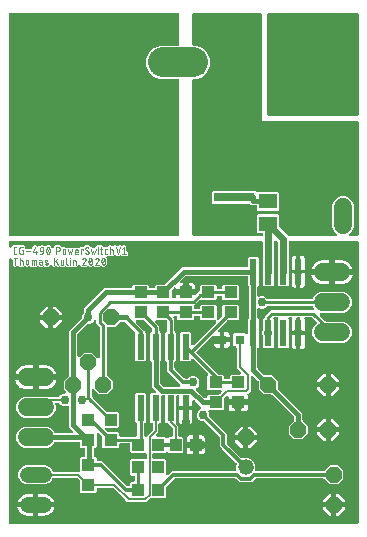
<source format=gbr>
G04 EAGLE Gerber RS-274X export*
G75*
%MOMM*%
%FSLAX34Y34*%
%LPD*%
%INTop Copper*%
%IPPOS*%
%AMOC8*
5,1,8,0,0,1.08239X$1,22.5*%
G01*
%ADD10C,0.050800*%
%ADD11P,1.429621X8X202.500000*%
%ADD12R,0.600000X2.200000*%
%ADD13P,1.429621X8X22.500000*%
%ADD14R,1.000000X1.100000*%
%ADD15R,1.100000X1.000000*%
%ADD16C,1.320800*%
%ADD17P,1.429621X8X112.500000*%
%ADD18C,1.320800*%
%ADD19P,1.429621X8X292.500000*%
%ADD20C,1.524000*%
%ADD21R,0.800000X0.800000*%
%ADD22R,1.600000X1.300000*%
%ADD23R,1.270000X1.470000*%
%ADD24R,1.803000X1.600000*%
%ADD25R,3.500000X0.800000*%
%ADD26R,9.750000X12.200000*%
%ADD27C,0.152400*%
%ADD28C,0.304800*%
%ADD29C,0.254000*%
%ADD30C,0.756400*%
%ADD31C,0.406400*%
%ADD32C,0.203200*%
%ADD33C,0.609600*%
%ADD34C,2.540000*%

G36*
X297681Y2683D02*
X297681Y2683D01*
X297800Y2690D01*
X297838Y2703D01*
X297879Y2708D01*
X297989Y2751D01*
X298102Y2788D01*
X298137Y2810D01*
X298174Y2825D01*
X298270Y2894D01*
X298371Y2958D01*
X298399Y2988D01*
X298432Y3011D01*
X298508Y3103D01*
X298589Y3190D01*
X298609Y3225D01*
X298634Y3256D01*
X298685Y3364D01*
X298743Y3468D01*
X298753Y3508D01*
X298770Y3544D01*
X298792Y3661D01*
X298822Y3776D01*
X298826Y3836D01*
X298830Y3856D01*
X298828Y3877D01*
X298832Y3937D01*
X298832Y241300D01*
X298817Y241418D01*
X298810Y241537D01*
X298797Y241575D01*
X298792Y241616D01*
X298749Y241726D01*
X298712Y241839D01*
X298690Y241874D01*
X298675Y241911D01*
X298606Y242007D01*
X298542Y242108D01*
X298512Y242136D01*
X298489Y242169D01*
X298397Y242245D01*
X298310Y242326D01*
X298275Y242346D01*
X298244Y242371D01*
X298136Y242422D01*
X298032Y242480D01*
X297992Y242490D01*
X297956Y242507D01*
X297839Y242529D01*
X297724Y242559D01*
X297664Y242563D01*
X297644Y242567D01*
X297623Y242565D01*
X297563Y242569D01*
X240792Y242569D01*
X240674Y242554D01*
X240555Y242547D01*
X240517Y242534D01*
X240476Y242529D01*
X240366Y242486D01*
X240253Y242449D01*
X240218Y242427D01*
X240181Y242412D01*
X240085Y242343D01*
X239984Y242279D01*
X239956Y242249D01*
X239923Y242226D01*
X239847Y242134D01*
X239766Y242047D01*
X239746Y242012D01*
X239721Y241981D01*
X239670Y241873D01*
X239612Y241769D01*
X239602Y241729D01*
X239585Y241693D01*
X239563Y241576D01*
X239533Y241461D01*
X239529Y241401D01*
X239525Y241381D01*
X239526Y241370D01*
X239525Y241367D01*
X239526Y241354D01*
X239523Y241300D01*
X239523Y214371D01*
X239510Y214289D01*
X239485Y214193D01*
X239479Y214093D01*
X239475Y214073D01*
X239477Y214061D01*
X239475Y214032D01*
X239475Y204868D01*
X238582Y203975D01*
X231318Y203975D01*
X230425Y204868D01*
X230425Y214032D01*
X230413Y214131D01*
X230410Y214230D01*
X230393Y214288D01*
X230385Y214348D01*
X230377Y214368D01*
X230377Y241300D01*
X230362Y241418D01*
X230355Y241537D01*
X230342Y241575D01*
X230337Y241616D01*
X230294Y241726D01*
X230257Y241839D01*
X230235Y241874D01*
X230220Y241911D01*
X230151Y242007D01*
X230087Y242108D01*
X230057Y242136D01*
X230034Y242169D01*
X229942Y242245D01*
X229855Y242326D01*
X229820Y242346D01*
X229789Y242371D01*
X229681Y242422D01*
X229577Y242480D01*
X229537Y242490D01*
X229501Y242507D01*
X229384Y242529D01*
X229269Y242559D01*
X229209Y242563D01*
X229189Y242567D01*
X229168Y242565D01*
X229108Y242569D01*
X228092Y242569D01*
X227974Y242554D01*
X227855Y242547D01*
X227817Y242534D01*
X227776Y242529D01*
X227666Y242486D01*
X227553Y242449D01*
X227518Y242427D01*
X227481Y242412D01*
X227385Y242343D01*
X227284Y242279D01*
X227256Y242249D01*
X227223Y242226D01*
X227147Y242134D01*
X227066Y242047D01*
X227046Y242012D01*
X227021Y241981D01*
X226970Y241873D01*
X226912Y241769D01*
X226902Y241729D01*
X226885Y241693D01*
X226863Y241576D01*
X226833Y241461D01*
X226829Y241401D01*
X226825Y241381D01*
X226826Y241370D01*
X226825Y241367D01*
X226826Y241354D01*
X226823Y241300D01*
X226823Y214371D01*
X226810Y214289D01*
X226785Y214193D01*
X226779Y214093D01*
X226775Y214073D01*
X226777Y214061D01*
X226775Y214032D01*
X226775Y204868D01*
X225882Y203975D01*
X218618Y203975D01*
X217725Y204868D01*
X217725Y214032D01*
X217713Y214131D01*
X217710Y214230D01*
X217693Y214288D01*
X217685Y214348D01*
X217677Y214368D01*
X217677Y241300D01*
X217662Y241418D01*
X217655Y241537D01*
X217642Y241575D01*
X217637Y241616D01*
X217594Y241726D01*
X217557Y241839D01*
X217535Y241874D01*
X217520Y241911D01*
X217451Y242007D01*
X217387Y242108D01*
X217357Y242136D01*
X217334Y242169D01*
X217242Y242245D01*
X217155Y242326D01*
X217120Y242346D01*
X217089Y242371D01*
X216981Y242422D01*
X216877Y242480D01*
X216837Y242490D01*
X216801Y242507D01*
X216684Y242529D01*
X216569Y242559D01*
X216509Y242563D01*
X216489Y242567D01*
X216468Y242565D01*
X216408Y242569D01*
X3937Y242569D01*
X3819Y242554D01*
X3700Y242547D01*
X3662Y242534D01*
X3621Y242529D01*
X3511Y242486D01*
X3398Y242449D01*
X3363Y242427D01*
X3326Y242412D01*
X3230Y242343D01*
X3129Y242279D01*
X3101Y242249D01*
X3068Y242226D01*
X2992Y242134D01*
X2911Y242047D01*
X2891Y242012D01*
X2866Y241981D01*
X2815Y241873D01*
X2757Y241769D01*
X2747Y241729D01*
X2730Y241693D01*
X2708Y241576D01*
X2678Y241461D01*
X2674Y241401D01*
X2670Y241381D01*
X2671Y241370D01*
X2670Y241367D01*
X2671Y241354D01*
X2668Y241300D01*
X2668Y238152D01*
X2685Y238014D01*
X2698Y237876D01*
X2705Y237857D01*
X2708Y237836D01*
X2759Y237707D01*
X2806Y237576D01*
X2817Y237560D01*
X2825Y237541D01*
X2906Y237428D01*
X2984Y237313D01*
X3000Y237300D01*
X3011Y237283D01*
X3119Y237195D01*
X3223Y237103D01*
X3241Y237094D01*
X3256Y237081D01*
X3382Y237021D01*
X3506Y236958D01*
X3526Y236954D01*
X3544Y236945D01*
X3681Y236919D01*
X3816Y236889D01*
X3837Y236889D01*
X3856Y236885D01*
X3995Y236894D01*
X4134Y236898D01*
X4154Y236904D01*
X4174Y236905D01*
X4306Y236948D01*
X4440Y236987D01*
X4457Y236997D01*
X4476Y237003D01*
X4594Y237077D01*
X4714Y237148D01*
X4735Y237167D01*
X4745Y237173D01*
X4759Y237188D01*
X4834Y237255D01*
X6595Y239015D01*
X7929Y239015D01*
X9108Y239015D01*
X9853Y239015D01*
X9881Y238990D01*
X9917Y238971D01*
X9949Y238947D01*
X10058Y238899D01*
X10164Y238845D01*
X10204Y238836D01*
X10241Y238820D01*
X10359Y238802D01*
X10474Y238776D01*
X10515Y238777D01*
X10555Y238770D01*
X10674Y238782D01*
X10792Y238785D01*
X10831Y238796D01*
X10871Y238800D01*
X10984Y238841D01*
X11098Y238874D01*
X11133Y238894D01*
X11171Y238908D01*
X11269Y238975D01*
X11337Y239015D01*
X11354Y239015D01*
X11355Y239015D01*
X12734Y239015D01*
X13879Y239015D01*
X15216Y239015D01*
X16258Y237973D01*
X16258Y236869D01*
X16273Y236751D01*
X16281Y236632D01*
X16293Y236594D01*
X16298Y236554D01*
X16342Y236443D01*
X16379Y236330D01*
X16400Y236295D01*
X16415Y236258D01*
X16485Y236162D01*
X16549Y236061D01*
X16578Y236033D01*
X16602Y236001D01*
X16694Y235925D01*
X16780Y235843D01*
X16816Y235824D01*
X16847Y235798D01*
X16955Y235747D01*
X17059Y235690D01*
X17098Y235679D01*
X17135Y235662D01*
X17251Y235640D01*
X17367Y235610D01*
X17427Y235606D01*
X17447Y235602D01*
X17467Y235604D01*
X17528Y235600D01*
X21229Y235600D01*
X21330Y235613D01*
X21432Y235616D01*
X21488Y235632D01*
X21545Y235640D01*
X21639Y235677D01*
X21737Y235706D01*
X21787Y235736D01*
X21840Y235757D01*
X21923Y235817D01*
X22011Y235869D01*
X22051Y235910D01*
X22098Y235944D01*
X22163Y236022D01*
X22235Y236094D01*
X22264Y236144D01*
X22301Y236189D01*
X22344Y236281D01*
X22396Y236369D01*
X22427Y236457D01*
X22436Y236476D01*
X22439Y236490D01*
X22450Y236520D01*
X22996Y238433D01*
X24284Y239149D01*
X25701Y238744D01*
X25907Y238373D01*
X25952Y238311D01*
X25989Y238244D01*
X26046Y238184D01*
X26095Y238117D01*
X26154Y238068D01*
X26207Y238012D01*
X26277Y237968D01*
X26341Y237915D01*
X26410Y237883D01*
X26475Y237842D01*
X26554Y237816D01*
X26629Y237781D01*
X26705Y237767D01*
X26778Y237743D01*
X26860Y237738D01*
X26942Y237723D01*
X27019Y237728D01*
X27095Y237723D01*
X27177Y237738D01*
X27259Y237744D01*
X27332Y237768D01*
X27407Y237782D01*
X27483Y237817D01*
X27561Y237843D01*
X27626Y237885D01*
X27695Y237917D01*
X27759Y237970D01*
X27829Y238015D01*
X27882Y238071D01*
X27941Y238120D01*
X28043Y238244D01*
X28242Y238517D01*
X30301Y239186D01*
X32409Y238501D01*
X32418Y238494D01*
X32450Y238461D01*
X32546Y238400D01*
X32638Y238332D01*
X32680Y238315D01*
X32718Y238290D01*
X32826Y238255D01*
X32932Y238212D01*
X32977Y238206D01*
X33021Y238192D01*
X33135Y238185D01*
X33247Y238169D01*
X33292Y238175D01*
X33338Y238172D01*
X33450Y238193D01*
X33563Y238206D01*
X33606Y238223D01*
X33650Y238231D01*
X33754Y238280D01*
X33860Y238321D01*
X33919Y238357D01*
X33938Y238367D01*
X33953Y238379D01*
X33997Y238406D01*
X34849Y239015D01*
X36725Y239015D01*
X38252Y237924D01*
X38430Y237404D01*
X38483Y237298D01*
X38528Y237188D01*
X38552Y237155D01*
X38570Y237119D01*
X38647Y237029D01*
X38719Y236933D01*
X38764Y236892D01*
X38777Y236877D01*
X38793Y236865D01*
X38838Y236825D01*
X39072Y236637D01*
X39131Y236601D01*
X39185Y236557D01*
X39266Y236519D01*
X39344Y236471D01*
X39410Y236451D01*
X39472Y236422D01*
X39561Y236405D01*
X39648Y236378D01*
X39717Y236375D01*
X39785Y236362D01*
X39875Y236367D01*
X39965Y236363D01*
X40033Y236377D01*
X40102Y236382D01*
X40188Y236409D01*
X40277Y236428D01*
X40339Y236458D01*
X40405Y236480D01*
X40481Y236528D01*
X40562Y236568D01*
X40615Y236613D01*
X40673Y236650D01*
X40735Y236716D01*
X40804Y236774D01*
X40844Y236831D01*
X40891Y236881D01*
X40935Y236961D01*
X40987Y237035D01*
X41011Y237099D01*
X41045Y237160D01*
X41067Y237247D01*
X41099Y237332D01*
X41107Y237401D01*
X41124Y237468D01*
X41134Y237629D01*
X41134Y237973D01*
X42176Y239015D01*
X45548Y239015D01*
X47327Y237722D01*
X47348Y237707D01*
X47363Y237674D01*
X47439Y237583D01*
X47509Y237486D01*
X47540Y237460D01*
X47566Y237429D01*
X47662Y237359D01*
X47754Y237283D01*
X47790Y237266D01*
X47823Y237242D01*
X47934Y237198D01*
X48041Y237148D01*
X48081Y237140D01*
X48119Y237125D01*
X48237Y237110D01*
X48354Y237088D01*
X48394Y237090D01*
X48434Y237085D01*
X48552Y237100D01*
X48671Y237107D01*
X48729Y237122D01*
X48750Y237125D01*
X48769Y237132D01*
X48827Y237147D01*
X49320Y237307D01*
X50645Y236877D01*
X50758Y236855D01*
X50869Y236826D01*
X50913Y236826D01*
X50957Y236817D01*
X51072Y236825D01*
X51187Y236824D01*
X51253Y236836D01*
X51275Y236837D01*
X51293Y236843D01*
X51345Y236853D01*
X53044Y237278D01*
X53971Y236722D01*
X54087Y236671D01*
X54200Y236614D01*
X54232Y236607D01*
X54262Y236594D01*
X54387Y236573D01*
X54511Y236546D01*
X54543Y236547D01*
X54575Y236542D01*
X54702Y236553D01*
X54829Y236558D01*
X54860Y236567D01*
X54892Y236570D01*
X55012Y236612D01*
X55134Y236648D01*
X55175Y236670D01*
X55192Y236675D01*
X55210Y236687D01*
X55277Y236722D01*
X56203Y237278D01*
X57902Y236853D01*
X58016Y236839D01*
X58129Y236817D01*
X58174Y236820D01*
X58218Y236815D01*
X58332Y236830D01*
X58446Y236837D01*
X58512Y236854D01*
X58533Y236857D01*
X58551Y236864D01*
X58602Y236877D01*
X59927Y237307D01*
X61563Y236776D01*
X61699Y236750D01*
X61834Y236720D01*
X61855Y236720D01*
X61875Y236716D01*
X62014Y236725D01*
X62152Y236729D01*
X62172Y236735D01*
X62193Y236736D01*
X62324Y236779D01*
X62458Y236818D01*
X62475Y236828D01*
X62495Y236835D01*
X62612Y236909D01*
X62732Y236979D01*
X62753Y236998D01*
X62764Y237005D01*
X62778Y237020D01*
X62853Y237086D01*
X62919Y237152D01*
X64998Y237152D01*
X65103Y237165D01*
X65208Y237170D01*
X65260Y237185D01*
X65314Y237192D01*
X65412Y237231D01*
X65513Y237261D01*
X65559Y237289D01*
X65609Y237309D01*
X65695Y237371D01*
X65785Y237426D01*
X65823Y237464D01*
X65867Y237496D01*
X65934Y237577D01*
X66008Y237653D01*
X66055Y237724D01*
X66069Y237741D01*
X66076Y237755D01*
X66097Y237787D01*
X66339Y238205D01*
X67741Y239015D01*
X68550Y239015D01*
X69919Y239015D01*
X71014Y238193D01*
X71846Y237569D01*
X71851Y237567D01*
X71854Y237563D01*
X71988Y237489D01*
X72123Y237412D01*
X72127Y237411D01*
X72132Y237408D01*
X72279Y237369D01*
X72429Y237328D01*
X72434Y237328D01*
X72439Y237327D01*
X72532Y237326D01*
X73539Y236722D01*
X73655Y236671D01*
X73768Y236614D01*
X73800Y236607D01*
X73830Y236594D01*
X73955Y236573D01*
X74079Y236546D01*
X74111Y236547D01*
X74144Y236542D01*
X74270Y236553D01*
X74397Y236558D01*
X74428Y236567D01*
X74460Y236570D01*
X74580Y236612D01*
X74702Y236648D01*
X74743Y236670D01*
X74760Y236675D01*
X74778Y236688D01*
X74845Y236722D01*
X75665Y237214D01*
X75740Y237273D01*
X75820Y237324D01*
X75864Y237371D01*
X75915Y237410D01*
X75973Y237486D01*
X76038Y237555D01*
X76069Y237612D01*
X76108Y237663D01*
X76145Y237750D01*
X76191Y237834D01*
X76207Y237896D01*
X76210Y237901D01*
X77323Y239015D01*
X81339Y239015D01*
X82534Y237820D01*
X82538Y237810D01*
X82608Y237714D01*
X82672Y237613D01*
X82701Y237585D01*
X82725Y237553D01*
X82817Y237477D01*
X82903Y237395D01*
X82939Y237376D01*
X82970Y237350D01*
X83078Y237299D01*
X83182Y237242D01*
X83221Y237232D01*
X83258Y237214D01*
X83374Y237192D01*
X83490Y237162D01*
X83550Y237158D01*
X83570Y237155D01*
X83590Y237156D01*
X83650Y237152D01*
X85264Y237152D01*
X85382Y237167D01*
X85501Y237174D01*
X85539Y237187D01*
X85579Y237192D01*
X85690Y237236D01*
X85803Y237272D01*
X85837Y237294D01*
X85875Y237309D01*
X85971Y237379D01*
X86072Y237443D01*
X86100Y237472D01*
X86132Y237496D01*
X86208Y237587D01*
X86290Y237674D01*
X86309Y237710D01*
X86335Y237741D01*
X86365Y237805D01*
X87575Y239015D01*
X89048Y239015D01*
X89701Y238362D01*
X89704Y238360D01*
X89707Y238356D01*
X89833Y238260D01*
X89952Y238167D01*
X89956Y238166D01*
X89960Y238163D01*
X90102Y238102D01*
X90244Y238041D01*
X90249Y238040D01*
X90253Y238038D01*
X90404Y238016D01*
X90558Y237991D01*
X90563Y237992D01*
X90567Y237991D01*
X90720Y238006D01*
X90875Y238021D01*
X90879Y238022D01*
X90884Y238023D01*
X91027Y238076D01*
X91174Y238129D01*
X91178Y238131D01*
X91182Y238133D01*
X91309Y238220D01*
X91437Y238307D01*
X91440Y238310D01*
X91444Y238313D01*
X91547Y238431D01*
X91648Y238546D01*
X91650Y238550D01*
X91653Y238553D01*
X91733Y238690D01*
X93131Y239156D01*
X94289Y238577D01*
X94317Y238567D01*
X94343Y238552D01*
X94467Y238515D01*
X94589Y238472D01*
X94619Y238469D01*
X94648Y238461D01*
X94777Y238455D01*
X94906Y238444D01*
X94935Y238449D01*
X94965Y238448D01*
X95092Y238475D01*
X95220Y238496D01*
X95247Y238508D01*
X95276Y238514D01*
X95425Y238577D01*
X96583Y239156D01*
X98213Y238613D01*
X98354Y238585D01*
X98494Y238554D01*
X98509Y238554D01*
X98525Y238551D01*
X98669Y238559D01*
X98811Y238564D01*
X98826Y238568D01*
X98842Y238569D01*
X98979Y238612D01*
X99117Y238652D01*
X99130Y238660D01*
X99145Y238665D01*
X99267Y238741D01*
X99391Y238813D01*
X99407Y238828D01*
X99415Y238833D01*
X99428Y238846D01*
X99512Y238920D01*
X99676Y239084D01*
X99704Y239097D01*
X100372Y239022D01*
X100387Y239023D01*
X100512Y239015D01*
X101178Y239015D01*
X101207Y239004D01*
X101627Y238479D01*
X101637Y238469D01*
X101720Y238374D01*
X102191Y237904D01*
X102204Y237875D01*
X102130Y237207D01*
X102130Y237193D01*
X102122Y237067D01*
X102122Y234463D01*
X102134Y234365D01*
X102137Y234266D01*
X102154Y234207D01*
X102162Y234147D01*
X102198Y234055D01*
X102226Y233960D01*
X102257Y233908D01*
X102279Y233852D01*
X102337Y233771D01*
X102387Y233686D01*
X102454Y233611D01*
X102466Y233594D01*
X102475Y233586D01*
X102494Y233565D01*
X103674Y232385D01*
X103674Y230911D01*
X102632Y229869D01*
X98054Y229869D01*
X97882Y230042D01*
X97769Y230130D01*
X97657Y230220D01*
X97643Y230227D01*
X97631Y230237D01*
X97498Y230294D01*
X97369Y230354D01*
X97353Y230357D01*
X97339Y230363D01*
X97196Y230386D01*
X97056Y230412D01*
X97040Y230410D01*
X97025Y230413D01*
X96881Y230399D01*
X96739Y230390D01*
X96718Y230384D01*
X96708Y230383D01*
X96691Y230377D01*
X96583Y230348D01*
X95625Y230029D01*
X95616Y230025D01*
X95607Y230023D01*
X95459Y229960D01*
X94940Y229701D01*
X94937Y229701D01*
X94928Y229702D01*
X94790Y229693D01*
X94255Y229960D01*
X94246Y229963D01*
X94238Y229969D01*
X94089Y230029D01*
X93354Y230274D01*
X93243Y230331D01*
X93108Y230401D01*
X93103Y230402D01*
X93099Y230404D01*
X92947Y230438D01*
X92798Y230473D01*
X92793Y230473D01*
X92789Y230474D01*
X92636Y230469D01*
X92480Y230466D01*
X92476Y230464D01*
X92471Y230464D01*
X92323Y230421D01*
X92174Y230380D01*
X92170Y230377D01*
X92165Y230376D01*
X92031Y230297D01*
X91899Y230220D01*
X91896Y230217D01*
X91891Y230214D01*
X91770Y230108D01*
X91532Y229869D01*
X86522Y229869D01*
X86472Y229863D01*
X86421Y229865D01*
X86314Y229843D01*
X86206Y229829D01*
X86159Y229811D01*
X86110Y229801D01*
X86012Y229753D01*
X85910Y229712D01*
X85870Y229683D01*
X85824Y229661D01*
X85741Y229590D01*
X85653Y229526D01*
X85621Y229487D01*
X85583Y229454D01*
X85520Y229365D01*
X85450Y229281D01*
X85429Y229235D01*
X85400Y229194D01*
X85361Y229092D01*
X85315Y228993D01*
X85305Y228944D01*
X85287Y228896D01*
X85275Y228788D01*
X85255Y228681D01*
X85258Y228630D01*
X85252Y228580D01*
X85268Y228472D01*
X85275Y228363D01*
X85290Y228315D01*
X85297Y228265D01*
X85339Y228164D01*
X85373Y228061D01*
X85400Y228018D01*
X85419Y227972D01*
X85484Y227884D01*
X85509Y227846D01*
X85518Y227762D01*
X85550Y227629D01*
X85577Y227495D01*
X85589Y227466D01*
X85592Y227453D01*
X85602Y227434D01*
X85639Y227346D01*
X85919Y226771D01*
X85919Y223825D01*
X85356Y222670D01*
X85354Y222666D01*
X85296Y222525D01*
X85053Y221816D01*
X83526Y220725D01*
X81650Y220725D01*
X81207Y221042D01*
X81194Y221049D01*
X81183Y221058D01*
X81054Y221124D01*
X80927Y221193D01*
X80913Y221196D01*
X80900Y221203D01*
X80758Y221234D01*
X80618Y221269D01*
X80604Y221269D01*
X80590Y221272D01*
X80445Y221268D01*
X80300Y221267D01*
X80286Y221263D01*
X80272Y221263D01*
X80133Y221222D01*
X79993Y221185D01*
X79980Y221178D01*
X79966Y221174D01*
X79841Y221100D01*
X79715Y221030D01*
X79705Y221020D01*
X79692Y221013D01*
X79571Y220906D01*
X79390Y220725D01*
X75673Y220725D01*
X75651Y220723D01*
X75570Y220721D01*
X74873Y220665D01*
X74631Y220906D01*
X74620Y220915D01*
X74611Y220926D01*
X74494Y221013D01*
X74380Y221101D01*
X74367Y221107D01*
X74355Y221116D01*
X74221Y221170D01*
X74088Y221228D01*
X74074Y221230D01*
X74061Y221235D01*
X73918Y221255D01*
X73774Y221277D01*
X73760Y221276D01*
X73745Y221278D01*
X73603Y221261D01*
X73458Y221248D01*
X73444Y221243D01*
X73430Y221241D01*
X73294Y221189D01*
X73158Y221140D01*
X73146Y221132D01*
X73133Y221127D01*
X72996Y221042D01*
X72553Y220725D01*
X70677Y220725D01*
X70234Y221042D01*
X70221Y221049D01*
X70210Y221058D01*
X70082Y221124D01*
X69954Y221193D01*
X69940Y221196D01*
X69927Y221203D01*
X69786Y221234D01*
X69645Y221269D01*
X69631Y221269D01*
X69617Y221272D01*
X69472Y221268D01*
X69327Y221267D01*
X69313Y221263D01*
X69299Y221263D01*
X69160Y221222D01*
X69020Y221185D01*
X69007Y221178D01*
X68994Y221174D01*
X68868Y221100D01*
X68743Y221030D01*
X68732Y221020D01*
X68720Y221013D01*
X68599Y220906D01*
X68418Y220725D01*
X64700Y220725D01*
X64678Y220723D01*
X64597Y220721D01*
X63900Y220665D01*
X63406Y221159D01*
X63389Y221172D01*
X63331Y221229D01*
X62628Y221826D01*
X62571Y221863D01*
X62520Y221908D01*
X62439Y221949D01*
X62362Y222000D01*
X62298Y222022D01*
X62237Y222052D01*
X62148Y222073D01*
X62061Y222102D01*
X61993Y222107D01*
X61927Y222122D01*
X61835Y222119D01*
X61744Y222126D01*
X61677Y222114D01*
X61609Y222112D01*
X61521Y222087D01*
X61430Y222071D01*
X61369Y222043D01*
X61303Y222024D01*
X61224Y221977D01*
X61141Y221940D01*
X61088Y221897D01*
X61029Y221862D01*
X60909Y221756D01*
X59878Y220725D01*
X51629Y220725D01*
X51209Y220967D01*
X51106Y221011D01*
X51005Y221062D01*
X50959Y221072D01*
X50916Y221091D01*
X50805Y221107D01*
X50695Y221132D01*
X50648Y221130D01*
X50601Y221137D01*
X50489Y221125D01*
X50377Y221122D01*
X50332Y221109D01*
X50285Y221104D01*
X50180Y221065D01*
X50072Y221034D01*
X50031Y221010D01*
X49987Y220993D01*
X49895Y220929D01*
X49798Y220872D01*
X49744Y220824D01*
X49726Y220812D01*
X49714Y220798D01*
X49677Y220766D01*
X49637Y220725D01*
X46595Y220725D01*
X46586Y220734D01*
X46472Y220810D01*
X46463Y220817D01*
X46459Y220818D01*
X46452Y220823D01*
X46269Y220929D01*
X46186Y220964D01*
X46107Y221008D01*
X46040Y221025D01*
X45976Y221052D01*
X45887Y221065D01*
X45799Y221088D01*
X45730Y221088D01*
X45662Y221098D01*
X45571Y221089D01*
X45481Y221089D01*
X45414Y221073D01*
X45345Y221065D01*
X45260Y221034D01*
X45173Y221012D01*
X45062Y220960D01*
X45047Y220955D01*
X45041Y220950D01*
X45027Y220944D01*
X44378Y220590D01*
X43008Y220993D01*
X42888Y221012D01*
X42770Y221038D01*
X42732Y221037D01*
X42694Y221043D01*
X42573Y221032D01*
X42452Y221029D01*
X42415Y221018D01*
X42377Y221015D01*
X42263Y220974D01*
X42147Y220940D01*
X42114Y220921D01*
X42077Y220908D01*
X41977Y220840D01*
X41873Y220779D01*
X41830Y220741D01*
X41814Y220730D01*
X41809Y220725D01*
X40331Y220725D01*
X39068Y221988D01*
X39027Y222020D01*
X38992Y222059D01*
X38902Y222118D01*
X38817Y222183D01*
X38769Y222204D01*
X38725Y222233D01*
X38624Y222267D01*
X38525Y222310D01*
X38474Y222318D01*
X38424Y222335D01*
X38317Y222343D01*
X38211Y222360D01*
X38159Y222355D01*
X38107Y222359D01*
X38001Y222340D01*
X37894Y222330D01*
X37845Y222312D01*
X37794Y222303D01*
X37696Y222259D01*
X37595Y222222D01*
X37552Y222193D01*
X37505Y222171D01*
X37373Y222078D01*
X35682Y220712D01*
X34748Y220725D01*
X33571Y220742D01*
X32686Y221061D01*
X32524Y221097D01*
X32377Y221130D01*
X32376Y221130D01*
X32212Y221125D01*
X32059Y221120D01*
X32058Y221120D01*
X31917Y221079D01*
X31753Y221032D01*
X31752Y221032D01*
X31622Y220955D01*
X31479Y220870D01*
X31478Y220869D01*
X31359Y220764D01*
X31320Y220725D01*
X30449Y220725D01*
X30448Y220725D01*
X28255Y220725D01*
X28000Y220911D01*
X27983Y220920D01*
X27968Y220933D01*
X27843Y220997D01*
X27721Y221064D01*
X27702Y221069D01*
X27685Y221078D01*
X27549Y221108D01*
X27413Y221143D01*
X27394Y221143D01*
X27374Y221147D01*
X27235Y221143D01*
X27095Y221143D01*
X27076Y221138D01*
X27057Y221138D01*
X26922Y221099D01*
X26787Y221064D01*
X26770Y221055D01*
X26751Y221049D01*
X26630Y220978D01*
X26508Y220911D01*
X26494Y220898D01*
X26477Y220888D01*
X26356Y220781D01*
X26300Y220725D01*
X21102Y220725D01*
X21016Y220811D01*
X20907Y220896D01*
X20800Y220984D01*
X20781Y220993D01*
X20765Y221006D01*
X20638Y221061D01*
X20512Y221120D01*
X20492Y221124D01*
X20473Y221132D01*
X20336Y221154D01*
X20200Y221180D01*
X20179Y221179D01*
X20159Y221182D01*
X20020Y221169D01*
X19882Y221160D01*
X19855Y221153D01*
X19842Y221152D01*
X19823Y221145D01*
X19726Y221120D01*
X18032Y220570D01*
X16421Y221093D01*
X16284Y221119D01*
X16149Y221150D01*
X16128Y221149D01*
X16108Y221153D01*
X15969Y221144D01*
X15831Y221140D01*
X15811Y221134D01*
X15791Y221133D01*
X15659Y221090D01*
X15526Y221052D01*
X15508Y221041D01*
X15488Y221035D01*
X15371Y220961D01*
X15252Y220890D01*
X15230Y220871D01*
X15220Y220864D01*
X15206Y220850D01*
X15131Y220784D01*
X15072Y220725D01*
X11115Y220725D01*
X10902Y220939D01*
X10808Y221012D01*
X10718Y221091D01*
X10682Y221109D01*
X10650Y221134D01*
X10541Y221181D01*
X10435Y221235D01*
X10396Y221244D01*
X10359Y221260D01*
X10241Y221279D01*
X10125Y221305D01*
X10085Y221304D01*
X10045Y221310D01*
X9926Y221299D01*
X9807Y221295D01*
X9768Y221284D01*
X9728Y221280D01*
X9616Y221240D01*
X9501Y221207D01*
X9467Y221186D01*
X9429Y221173D01*
X9330Y221106D01*
X9228Y221045D01*
X9182Y221006D01*
X9165Y220994D01*
X9152Y220979D01*
X9107Y220939D01*
X8893Y220725D01*
X7419Y220725D01*
X6377Y221767D01*
X6377Y225277D01*
X6365Y225375D01*
X6362Y225474D01*
X6345Y225533D01*
X6338Y225593D01*
X6301Y225685D01*
X6274Y225780D01*
X6243Y225832D01*
X6221Y225888D01*
X6162Y225969D01*
X6112Y226054D01*
X6046Y226129D01*
X6034Y226146D01*
X6024Y226154D01*
X6006Y226175D01*
X4834Y227346D01*
X4725Y227431D01*
X4618Y227520D01*
X4599Y227529D01*
X4583Y227541D01*
X4456Y227596D01*
X4330Y227655D01*
X4310Y227659D01*
X4291Y227667D01*
X4153Y227689D01*
X4017Y227715D01*
X3997Y227714D01*
X3977Y227717D01*
X3838Y227704D01*
X3700Y227695D01*
X3681Y227689D01*
X3661Y227687D01*
X3529Y227640D01*
X3398Y227597D01*
X3380Y227587D01*
X3361Y227580D01*
X3246Y227502D01*
X3129Y227427D01*
X3115Y227413D01*
X3098Y227401D01*
X3006Y227297D01*
X2911Y227196D01*
X2901Y227178D01*
X2888Y227163D01*
X2825Y227039D01*
X2757Y226917D01*
X2752Y226898D01*
X2743Y226880D01*
X2713Y226744D01*
X2678Y226609D01*
X2676Y226581D01*
X2673Y226569D01*
X2674Y226549D01*
X2668Y226449D01*
X2668Y3937D01*
X2683Y3819D01*
X2690Y3700D01*
X2703Y3662D01*
X2708Y3621D01*
X2751Y3511D01*
X2788Y3398D01*
X2810Y3363D01*
X2825Y3326D01*
X2894Y3230D01*
X2958Y3129D01*
X2988Y3101D01*
X3011Y3068D01*
X3103Y2992D01*
X3190Y2911D01*
X3225Y2891D01*
X3256Y2866D01*
X3364Y2815D01*
X3468Y2757D01*
X3508Y2747D01*
X3544Y2730D01*
X3661Y2708D01*
X3776Y2678D01*
X3836Y2674D01*
X3856Y2670D01*
X3877Y2672D01*
X3937Y2668D01*
X297563Y2668D01*
X297681Y2683D01*
G37*
%LPC*%
G36*
X103051Y21677D02*
X103051Y21677D01*
X101340Y23388D01*
X101339Y23389D01*
X91436Y33292D01*
X91358Y33352D01*
X91286Y33420D01*
X91233Y33449D01*
X91185Y33486D01*
X91094Y33526D01*
X91008Y33574D01*
X90949Y33589D01*
X90893Y33613D01*
X90795Y33628D01*
X90700Y33653D01*
X90600Y33659D01*
X90579Y33663D01*
X90567Y33661D01*
X90539Y33663D01*
X78144Y33663D01*
X78026Y33648D01*
X77907Y33641D01*
X77869Y33628D01*
X77828Y33623D01*
X77718Y33580D01*
X77605Y33543D01*
X77570Y33521D01*
X77533Y33506D01*
X77437Y33437D01*
X77336Y33373D01*
X77308Y33343D01*
X77275Y33320D01*
X77199Y33228D01*
X77118Y33141D01*
X77098Y33106D01*
X77073Y33075D01*
X77022Y32967D01*
X76964Y32863D01*
X76954Y32823D01*
X76937Y32787D01*
X76915Y32670D01*
X76885Y32555D01*
X76881Y32495D01*
X76877Y32475D01*
X76879Y32454D01*
X76875Y32394D01*
X76875Y30318D01*
X75982Y29425D01*
X63718Y29425D01*
X62825Y30318D01*
X62825Y39215D01*
X62813Y39313D01*
X62810Y39412D01*
X62793Y39471D01*
X62785Y39531D01*
X62749Y39623D01*
X62721Y39718D01*
X62691Y39770D01*
X62668Y39826D01*
X62610Y39906D01*
X62560Y39992D01*
X62494Y40067D01*
X62482Y40084D01*
X62472Y40091D01*
X62454Y40113D01*
X60775Y41792D01*
X60696Y41852D01*
X60624Y41920D01*
X60571Y41949D01*
X60523Y41986D01*
X60432Y42026D01*
X60346Y42074D01*
X60287Y42089D01*
X60231Y42113D01*
X60134Y42128D01*
X60038Y42153D01*
X59938Y42159D01*
X59917Y42163D01*
X59905Y42161D01*
X59877Y42163D01*
X40703Y42163D01*
X40674Y42160D01*
X40645Y42162D01*
X40517Y42140D01*
X40388Y42123D01*
X40360Y42113D01*
X40331Y42108D01*
X40213Y42054D01*
X40092Y42006D01*
X40068Y41989D01*
X40041Y41977D01*
X39940Y41896D01*
X39835Y41820D01*
X39816Y41797D01*
X39793Y41778D01*
X39715Y41675D01*
X39632Y41575D01*
X39619Y41548D01*
X39602Y41524D01*
X39531Y41380D01*
X38895Y39845D01*
X36609Y37559D01*
X33621Y36321D01*
X17179Y36321D01*
X14191Y37559D01*
X11905Y39845D01*
X10667Y42833D01*
X10667Y46067D01*
X11905Y49055D01*
X14191Y51341D01*
X17179Y52579D01*
X33621Y52579D01*
X36609Y51341D01*
X38895Y49055D01*
X39531Y47520D01*
X39545Y47495D01*
X39554Y47467D01*
X39624Y47357D01*
X39688Y47244D01*
X39709Y47223D01*
X39725Y47198D01*
X39819Y47109D01*
X39910Y47016D01*
X39935Y47000D01*
X39956Y46980D01*
X40070Y46917D01*
X40181Y46849D01*
X40209Y46841D01*
X40235Y46826D01*
X40360Y46794D01*
X40485Y46756D01*
X40514Y46754D01*
X40543Y46747D01*
X40703Y46737D01*
X61556Y46737D01*
X61674Y46752D01*
X61793Y46759D01*
X61831Y46772D01*
X61872Y46777D01*
X61982Y46820D01*
X62095Y46857D01*
X62130Y46879D01*
X62167Y46894D01*
X62263Y46963D01*
X62364Y47027D01*
X62392Y47057D01*
X62425Y47080D01*
X62501Y47172D01*
X62582Y47259D01*
X62602Y47294D01*
X62627Y47325D01*
X62678Y47433D01*
X62736Y47537D01*
X62746Y47577D01*
X62763Y47613D01*
X62785Y47730D01*
X62815Y47845D01*
X62819Y47905D01*
X62823Y47925D01*
X62821Y47946D01*
X62825Y48006D01*
X62825Y58582D01*
X63718Y59475D01*
X66099Y59475D01*
X66217Y59490D01*
X66336Y59497D01*
X66374Y59510D01*
X66415Y59515D01*
X66525Y59558D01*
X66638Y59595D01*
X66673Y59617D01*
X66710Y59632D01*
X66806Y59701D01*
X66907Y59765D01*
X66935Y59795D01*
X66968Y59818D01*
X67044Y59910D01*
X67125Y59997D01*
X67145Y60032D01*
X67170Y60063D01*
X67221Y60171D01*
X67279Y60275D01*
X67289Y60315D01*
X67306Y60351D01*
X67328Y60468D01*
X67358Y60583D01*
X67362Y60643D01*
X67366Y60663D01*
X67364Y60684D01*
X67368Y60744D01*
X67368Y66256D01*
X67353Y66374D01*
X67346Y66493D01*
X67333Y66531D01*
X67328Y66572D01*
X67285Y66682D01*
X67248Y66795D01*
X67226Y66830D01*
X67211Y66867D01*
X67142Y66963D01*
X67078Y67064D01*
X67048Y67092D01*
X67025Y67125D01*
X66933Y67201D01*
X66846Y67282D01*
X66811Y67302D01*
X66780Y67327D01*
X66672Y67378D01*
X66568Y67436D01*
X66528Y67446D01*
X66492Y67463D01*
X66375Y67485D01*
X66260Y67515D01*
X66200Y67519D01*
X66180Y67523D01*
X66159Y67521D01*
X66099Y67525D01*
X63718Y67525D01*
X62825Y68418D01*
X62825Y71374D01*
X62810Y71492D01*
X62803Y71611D01*
X62790Y71649D01*
X62785Y71690D01*
X62742Y71800D01*
X62705Y71913D01*
X62683Y71948D01*
X62668Y71985D01*
X62599Y72081D01*
X62535Y72182D01*
X62505Y72210D01*
X62482Y72243D01*
X62390Y72319D01*
X62303Y72400D01*
X62268Y72420D01*
X62237Y72445D01*
X62129Y72496D01*
X62025Y72554D01*
X61985Y72564D01*
X61949Y72581D01*
X61832Y72603D01*
X61717Y72633D01*
X61657Y72637D01*
X61637Y72641D01*
X61616Y72639D01*
X61556Y72643D01*
X42293Y72643D01*
X42264Y72640D01*
X42234Y72642D01*
X42106Y72620D01*
X41977Y72603D01*
X41950Y72593D01*
X41921Y72588D01*
X41802Y72534D01*
X41682Y72486D01*
X41658Y72469D01*
X41631Y72457D01*
X41530Y72376D01*
X41424Y72300D01*
X41406Y72277D01*
X41383Y72258D01*
X41304Y72155D01*
X41222Y72055D01*
X41209Y72028D01*
X41191Y72004D01*
X41120Y71860D01*
X40773Y71020D01*
X38200Y68447D01*
X34839Y67055D01*
X15961Y67055D01*
X12600Y68447D01*
X10027Y71020D01*
X8635Y74381D01*
X8635Y78019D01*
X10027Y81380D01*
X12600Y83953D01*
X15961Y85345D01*
X34839Y85345D01*
X38200Y83953D01*
X40773Y81380D01*
X41120Y80540D01*
X41135Y80515D01*
X41144Y80487D01*
X41214Y80377D01*
X41278Y80264D01*
X41298Y80243D01*
X41314Y80218D01*
X41409Y80129D01*
X41499Y80036D01*
X41524Y80020D01*
X41546Y80000D01*
X41660Y79937D01*
X41770Y79869D01*
X41799Y79861D01*
X41824Y79846D01*
X41950Y79814D01*
X42074Y79776D01*
X42104Y79774D01*
X42132Y79767D01*
X42293Y79757D01*
X56049Y79757D01*
X56187Y79774D01*
X56325Y79787D01*
X56344Y79794D01*
X56365Y79797D01*
X56494Y79848D01*
X56625Y79895D01*
X56642Y79906D01*
X56660Y79914D01*
X56773Y79995D01*
X56888Y80073D01*
X56901Y80089D01*
X56918Y80100D01*
X57006Y80207D01*
X57098Y80312D01*
X57108Y80330D01*
X57120Y80345D01*
X57180Y80471D01*
X57243Y80595D01*
X57247Y80615D01*
X57256Y80633D01*
X57282Y80770D01*
X57313Y80905D01*
X57312Y80926D01*
X57316Y80945D01*
X57307Y81084D01*
X57303Y81223D01*
X57297Y81243D01*
X57296Y81263D01*
X57253Y81395D01*
X57215Y81529D01*
X57204Y81546D01*
X57198Y81565D01*
X57124Y81683D01*
X57053Y81803D01*
X57034Y81824D01*
X57028Y81834D01*
X57013Y81848D01*
X56947Y81923D01*
X56049Y82821D01*
X56049Y82822D01*
X53593Y85277D01*
X53593Y101873D01*
X53587Y101922D01*
X53589Y101972D01*
X53567Y102079D01*
X53553Y102188D01*
X53535Y102235D01*
X53525Y102283D01*
X53477Y102382D01*
X53436Y102484D01*
X53407Y102524D01*
X53385Y102569D01*
X53314Y102652D01*
X53250Y102741D01*
X53211Y102773D01*
X53179Y102811D01*
X53089Y102874D01*
X53005Y102944D01*
X52960Y102965D01*
X52919Y102994D01*
X52816Y103033D01*
X52717Y103080D01*
X52668Y103089D01*
X52622Y103107D01*
X52512Y103119D01*
X52405Y103139D01*
X52355Y103136D01*
X52306Y103142D01*
X52197Y103126D01*
X52087Y103120D01*
X52040Y103104D01*
X51991Y103097D01*
X51838Y103045D01*
X50868Y102643D01*
X48756Y102643D01*
X46806Y103451D01*
X45303Y104954D01*
X45246Y105043D01*
X45182Y105156D01*
X45162Y105177D01*
X45146Y105202D01*
X45051Y105291D01*
X44961Y105384D01*
X44936Y105400D01*
X44914Y105420D01*
X44801Y105483D01*
X44690Y105551D01*
X44662Y105559D01*
X44636Y105574D01*
X44510Y105606D01*
X44386Y105644D01*
X44356Y105646D01*
X44328Y105653D01*
X44167Y105663D01*
X43135Y105663D01*
X43085Y105657D01*
X43036Y105659D01*
X42928Y105637D01*
X42819Y105623D01*
X42773Y105605D01*
X42724Y105595D01*
X42626Y105547D01*
X42523Y105506D01*
X42483Y105477D01*
X42439Y105455D01*
X42355Y105384D01*
X42266Y105320D01*
X42234Y105281D01*
X42197Y105249D01*
X42133Y105159D01*
X42063Y105075D01*
X42042Y105030D01*
X42013Y104989D01*
X41974Y104886D01*
X41928Y104787D01*
X41918Y104738D01*
X41901Y104692D01*
X41889Y104582D01*
X41868Y104475D01*
X41871Y104425D01*
X41866Y104376D01*
X41881Y104267D01*
X41888Y104157D01*
X41903Y104110D01*
X41910Y104061D01*
X41962Y103908D01*
X42165Y103419D01*
X42165Y99781D01*
X40773Y96420D01*
X38200Y93847D01*
X34839Y92455D01*
X15961Y92455D01*
X12600Y93847D01*
X10027Y96420D01*
X8635Y99781D01*
X8635Y103419D01*
X10027Y106780D01*
X12600Y109353D01*
X15961Y110745D01*
X34839Y110745D01*
X35832Y110333D01*
X35841Y110331D01*
X35849Y110326D01*
X35994Y110289D01*
X36139Y110249D01*
X36148Y110249D01*
X36157Y110247D01*
X36318Y110237D01*
X44167Y110237D01*
X44197Y110240D01*
X44226Y110238D01*
X44354Y110260D01*
X44483Y110277D01*
X44510Y110287D01*
X44539Y110293D01*
X44658Y110346D01*
X44778Y110394D01*
X44802Y110411D01*
X44829Y110423D01*
X44931Y110504D01*
X45036Y110580D01*
X45055Y110603D01*
X45078Y110622D01*
X45156Y110725D01*
X45239Y110825D01*
X45251Y110852D01*
X45269Y110876D01*
X45304Y110946D01*
X46806Y112449D01*
X48756Y113257D01*
X49983Y113257D01*
X50121Y113274D01*
X50260Y113287D01*
X50279Y113294D01*
X50299Y113297D01*
X50428Y113348D01*
X50559Y113395D01*
X50576Y113406D01*
X50595Y113414D01*
X50707Y113495D01*
X50822Y113573D01*
X50835Y113589D01*
X50852Y113600D01*
X50941Y113708D01*
X51033Y113812D01*
X51042Y113830D01*
X51055Y113845D01*
X51114Y113971D01*
X51177Y114095D01*
X51182Y114115D01*
X51190Y114133D01*
X51216Y114269D01*
X51247Y114405D01*
X51246Y114426D01*
X51250Y114445D01*
X51241Y114584D01*
X51237Y114723D01*
X51231Y114743D01*
X51230Y114763D01*
X51187Y114895D01*
X51149Y115029D01*
X51138Y115046D01*
X51132Y115065D01*
X51058Y115183D01*
X50987Y115303D01*
X50969Y115324D01*
X50962Y115334D01*
X50947Y115348D01*
X50881Y115423D01*
X49021Y117283D01*
X49021Y124017D01*
X53222Y128217D01*
X53282Y128296D01*
X53350Y128368D01*
X53379Y128421D01*
X53416Y128469D01*
X53456Y128559D01*
X53504Y128646D01*
X53519Y128705D01*
X53543Y128760D01*
X53558Y128858D01*
X53583Y128954D01*
X53589Y129054D01*
X53593Y129074D01*
X53591Y129087D01*
X53593Y129115D01*
X53593Y166573D01*
X64172Y177151D01*
X64232Y177230D01*
X64300Y177302D01*
X64329Y177355D01*
X64366Y177403D01*
X64406Y177494D01*
X64454Y177580D01*
X64469Y177639D01*
X64493Y177695D01*
X64508Y177793D01*
X64533Y177888D01*
X64539Y177988D01*
X64543Y178009D01*
X64541Y178021D01*
X64543Y178049D01*
X64543Y178856D01*
X65351Y180806D01*
X65921Y181376D01*
X65982Y181454D01*
X66050Y181527D01*
X66079Y181580D01*
X66116Y181628D01*
X66156Y181719D01*
X66204Y181805D01*
X66219Y181864D01*
X66243Y181919D01*
X66258Y182017D01*
X66283Y182113D01*
X66289Y182213D01*
X66293Y182234D01*
X66291Y182246D01*
X66293Y182274D01*
X66293Y185623D01*
X83227Y202557D01*
X106006Y202557D01*
X106124Y202572D01*
X106243Y202579D01*
X106281Y202592D01*
X106322Y202597D01*
X106432Y202640D01*
X106545Y202677D01*
X106580Y202699D01*
X106617Y202714D01*
X106713Y202783D01*
X106814Y202847D01*
X106842Y202877D01*
X106875Y202900D01*
X106951Y202992D01*
X107032Y203079D01*
X107052Y203114D01*
X107077Y203145D01*
X107128Y203253D01*
X107186Y203357D01*
X107196Y203397D01*
X107213Y203433D01*
X107235Y203550D01*
X107265Y203665D01*
X107269Y203725D01*
X107273Y203745D01*
X107271Y203766D01*
X107275Y203826D01*
X107275Y204632D01*
X108168Y205525D01*
X120432Y205525D01*
X121325Y204632D01*
X121325Y203826D01*
X121340Y203708D01*
X121347Y203589D01*
X121360Y203551D01*
X121365Y203510D01*
X121408Y203400D01*
X121445Y203287D01*
X121467Y203252D01*
X121482Y203215D01*
X121551Y203119D01*
X121615Y203018D01*
X121645Y202990D01*
X121668Y202957D01*
X121760Y202881D01*
X121847Y202800D01*
X121882Y202780D01*
X121913Y202755D01*
X122021Y202704D01*
X122125Y202646D01*
X122165Y202636D01*
X122201Y202619D01*
X122318Y202597D01*
X122433Y202567D01*
X122493Y202563D01*
X122513Y202559D01*
X122534Y202561D01*
X122594Y202557D01*
X125056Y202557D01*
X125174Y202572D01*
X125293Y202579D01*
X125331Y202592D01*
X125372Y202597D01*
X125482Y202640D01*
X125595Y202677D01*
X125630Y202699D01*
X125667Y202714D01*
X125763Y202783D01*
X125864Y202847D01*
X125892Y202877D01*
X125925Y202900D01*
X126001Y202992D01*
X126082Y203079D01*
X126102Y203114D01*
X126127Y203145D01*
X126178Y203253D01*
X126236Y203357D01*
X126246Y203397D01*
X126263Y203433D01*
X126285Y203550D01*
X126315Y203665D01*
X126319Y203725D01*
X126323Y203745D01*
X126321Y203766D01*
X126325Y203826D01*
X126325Y204632D01*
X127218Y205525D01*
X134319Y205525D01*
X134417Y205537D01*
X134516Y205540D01*
X134574Y205557D01*
X134635Y205565D01*
X134727Y205601D01*
X134822Y205629D01*
X134874Y205659D01*
X134930Y205682D01*
X135010Y205740D01*
X135096Y205790D01*
X135171Y205856D01*
X135188Y205868D01*
X135195Y205878D01*
X135217Y205896D01*
X149377Y220057D01*
X203756Y220057D01*
X203874Y220072D01*
X203993Y220079D01*
X204031Y220092D01*
X204072Y220097D01*
X204182Y220140D01*
X204295Y220177D01*
X204330Y220199D01*
X204367Y220214D01*
X204463Y220283D01*
X204564Y220347D01*
X204592Y220377D01*
X204625Y220400D01*
X204701Y220492D01*
X204782Y220579D01*
X204802Y220614D01*
X204827Y220645D01*
X204878Y220753D01*
X204936Y220857D01*
X204946Y220897D01*
X204963Y220933D01*
X204985Y221050D01*
X205015Y221165D01*
X205019Y221225D01*
X205023Y221245D01*
X205021Y221266D01*
X205025Y221326D01*
X205025Y228132D01*
X205918Y229025D01*
X213182Y229025D01*
X214075Y228132D01*
X214075Y204868D01*
X213479Y204272D01*
X213418Y204194D01*
X213350Y204122D01*
X213321Y204069D01*
X213284Y204021D01*
X213244Y203930D01*
X213196Y203843D01*
X213181Y203785D01*
X213157Y203729D01*
X213142Y203631D01*
X213117Y203535D01*
X213111Y203435D01*
X213107Y203415D01*
X213109Y203403D01*
X213107Y203375D01*
X213107Y196577D01*
X213113Y196528D01*
X213111Y196478D01*
X213133Y196371D01*
X213147Y196262D01*
X213165Y196215D01*
X213175Y196167D01*
X213223Y196068D01*
X213264Y195966D01*
X213293Y195926D01*
X213315Y195881D01*
X213386Y195798D01*
X213450Y195709D01*
X213489Y195677D01*
X213521Y195639D01*
X213611Y195576D01*
X213695Y195506D01*
X213740Y195485D01*
X213781Y195456D01*
X213884Y195417D01*
X213983Y195370D01*
X214032Y195361D01*
X214078Y195343D01*
X214188Y195331D01*
X214295Y195311D01*
X214345Y195314D01*
X214394Y195308D01*
X214503Y195324D01*
X214613Y195330D01*
X214660Y195346D01*
X214709Y195353D01*
X214862Y195405D01*
X215832Y195807D01*
X217944Y195807D01*
X219894Y194999D01*
X221226Y193666D01*
X221305Y193606D01*
X221377Y193538D01*
X221430Y193509D01*
X221478Y193472D01*
X221569Y193432D01*
X221655Y193384D01*
X221714Y193369D01*
X221770Y193345D01*
X221867Y193330D01*
X221963Y193305D01*
X222063Y193299D01*
X222084Y193295D01*
X222096Y193297D01*
X222124Y193295D01*
X259011Y193295D01*
X259041Y193298D01*
X259070Y193296D01*
X259198Y193318D01*
X259327Y193335D01*
X259354Y193345D01*
X259383Y193350D01*
X259502Y193404D01*
X259623Y193452D01*
X259646Y193469D01*
X259673Y193481D01*
X259775Y193562D01*
X259880Y193638D01*
X259899Y193661D01*
X259922Y193680D01*
X260000Y193783D01*
X260083Y193883D01*
X260095Y193910D01*
X260113Y193934D01*
X260184Y194078D01*
X260847Y195680D01*
X263420Y198253D01*
X266781Y199645D01*
X285659Y199645D01*
X289020Y198253D01*
X291593Y195680D01*
X292985Y192319D01*
X292985Y188681D01*
X291593Y185320D01*
X289020Y182747D01*
X285659Y181355D01*
X266985Y181355D01*
X266847Y181338D01*
X266709Y181325D01*
X266690Y181318D01*
X266670Y181315D01*
X266541Y181264D01*
X266410Y181217D01*
X266393Y181206D01*
X266374Y181198D01*
X266262Y181117D01*
X266147Y181039D01*
X266133Y181023D01*
X266117Y181012D01*
X266028Y180905D01*
X265936Y180800D01*
X265927Y180782D01*
X265914Y180767D01*
X265855Y180641D01*
X265791Y180517D01*
X265787Y180497D01*
X265778Y180479D01*
X265752Y180343D01*
X265722Y180207D01*
X265722Y180187D01*
X265718Y180167D01*
X265727Y180028D01*
X265731Y179889D01*
X265737Y179869D01*
X265738Y179849D01*
X265781Y179717D01*
X265820Y179583D01*
X265830Y179566D01*
X265836Y179547D01*
X265911Y179429D01*
X265981Y179310D01*
X266000Y179288D01*
X266006Y179278D01*
X266021Y179264D01*
X266088Y179189D01*
X270658Y174617D01*
X270736Y174556D01*
X270809Y174488D01*
X270862Y174459D01*
X270909Y174422D01*
X271000Y174382D01*
X271087Y174334D01*
X271146Y174319D01*
X271201Y174295D01*
X271299Y174280D01*
X271395Y174255D01*
X271495Y174249D01*
X271515Y174245D01*
X271527Y174247D01*
X271556Y174245D01*
X285659Y174245D01*
X289020Y172853D01*
X291593Y170280D01*
X292985Y166919D01*
X292985Y163281D01*
X291593Y159920D01*
X289020Y157347D01*
X285659Y155955D01*
X266781Y155955D01*
X263420Y157347D01*
X260847Y159920D01*
X259455Y163281D01*
X259455Y166919D01*
X260847Y170280D01*
X263072Y172504D01*
X263145Y172598D01*
X263223Y172688D01*
X263242Y172724D01*
X263267Y172756D01*
X263314Y172865D01*
X263368Y172971D01*
X263377Y173010D01*
X263393Y173048D01*
X263412Y173165D01*
X263438Y173281D01*
X263437Y173321D01*
X263443Y173362D01*
X263432Y173480D01*
X263428Y173599D01*
X263417Y173638D01*
X263413Y173678D01*
X263373Y173790D01*
X263340Y173904D01*
X263319Y173939D01*
X263306Y173978D01*
X263239Y174076D01*
X263178Y174178D01*
X263138Y174224D01*
X263127Y174241D01*
X263112Y174254D01*
X263072Y174299D01*
X259564Y177808D01*
X259486Y177869D01*
X259413Y177937D01*
X259360Y177966D01*
X259313Y178003D01*
X259222Y178043D01*
X259135Y178091D01*
X259076Y178106D01*
X259021Y178130D01*
X258923Y178145D01*
X258827Y178170D01*
X258727Y178176D01*
X258707Y178180D01*
X258695Y178178D01*
X258666Y178180D01*
X254216Y178180D01*
X254091Y178164D01*
X253966Y178155D01*
X253934Y178145D01*
X253901Y178140D01*
X253784Y178094D01*
X253665Y178054D01*
X253636Y178036D01*
X253605Y178023D01*
X253503Y177950D01*
X253398Y177881D01*
X253375Y177856D01*
X253348Y177837D01*
X253267Y177740D01*
X253182Y177647D01*
X253166Y177618D01*
X253145Y177592D01*
X253091Y177478D01*
X253032Y177367D01*
X253024Y177334D01*
X253009Y177304D01*
X252986Y177181D01*
X252956Y177058D01*
X252956Y177025D01*
X252950Y176992D01*
X252957Y176866D01*
X252959Y176740D01*
X252968Y176692D01*
X252969Y176674D01*
X252976Y176654D01*
X252990Y176582D01*
X253191Y175834D01*
X253191Y165999D01*
X249149Y165999D01*
X249149Y176911D01*
X249134Y177029D01*
X249127Y177148D01*
X249114Y177186D01*
X249109Y177227D01*
X249066Y177337D01*
X249029Y177450D01*
X249007Y177485D01*
X248992Y177522D01*
X248923Y177618D01*
X248859Y177719D01*
X248829Y177747D01*
X248806Y177780D01*
X248714Y177856D01*
X248627Y177937D01*
X248592Y177957D01*
X248561Y177982D01*
X248453Y178033D01*
X248349Y178091D01*
X248309Y178101D01*
X248273Y178118D01*
X248156Y178140D01*
X248041Y178170D01*
X247981Y178174D01*
X247961Y178178D01*
X247940Y178176D01*
X247880Y178180D01*
X247420Y178180D01*
X247302Y178165D01*
X247183Y178158D01*
X247145Y178145D01*
X247104Y178140D01*
X246994Y178097D01*
X246881Y178060D01*
X246846Y178038D01*
X246809Y178023D01*
X246712Y177954D01*
X246612Y177890D01*
X246584Y177860D01*
X246551Y177837D01*
X246475Y177745D01*
X246394Y177658D01*
X246374Y177623D01*
X246349Y177592D01*
X246298Y177484D01*
X246240Y177380D01*
X246230Y177340D01*
X246213Y177304D01*
X246191Y177187D01*
X246161Y177072D01*
X246157Y177012D01*
X246153Y176992D01*
X246155Y176971D01*
X246151Y176911D01*
X246151Y165999D01*
X242109Y165999D01*
X242109Y175834D01*
X242310Y176582D01*
X242327Y176707D01*
X242350Y176831D01*
X242348Y176864D01*
X242353Y176898D01*
X242338Y177023D01*
X242331Y177148D01*
X242320Y177180D01*
X242316Y177213D01*
X242271Y177331D01*
X242233Y177450D01*
X242215Y177479D01*
X242203Y177510D01*
X242130Y177613D01*
X242062Y177719D01*
X242038Y177742D01*
X242018Y177770D01*
X241922Y177851D01*
X241831Y177937D01*
X241801Y177953D01*
X241776Y177975D01*
X241662Y178030D01*
X241552Y178091D01*
X241520Y178099D01*
X241489Y178114D01*
X241366Y178139D01*
X241244Y178170D01*
X241196Y178173D01*
X241178Y178177D01*
X241156Y178176D01*
X241084Y178180D01*
X240490Y178180D01*
X240352Y178163D01*
X240214Y178150D01*
X240195Y178143D01*
X240175Y178140D01*
X240046Y178089D01*
X239915Y178042D01*
X239898Y178031D01*
X239879Y178023D01*
X239767Y177942D01*
X239651Y177864D01*
X239638Y177848D01*
X239622Y177837D01*
X239533Y177729D01*
X239441Y177625D01*
X239432Y177607D01*
X239419Y177592D01*
X239360Y177466D01*
X239296Y177342D01*
X239292Y177322D01*
X239283Y177304D01*
X239257Y177167D01*
X239227Y177032D01*
X239227Y177011D01*
X239224Y176992D01*
X239232Y176853D01*
X239236Y176714D01*
X239242Y176694D01*
X239243Y176674D01*
X239286Y176542D01*
X239325Y176408D01*
X239335Y176391D01*
X239341Y176372D01*
X239416Y176254D01*
X239475Y176154D01*
X239475Y152868D01*
X238582Y151975D01*
X231318Y151975D01*
X230425Y152868D01*
X230425Y176163D01*
X230481Y176230D01*
X230490Y176249D01*
X230502Y176265D01*
X230557Y176392D01*
X230617Y176518D01*
X230620Y176538D01*
X230628Y176557D01*
X230650Y176694D01*
X230676Y176831D01*
X230675Y176851D01*
X230678Y176871D01*
X230665Y177009D01*
X230657Y177148D01*
X230650Y177167D01*
X230649Y177187D01*
X230601Y177318D01*
X230559Y177450D01*
X230548Y177468D01*
X230541Y177487D01*
X230463Y177602D01*
X230388Y177719D01*
X230374Y177733D01*
X230362Y177750D01*
X230258Y177842D01*
X230157Y177937D01*
X230139Y177947D01*
X230124Y177960D01*
X230000Y178023D01*
X229878Y178091D01*
X229859Y178096D01*
X229841Y178105D01*
X229705Y178135D01*
X229570Y178170D01*
X229542Y178172D01*
X229530Y178175D01*
X229510Y178174D01*
X229410Y178180D01*
X227790Y178180D01*
X227652Y178163D01*
X227514Y178150D01*
X227495Y178143D01*
X227475Y178140D01*
X227346Y178089D01*
X227215Y178042D01*
X227198Y178031D01*
X227179Y178023D01*
X227067Y177942D01*
X226951Y177864D01*
X226938Y177848D01*
X226922Y177837D01*
X226833Y177729D01*
X226741Y177625D01*
X226732Y177607D01*
X226719Y177592D01*
X226660Y177466D01*
X226596Y177342D01*
X226592Y177322D01*
X226583Y177304D01*
X226557Y177167D01*
X226527Y177032D01*
X226527Y177011D01*
X226524Y176992D01*
X226532Y176853D01*
X226536Y176714D01*
X226542Y176694D01*
X226543Y176674D01*
X226586Y176542D01*
X226625Y176408D01*
X226635Y176391D01*
X226641Y176372D01*
X226716Y176254D01*
X226775Y176154D01*
X226775Y167696D01*
X226776Y167687D01*
X226775Y167678D01*
X226796Y167529D01*
X226808Y167436D01*
X226808Y167433D01*
X226808Y167432D01*
X226815Y167380D01*
X226818Y167372D01*
X226819Y167363D01*
X226871Y167210D01*
X227557Y165556D01*
X227557Y163444D01*
X226871Y161790D01*
X226869Y161781D01*
X226864Y161773D01*
X226856Y161739D01*
X226845Y161717D01*
X226832Y161647D01*
X226827Y161627D01*
X226787Y161483D01*
X226787Y161474D01*
X226785Y161465D01*
X226775Y161304D01*
X226775Y152868D01*
X225882Y151975D01*
X218618Y151975D01*
X217725Y152868D01*
X217725Y161304D01*
X217724Y161313D01*
X217725Y161322D01*
X217704Y161471D01*
X217696Y161532D01*
X217695Y161561D01*
X217692Y161570D01*
X217685Y161620D01*
X217682Y161628D01*
X217681Y161637D01*
X217629Y161790D01*
X216943Y163444D01*
X216943Y165556D01*
X217629Y167210D01*
X217631Y167219D01*
X217636Y167227D01*
X217644Y167260D01*
X217652Y167277D01*
X217663Y167334D01*
X217673Y167373D01*
X217713Y167517D01*
X217713Y167526D01*
X217715Y167535D01*
X217725Y167696D01*
X217725Y176132D01*
X218761Y177167D01*
X218797Y177182D01*
X218893Y177251D01*
X218994Y177315D01*
X219022Y177345D01*
X219055Y177368D01*
X219131Y177460D01*
X219212Y177547D01*
X219232Y177582D01*
X219257Y177613D01*
X219308Y177721D01*
X219366Y177825D01*
X219376Y177865D01*
X219393Y177901D01*
X219415Y178018D01*
X219445Y178133D01*
X219449Y178193D01*
X219453Y178213D01*
X219451Y178234D01*
X219455Y178294D01*
X219455Y178958D01*
X224267Y183770D01*
X258667Y183770D01*
X258669Y183770D01*
X259590Y183770D01*
X259639Y183776D01*
X259689Y183774D01*
X259796Y183796D01*
X259905Y183810D01*
X259952Y183828D01*
X260000Y183838D01*
X260099Y183886D01*
X260201Y183927D01*
X260241Y183956D01*
X260286Y183978D01*
X260370Y184049D01*
X260458Y184113D01*
X260490Y184152D01*
X260528Y184184D01*
X260591Y184274D01*
X260661Y184358D01*
X260682Y184403D01*
X260711Y184444D01*
X260750Y184547D01*
X260797Y184646D01*
X260806Y184695D01*
X260824Y184741D01*
X260836Y184851D01*
X260857Y184958D01*
X260854Y185008D01*
X260859Y185058D01*
X260844Y185166D01*
X260837Y185276D01*
X260822Y185323D01*
X260815Y185372D01*
X260763Y185525D01*
X260184Y186922D01*
X260169Y186947D01*
X260160Y186975D01*
X260091Y187085D01*
X260026Y187198D01*
X260006Y187219D01*
X259990Y187244D01*
X259896Y187333D01*
X259805Y187426D01*
X259780Y187442D01*
X259758Y187462D01*
X259645Y187525D01*
X259534Y187593D01*
X259506Y187601D01*
X259480Y187616D01*
X259354Y187648D01*
X259230Y187686D01*
X259201Y187688D01*
X259172Y187695D01*
X259011Y187705D01*
X222124Y187705D01*
X222026Y187693D01*
X221927Y187690D01*
X221868Y187673D01*
X221808Y187665D01*
X221716Y187629D01*
X221621Y187601D01*
X221569Y187571D01*
X221513Y187548D01*
X221433Y187490D01*
X221347Y187440D01*
X221272Y187374D01*
X221255Y187362D01*
X221248Y187352D01*
X221226Y187334D01*
X219894Y186001D01*
X217944Y185193D01*
X215832Y185193D01*
X214862Y185595D01*
X214814Y185609D01*
X214769Y185630D01*
X214661Y185650D01*
X214555Y185679D01*
X214505Y185680D01*
X214456Y185689D01*
X214347Y185683D01*
X214237Y185684D01*
X214189Y185673D01*
X214139Y185670D01*
X214035Y185636D01*
X213928Y185610D01*
X213884Y185587D01*
X213837Y185572D01*
X213744Y185513D01*
X213647Y185461D01*
X213610Y185428D01*
X213568Y185401D01*
X213493Y185321D01*
X213411Y185248D01*
X213384Y185206D01*
X213350Y185170D01*
X213297Y185074D01*
X213237Y184982D01*
X213220Y184935D01*
X213196Y184891D01*
X213169Y184785D01*
X213133Y184681D01*
X213129Y184631D01*
X213117Y184583D01*
X213107Y184423D01*
X213107Y177625D01*
X213119Y177527D01*
X213122Y177428D01*
X213139Y177370D01*
X213147Y177310D01*
X213183Y177218D01*
X213211Y177123D01*
X213241Y177070D01*
X213264Y177014D01*
X213322Y176934D01*
X213372Y176849D01*
X213438Y176773D01*
X213450Y176757D01*
X213460Y176749D01*
X213479Y176728D01*
X214075Y176132D01*
X214075Y152868D01*
X213479Y152272D01*
X213418Y152194D01*
X213350Y152122D01*
X213321Y152069D01*
X213284Y152021D01*
X213244Y151930D01*
X213196Y151843D01*
X213181Y151785D01*
X213157Y151729D01*
X213142Y151631D01*
X213117Y151535D01*
X213111Y151435D01*
X213107Y151415D01*
X213109Y151403D01*
X213107Y151375D01*
X213107Y135349D01*
X213119Y135251D01*
X213122Y135152D01*
X213139Y135094D01*
X213147Y135033D01*
X213183Y134941D01*
X213211Y134846D01*
X213241Y134794D01*
X213264Y134738D01*
X213322Y134658D01*
X213372Y134572D01*
X213438Y134497D01*
X213450Y134480D01*
X213460Y134473D01*
X213478Y134451D01*
X218779Y129150D01*
X218858Y129090D01*
X218930Y129022D01*
X218983Y128993D01*
X219031Y128956D01*
X219122Y128916D01*
X219208Y128868D01*
X219267Y128853D01*
X219323Y128829D01*
X219421Y128814D01*
X219516Y128789D01*
X219616Y128783D01*
X219637Y128779D01*
X219649Y128781D01*
X219677Y128779D01*
X225617Y128779D01*
X230379Y124017D01*
X230379Y118077D01*
X230391Y117979D01*
X230394Y117880D01*
X230411Y117822D01*
X230419Y117761D01*
X230455Y117669D01*
X230483Y117574D01*
X230513Y117522D01*
X230536Y117466D01*
X230594Y117386D01*
X230644Y117300D01*
X230710Y117225D01*
X230722Y117208D01*
X230732Y117201D01*
X230750Y117179D01*
X251207Y96723D01*
X251207Y91015D01*
X251219Y90917D01*
X251222Y90818D01*
X251239Y90759D01*
X251247Y90699D01*
X251283Y90607D01*
X251311Y90512D01*
X251341Y90460D01*
X251364Y90404D01*
X251422Y90324D01*
X251472Y90238D01*
X251538Y90163D01*
X251550Y90146D01*
X251560Y90138D01*
X251578Y90117D01*
X255779Y85917D01*
X255779Y79183D01*
X251017Y74421D01*
X244283Y74421D01*
X239521Y79183D01*
X239521Y85917D01*
X243722Y90117D01*
X243782Y90196D01*
X243850Y90268D01*
X243879Y90321D01*
X243916Y90369D01*
X243956Y90460D01*
X244004Y90546D01*
X244019Y90605D01*
X244043Y90660D01*
X244058Y90758D01*
X244083Y90854D01*
X244089Y90954D01*
X244093Y90974D01*
X244091Y90987D01*
X244093Y91015D01*
X244093Y93251D01*
X244081Y93349D01*
X244078Y93448D01*
X244061Y93506D01*
X244053Y93567D01*
X244017Y93659D01*
X243989Y93754D01*
X243959Y93806D01*
X243936Y93862D01*
X243878Y93942D01*
X243828Y94028D01*
X243762Y94103D01*
X243750Y94120D01*
X243740Y94127D01*
X243722Y94149D01*
X225721Y112150D01*
X225642Y112210D01*
X225570Y112278D01*
X225517Y112307D01*
X225469Y112344D01*
X225378Y112384D01*
X225292Y112432D01*
X225233Y112447D01*
X225177Y112471D01*
X225079Y112486D01*
X224984Y112511D01*
X224884Y112517D01*
X224863Y112521D01*
X224851Y112519D01*
X224823Y112521D01*
X218883Y112521D01*
X214121Y117283D01*
X214121Y123223D01*
X214109Y123321D01*
X214106Y123420D01*
X214089Y123478D01*
X214081Y123539D01*
X214045Y123631D01*
X214017Y123726D01*
X213987Y123778D01*
X213964Y123834D01*
X213906Y123914D01*
X213856Y124000D01*
X213790Y124075D01*
X213778Y124092D01*
X213768Y124099D01*
X213750Y124121D01*
X209597Y128273D01*
X209488Y128358D01*
X209381Y128446D01*
X209362Y128455D01*
X209346Y128468D01*
X209218Y128523D01*
X209093Y128582D01*
X209073Y128586D01*
X209054Y128594D01*
X208916Y128616D01*
X208780Y128642D01*
X208760Y128641D01*
X208740Y128644D01*
X208601Y128631D01*
X208463Y128622D01*
X208444Y128616D01*
X208424Y128614D01*
X208292Y128567D01*
X208161Y128524D01*
X208143Y128513D01*
X208124Y128506D01*
X208009Y128428D01*
X207892Y128354D01*
X207878Y128339D01*
X207861Y128328D01*
X207769Y128223D01*
X207674Y128122D01*
X207664Y128105D01*
X207651Y128089D01*
X207587Y127965D01*
X207520Y127844D01*
X207515Y127824D01*
X207506Y127806D01*
X207476Y127670D01*
X207441Y127536D01*
X207439Y127508D01*
X207436Y127496D01*
X207437Y127475D01*
X207431Y127375D01*
X207431Y115695D01*
X204966Y113231D01*
X204897Y113142D01*
X204822Y113059D01*
X204800Y113017D01*
X204771Y112980D01*
X204727Y112877D01*
X204675Y112777D01*
X204664Y112731D01*
X204645Y112688D01*
X204628Y112577D01*
X204602Y112467D01*
X204603Y112420D01*
X204595Y112374D01*
X204606Y112262D01*
X204608Y112149D01*
X204621Y112104D01*
X204625Y112057D01*
X204663Y111951D01*
X204693Y111843D01*
X204710Y111810D01*
X204891Y111134D01*
X204891Y108299D01*
X198080Y108299D01*
X197962Y108284D01*
X197843Y108277D01*
X197805Y108264D01*
X197765Y108259D01*
X197654Y108216D01*
X197541Y108179D01*
X197507Y108157D01*
X197469Y108142D01*
X197373Y108073D01*
X197272Y108009D01*
X197244Y107979D01*
X197212Y107956D01*
X197136Y107864D01*
X197054Y107777D01*
X197035Y107742D01*
X197009Y107711D01*
X196958Y107603D01*
X196901Y107499D01*
X196891Y107459D01*
X196873Y107423D01*
X196853Y107316D01*
X196849Y107346D01*
X196805Y107456D01*
X196769Y107569D01*
X196747Y107604D01*
X196732Y107641D01*
X196662Y107737D01*
X196599Y107838D01*
X196569Y107866D01*
X196545Y107899D01*
X196454Y107975D01*
X196367Y108056D01*
X196332Y108076D01*
X196300Y108101D01*
X196193Y108152D01*
X196088Y108210D01*
X196049Y108220D01*
X196013Y108237D01*
X195896Y108259D01*
X195780Y108289D01*
X195720Y108293D01*
X195700Y108297D01*
X195680Y108295D01*
X195620Y108299D01*
X188809Y108299D01*
X188809Y110152D01*
X188792Y110290D01*
X188779Y110428D01*
X188772Y110447D01*
X188769Y110467D01*
X188718Y110596D01*
X188671Y110728D01*
X188660Y110744D01*
X188652Y110763D01*
X188571Y110875D01*
X188493Y110991D01*
X188477Y111004D01*
X188466Y111020D01*
X188358Y111109D01*
X188254Y111201D01*
X188236Y111210D01*
X188221Y111223D01*
X188095Y111283D01*
X187971Y111346D01*
X187951Y111350D01*
X187933Y111359D01*
X187796Y111385D01*
X187661Y111415D01*
X187640Y111415D01*
X187621Y111419D01*
X187482Y111410D01*
X187343Y111406D01*
X187323Y111400D01*
X187303Y111399D01*
X187171Y111356D01*
X187037Y111317D01*
X187020Y111307D01*
X187001Y111301D01*
X186883Y111226D01*
X186763Y111156D01*
X186742Y111137D01*
X186732Y111131D01*
X186718Y111116D01*
X186643Y111049D01*
X185196Y109603D01*
X185136Y109525D01*
X185068Y109453D01*
X185039Y109400D01*
X185002Y109352D01*
X184962Y109261D01*
X184914Y109174D01*
X184899Y109116D01*
X184875Y109060D01*
X184860Y108962D01*
X184835Y108867D01*
X184829Y108766D01*
X184825Y108746D01*
X184827Y108734D01*
X184825Y108706D01*
X184825Y100168D01*
X183932Y99275D01*
X172927Y99275D01*
X172877Y99269D01*
X172828Y99271D01*
X172720Y99249D01*
X172611Y99235D01*
X172565Y99217D01*
X172516Y99207D01*
X172417Y99159D01*
X172316Y99118D01*
X172275Y99089D01*
X172231Y99067D01*
X172147Y98996D01*
X172058Y98932D01*
X172026Y98893D01*
X171989Y98861D01*
X171926Y98771D01*
X171855Y98687D01*
X171834Y98642D01*
X171806Y98601D01*
X171767Y98498D01*
X171720Y98399D01*
X171711Y98350D01*
X171693Y98304D01*
X171681Y98194D01*
X171660Y98087D01*
X171663Y98037D01*
X171658Y97988D01*
X171673Y97879D01*
X171680Y97769D01*
X171695Y97722D01*
X171702Y97673D01*
X171754Y97520D01*
X172363Y96051D01*
X172363Y94526D01*
X172375Y94428D01*
X172378Y94329D01*
X172395Y94271D01*
X172403Y94210D01*
X172439Y94118D01*
X172467Y94023D01*
X172497Y93971D01*
X172520Y93915D01*
X172578Y93835D01*
X172628Y93749D01*
X172694Y93674D01*
X172706Y93657D01*
X172716Y93650D01*
X172734Y93629D01*
X187199Y79164D01*
X187199Y71639D01*
X187211Y71540D01*
X187214Y71441D01*
X187231Y71383D01*
X187239Y71323D01*
X187275Y71231D01*
X187303Y71136D01*
X187333Y71084D01*
X187356Y71027D01*
X187414Y70947D01*
X187464Y70862D01*
X187530Y70787D01*
X187542Y70770D01*
X187552Y70762D01*
X187570Y70741D01*
X199428Y58884D01*
X199451Y58866D01*
X199470Y58843D01*
X199528Y58803D01*
X199575Y58758D01*
X199626Y58730D01*
X199679Y58689D01*
X199706Y58677D01*
X199730Y58660D01*
X199802Y58633D01*
X199854Y58604D01*
X199904Y58591D01*
X199971Y58563D01*
X200000Y58558D01*
X200027Y58548D01*
X200110Y58538D01*
X200162Y58525D01*
X200240Y58520D01*
X200285Y58513D01*
X200312Y58515D01*
X200322Y58515D01*
X200344Y58512D01*
X200472Y58530D01*
X200601Y58543D01*
X200628Y58552D01*
X200647Y58555D01*
X200649Y58555D01*
X200658Y58557D01*
X200811Y58609D01*
X201583Y58929D01*
X204817Y58929D01*
X207805Y57691D01*
X210091Y55405D01*
X211329Y52417D01*
X211329Y49172D01*
X211324Y49161D01*
X211303Y49053D01*
X211274Y48947D01*
X211273Y48897D01*
X211264Y48848D01*
X211271Y48739D01*
X211269Y48629D01*
X211281Y48581D01*
X211284Y48531D01*
X211317Y48427D01*
X211343Y48320D01*
X211366Y48276D01*
X211382Y48229D01*
X211440Y48136D01*
X211492Y48039D01*
X211525Y48002D01*
X211552Y47960D01*
X211632Y47885D01*
X211706Y47803D01*
X211747Y47776D01*
X211783Y47742D01*
X211880Y47689D01*
X211971Y47629D01*
X212018Y47612D01*
X212062Y47588D01*
X212168Y47561D01*
X212272Y47525D01*
X212322Y47521D01*
X212370Y47509D01*
X212531Y47499D01*
X268840Y47499D01*
X268938Y47511D01*
X269037Y47514D01*
X269095Y47531D01*
X269155Y47539D01*
X269247Y47575D01*
X269342Y47603D01*
X269395Y47633D01*
X269451Y47656D01*
X269531Y47714D01*
X269616Y47764D01*
X269692Y47830D01*
X269708Y47842D01*
X269716Y47852D01*
X269737Y47870D01*
X274445Y52579D01*
X281180Y52579D01*
X285941Y47817D01*
X285941Y41083D01*
X281180Y36321D01*
X274445Y36321D01*
X269737Y41030D01*
X269659Y41090D01*
X269587Y41158D01*
X269534Y41187D01*
X269486Y41224D01*
X269395Y41264D01*
X269308Y41312D01*
X269250Y41327D01*
X269194Y41351D01*
X269096Y41366D01*
X269000Y41391D01*
X268900Y41397D01*
X268880Y41401D01*
X268868Y41399D01*
X268840Y41401D01*
X212289Y41401D01*
X212190Y41389D01*
X212091Y41386D01*
X212033Y41369D01*
X211973Y41361D01*
X211881Y41325D01*
X211786Y41297D01*
X211734Y41267D01*
X211677Y41244D01*
X211597Y41186D01*
X211512Y41136D01*
X211437Y41070D01*
X211420Y41058D01*
X211412Y41048D01*
X211391Y41030D01*
X208461Y38099D01*
X197939Y38099D01*
X195009Y41030D01*
X194931Y41090D01*
X194859Y41158D01*
X194806Y41187D01*
X194758Y41224D01*
X194667Y41264D01*
X194580Y41312D01*
X194521Y41327D01*
X194466Y41351D01*
X194368Y41366D01*
X194272Y41391D01*
X194172Y41397D01*
X194152Y41401D01*
X194139Y41399D01*
X194111Y41401D01*
X143639Y41401D01*
X143540Y41389D01*
X143441Y41386D01*
X143383Y41369D01*
X143323Y41361D01*
X143231Y41325D01*
X143136Y41297D01*
X143084Y41267D01*
X143027Y41244D01*
X142947Y41186D01*
X142862Y41136D01*
X142787Y41070D01*
X142770Y41058D01*
X142762Y41048D01*
X142741Y41030D01*
X136046Y34335D01*
X135986Y34257D01*
X135918Y34185D01*
X135889Y34132D01*
X135852Y34084D01*
X135812Y33993D01*
X135764Y33906D01*
X135749Y33847D01*
X135725Y33792D01*
X135710Y33694D01*
X135685Y33598D01*
X135679Y33498D01*
X135675Y33478D01*
X135677Y33465D01*
X135675Y33437D01*
X135675Y25618D01*
X134782Y24725D01*
X123465Y24725D01*
X123451Y24736D01*
X123342Y24783D01*
X123236Y24837D01*
X123197Y24846D01*
X123160Y24862D01*
X123042Y24881D01*
X122926Y24907D01*
X122886Y24906D01*
X122846Y24912D01*
X122727Y24901D01*
X122608Y24897D01*
X122569Y24886D01*
X122529Y24882D01*
X122417Y24842D01*
X122303Y24809D01*
X122268Y24788D01*
X122230Y24775D01*
X122131Y24708D01*
X122029Y24647D01*
X121983Y24608D01*
X121966Y24596D01*
X121953Y24581D01*
X121908Y24541D01*
X119044Y21677D01*
X103051Y21677D01*
G37*
%LPD*%
G36*
X146070Y246892D02*
X146070Y246892D01*
X146089Y246890D01*
X146191Y246912D01*
X146293Y246929D01*
X146310Y246938D01*
X146330Y246942D01*
X146419Y246995D01*
X146510Y247044D01*
X146524Y247058D01*
X146541Y247068D01*
X146608Y247147D01*
X146680Y247222D01*
X146688Y247240D01*
X146701Y247255D01*
X146740Y247351D01*
X146783Y247445D01*
X146785Y247465D01*
X146793Y247483D01*
X146811Y247650D01*
X146811Y378714D01*
X146808Y378734D01*
X146810Y378753D01*
X146788Y378855D01*
X146772Y378957D01*
X146762Y378974D01*
X146758Y378994D01*
X146705Y379083D01*
X146656Y379174D01*
X146642Y379188D01*
X146632Y379205D01*
X146553Y379272D01*
X146478Y379344D01*
X146460Y379352D01*
X146445Y379365D01*
X146349Y379404D01*
X146255Y379447D01*
X146235Y379449D01*
X146217Y379457D01*
X146050Y379475D01*
X130521Y379475D01*
X125292Y381641D01*
X125113Y381820D01*
X125039Y381873D01*
X124969Y381933D01*
X124939Y381945D01*
X124913Y381964D01*
X124867Y381978D01*
X121626Y385219D01*
X121611Y385248D01*
X121575Y385332D01*
X121549Y385364D01*
X121538Y385385D01*
X121515Y385407D01*
X121470Y385463D01*
X121291Y385642D01*
X119125Y390871D01*
X119125Y396529D01*
X121291Y401758D01*
X121470Y401937D01*
X121523Y402011D01*
X121583Y402081D01*
X121595Y402111D01*
X121614Y402137D01*
X121628Y402183D01*
X124869Y405424D01*
X124898Y405439D01*
X124982Y405475D01*
X125014Y405501D01*
X125035Y405512D01*
X125057Y405535D01*
X125113Y405580D01*
X125292Y405759D01*
X130521Y407925D01*
X146050Y407925D01*
X146070Y407928D01*
X146089Y407926D01*
X146191Y407948D01*
X146293Y407964D01*
X146310Y407974D01*
X146330Y407978D01*
X146419Y408031D01*
X146510Y408080D01*
X146524Y408094D01*
X146541Y408104D01*
X146608Y408183D01*
X146680Y408258D01*
X146688Y408276D01*
X146701Y408291D01*
X146740Y408387D01*
X146783Y408481D01*
X146785Y408501D01*
X146793Y408519D01*
X146811Y408686D01*
X146811Y434621D01*
X146808Y434641D01*
X146810Y434660D01*
X146788Y434762D01*
X146772Y434864D01*
X146762Y434881D01*
X146758Y434901D01*
X146705Y434990D01*
X146656Y435081D01*
X146642Y435095D01*
X146632Y435112D01*
X146553Y435179D01*
X146478Y435251D01*
X146460Y435259D01*
X146445Y435272D01*
X146349Y435311D01*
X146255Y435354D01*
X146235Y435356D01*
X146217Y435364D01*
X146050Y435382D01*
X3429Y435382D01*
X3409Y435379D01*
X3390Y435381D01*
X3288Y435359D01*
X3186Y435343D01*
X3169Y435333D01*
X3149Y435329D01*
X3060Y435276D01*
X2969Y435227D01*
X2955Y435213D01*
X2938Y435203D01*
X2871Y435124D01*
X2799Y435049D01*
X2791Y435031D01*
X2778Y435016D01*
X2739Y434920D01*
X2696Y434826D01*
X2694Y434806D01*
X2686Y434788D01*
X2668Y434621D01*
X2668Y247650D01*
X2671Y247630D01*
X2669Y247611D01*
X2691Y247509D01*
X2707Y247407D01*
X2717Y247390D01*
X2721Y247370D01*
X2774Y247281D01*
X2823Y247190D01*
X2837Y247176D01*
X2847Y247159D01*
X2926Y247092D01*
X3001Y247021D01*
X3019Y247012D01*
X3034Y246999D01*
X3130Y246960D01*
X3224Y246917D01*
X3244Y246915D01*
X3262Y246907D01*
X3429Y246889D01*
X146050Y246889D01*
X146070Y246892D01*
G37*
G36*
X216936Y246892D02*
X216936Y246892D01*
X216955Y246890D01*
X217057Y246912D01*
X217159Y246929D01*
X217176Y246938D01*
X217196Y246942D01*
X217285Y246995D01*
X217376Y247044D01*
X217390Y247058D01*
X217407Y247068D01*
X217474Y247147D01*
X217546Y247222D01*
X217554Y247240D01*
X217567Y247255D01*
X217606Y247351D01*
X217649Y247445D01*
X217651Y247465D01*
X217659Y247483D01*
X217677Y247650D01*
X217677Y248414D01*
X217674Y248433D01*
X217676Y248451D01*
X217676Y248452D01*
X217676Y248453D01*
X217654Y248555D01*
X217638Y248657D01*
X217628Y248674D01*
X217624Y248694D01*
X217571Y248783D01*
X217522Y248874D01*
X217508Y248888D01*
X217498Y248905D01*
X217419Y248972D01*
X217344Y249044D01*
X217326Y249052D01*
X217311Y249065D01*
X217215Y249104D01*
X217121Y249147D01*
X217101Y249149D01*
X217083Y249157D01*
X216916Y249175D01*
X213618Y249175D01*
X212725Y250068D01*
X212725Y264332D01*
X213618Y265225D01*
X230882Y265225D01*
X231775Y264332D01*
X231775Y254457D01*
X231789Y254367D01*
X231797Y254276D01*
X231809Y254247D01*
X231814Y254215D01*
X231857Y254134D01*
X231893Y254050D01*
X231919Y254018D01*
X231930Y253997D01*
X231953Y253975D01*
X231998Y253919D01*
X238805Y247112D01*
X238879Y247059D01*
X238949Y246999D01*
X238979Y246987D01*
X239005Y246968D01*
X239092Y246941D01*
X239177Y246907D01*
X239218Y246903D01*
X239240Y246896D01*
X239272Y246897D01*
X239343Y246889D01*
X279991Y246889D01*
X280062Y246900D01*
X280133Y246902D01*
X280182Y246920D01*
X280234Y246929D01*
X280297Y246962D01*
X280364Y246987D01*
X280405Y247019D01*
X280451Y247044D01*
X280500Y247096D01*
X280556Y247140D01*
X280584Y247184D01*
X280620Y247222D01*
X280651Y247287D01*
X280689Y247347D01*
X280702Y247398D01*
X280724Y247445D01*
X280732Y247516D01*
X280749Y247586D01*
X280745Y247638D01*
X280751Y247689D01*
X280736Y247760D01*
X280730Y247831D01*
X280710Y247879D01*
X280699Y247930D01*
X280662Y247991D01*
X280634Y248057D01*
X280589Y248113D01*
X280573Y248141D01*
X280555Y248156D01*
X280529Y248188D01*
X277997Y250720D01*
X276605Y254081D01*
X276605Y272959D01*
X277997Y276320D01*
X280570Y278893D01*
X283931Y280285D01*
X287569Y280285D01*
X290930Y278893D01*
X293503Y276320D01*
X294895Y272959D01*
X294895Y254081D01*
X293503Y250720D01*
X290971Y248188D01*
X290929Y248130D01*
X290880Y248078D01*
X290858Y248031D01*
X290827Y247989D01*
X290806Y247920D01*
X290776Y247855D01*
X290770Y247803D01*
X290755Y247753D01*
X290757Y247682D01*
X290749Y247611D01*
X290760Y247560D01*
X290761Y247508D01*
X290786Y247440D01*
X290801Y247370D01*
X290828Y247326D01*
X290846Y247277D01*
X290891Y247221D01*
X290927Y247159D01*
X290967Y247125D01*
X291000Y247085D01*
X291060Y247046D01*
X291114Y246999D01*
X291163Y246980D01*
X291206Y246952D01*
X291276Y246934D01*
X291342Y246907D01*
X291414Y246899D01*
X291445Y246891D01*
X291468Y246893D01*
X291509Y246889D01*
X298071Y246889D01*
X298091Y246892D01*
X298110Y246890D01*
X298212Y246912D01*
X298314Y246929D01*
X298331Y246938D01*
X298351Y246942D01*
X298440Y246995D01*
X298531Y247044D01*
X298545Y247058D01*
X298562Y247068D01*
X298629Y247147D01*
X298701Y247222D01*
X298709Y247240D01*
X298722Y247255D01*
X298761Y247351D01*
X298804Y247445D01*
X298806Y247465D01*
X298814Y247483D01*
X298832Y247650D01*
X298832Y342900D01*
X298829Y342920D01*
X298831Y342939D01*
X298809Y343041D01*
X298793Y343143D01*
X298783Y343160D01*
X298779Y343180D01*
X298726Y343269D01*
X298677Y343360D01*
X298663Y343374D01*
X298653Y343391D01*
X298574Y343458D01*
X298499Y343530D01*
X298481Y343538D01*
X298466Y343551D01*
X298370Y343590D01*
X298276Y343633D01*
X298256Y343635D01*
X298238Y343643D01*
X298071Y343661D01*
X216661Y343661D01*
X216661Y434621D01*
X216658Y434641D01*
X216660Y434660D01*
X216638Y434762D01*
X216621Y434864D01*
X216612Y434881D01*
X216608Y434901D01*
X216555Y434990D01*
X216506Y435081D01*
X216492Y435095D01*
X216482Y435112D01*
X216403Y435179D01*
X216328Y435251D01*
X216310Y435259D01*
X216295Y435272D01*
X216199Y435311D01*
X216105Y435354D01*
X216085Y435356D01*
X216067Y435364D01*
X215900Y435382D01*
X158750Y435382D01*
X158730Y435379D01*
X158711Y435381D01*
X158609Y435359D01*
X158507Y435343D01*
X158490Y435333D01*
X158470Y435329D01*
X158381Y435276D01*
X158290Y435227D01*
X158276Y435213D01*
X158259Y435203D01*
X158192Y435124D01*
X158121Y435049D01*
X158112Y435031D01*
X158099Y435016D01*
X158060Y434920D01*
X158017Y434826D01*
X158015Y434806D01*
X158007Y434788D01*
X157989Y434621D01*
X157989Y408686D01*
X157992Y408666D01*
X157990Y408647D01*
X158012Y408545D01*
X158029Y408443D01*
X158038Y408426D01*
X158042Y408406D01*
X158095Y408317D01*
X158144Y408226D01*
X158158Y408212D01*
X158168Y408195D01*
X158247Y408128D01*
X158322Y408056D01*
X158340Y408048D01*
X158355Y408035D01*
X158451Y407996D01*
X158545Y407953D01*
X158565Y407951D01*
X158583Y407943D01*
X158750Y407925D01*
X161579Y407925D01*
X166808Y405759D01*
X166987Y405580D01*
X167061Y405527D01*
X167131Y405467D01*
X167161Y405455D01*
X167187Y405436D01*
X167233Y405422D01*
X170474Y402181D01*
X170489Y402152D01*
X170525Y402068D01*
X170551Y402036D01*
X170562Y402015D01*
X170585Y401993D01*
X170630Y401937D01*
X170809Y401758D01*
X172975Y396529D01*
X172975Y390871D01*
X170809Y385642D01*
X170630Y385463D01*
X170577Y385389D01*
X170517Y385319D01*
X170505Y385289D01*
X170486Y385263D01*
X170472Y385217D01*
X167231Y381976D01*
X167202Y381961D01*
X167118Y381925D01*
X167086Y381899D01*
X167065Y381888D01*
X167043Y381865D01*
X166987Y381820D01*
X166808Y381641D01*
X161579Y379475D01*
X158750Y379475D01*
X158730Y379472D01*
X158711Y379474D01*
X158609Y379452D01*
X158507Y379436D01*
X158490Y379426D01*
X158470Y379422D01*
X158381Y379369D01*
X158290Y379320D01*
X158276Y379306D01*
X158259Y379296D01*
X158192Y379217D01*
X158121Y379142D01*
X158112Y379124D01*
X158099Y379109D01*
X158060Y379013D01*
X158017Y378919D01*
X158015Y378899D01*
X158007Y378881D01*
X157989Y378714D01*
X157989Y247650D01*
X157992Y247630D01*
X157990Y247611D01*
X158012Y247509D01*
X158029Y247407D01*
X158038Y247390D01*
X158042Y247370D01*
X158095Y247281D01*
X158144Y247190D01*
X158158Y247176D01*
X158168Y247159D01*
X158247Y247092D01*
X158322Y247021D01*
X158340Y247012D01*
X158355Y246999D01*
X158451Y246960D01*
X158545Y246917D01*
X158565Y246915D01*
X158583Y246907D01*
X158750Y246889D01*
X216916Y246889D01*
X216936Y246892D01*
G37*
G36*
X298091Y348492D02*
X298091Y348492D01*
X298110Y348490D01*
X298212Y348512D01*
X298314Y348529D01*
X298331Y348538D01*
X298351Y348542D01*
X298440Y348595D01*
X298531Y348644D01*
X298545Y348658D01*
X298562Y348668D01*
X298629Y348747D01*
X298701Y348822D01*
X298709Y348840D01*
X298722Y348855D01*
X298761Y348951D01*
X298804Y349045D01*
X298806Y349065D01*
X298814Y349083D01*
X298832Y349250D01*
X298832Y434621D01*
X298829Y434641D01*
X298831Y434660D01*
X298809Y434762D01*
X298793Y434864D01*
X298783Y434881D01*
X298779Y434901D01*
X298726Y434990D01*
X298677Y435081D01*
X298663Y435095D01*
X298653Y435112D01*
X298574Y435179D01*
X298499Y435251D01*
X298481Y435259D01*
X298466Y435272D01*
X298370Y435311D01*
X298276Y435354D01*
X298256Y435356D01*
X298238Y435364D01*
X298071Y435382D01*
X222250Y435382D01*
X222230Y435379D01*
X222211Y435381D01*
X222109Y435359D01*
X222007Y435343D01*
X221990Y435333D01*
X221970Y435329D01*
X221881Y435276D01*
X221790Y435227D01*
X221776Y435213D01*
X221759Y435203D01*
X221692Y435124D01*
X221621Y435049D01*
X221612Y435031D01*
X221599Y435016D01*
X221560Y434920D01*
X221517Y434826D01*
X221515Y434806D01*
X221507Y434788D01*
X221489Y434621D01*
X221489Y349250D01*
X221492Y349230D01*
X221490Y349211D01*
X221512Y349109D01*
X221529Y349007D01*
X221538Y348990D01*
X221542Y348970D01*
X221595Y348881D01*
X221644Y348790D01*
X221658Y348776D01*
X221668Y348759D01*
X221747Y348692D01*
X221822Y348621D01*
X221840Y348612D01*
X221855Y348599D01*
X221951Y348560D01*
X222045Y348517D01*
X222065Y348515D01*
X222083Y348507D01*
X222250Y348489D01*
X298071Y348489D01*
X298091Y348492D01*
G37*
G36*
X118573Y76699D02*
X118573Y76699D01*
X118692Y76703D01*
X118731Y76714D01*
X118771Y76718D01*
X118883Y76758D01*
X118997Y76791D01*
X119032Y76812D01*
X119070Y76825D01*
X119169Y76892D01*
X119271Y76953D01*
X119317Y76992D01*
X119333Y77004D01*
X119347Y77019D01*
X119392Y77059D01*
X124342Y82008D01*
X124402Y82087D01*
X124470Y82159D01*
X124499Y82212D01*
X124536Y82260D01*
X124576Y82351D01*
X124624Y82437D01*
X124639Y82496D01*
X124663Y82551D01*
X124678Y82649D01*
X124703Y82745D01*
X124709Y82845D01*
X124713Y82866D01*
X124711Y82878D01*
X124713Y82906D01*
X124713Y87206D01*
X124698Y87324D01*
X124691Y87443D01*
X124678Y87481D01*
X124673Y87522D01*
X124630Y87632D01*
X124593Y87745D01*
X124571Y87780D01*
X124556Y87817D01*
X124487Y87913D01*
X124423Y88014D01*
X124393Y88042D01*
X124370Y88075D01*
X124278Y88151D01*
X124191Y88232D01*
X124156Y88252D01*
X124125Y88277D01*
X124017Y88328D01*
X123913Y88386D01*
X123873Y88396D01*
X123837Y88413D01*
X123720Y88435D01*
X123605Y88465D01*
X123545Y88469D01*
X123525Y88473D01*
X123504Y88471D01*
X123444Y88475D01*
X123368Y88475D01*
X122475Y89368D01*
X122475Y112632D01*
X123368Y113525D01*
X126031Y113525D01*
X126169Y113542D01*
X126307Y113555D01*
X126327Y113562D01*
X126347Y113565D01*
X126476Y113616D01*
X126607Y113663D01*
X126624Y113674D01*
X126642Y113682D01*
X126755Y113763D01*
X126870Y113841D01*
X126883Y113857D01*
X126900Y113868D01*
X126988Y113976D01*
X127080Y114080D01*
X127090Y114098D01*
X127102Y114113D01*
X127162Y114239D01*
X127225Y114363D01*
X127229Y114383D01*
X127238Y114401D01*
X127264Y114537D01*
X127295Y114673D01*
X127294Y114694D01*
X127298Y114713D01*
X127289Y114852D01*
X127285Y114991D01*
X127279Y115011D01*
X127278Y115031D01*
X127235Y115163D01*
X127197Y115297D01*
X127186Y115314D01*
X127180Y115333D01*
X127105Y115451D01*
X127035Y115571D01*
X127016Y115592D01*
X127010Y115602D01*
X126995Y115616D01*
X126929Y115691D01*
X123443Y119177D01*
X123443Y139875D01*
X123431Y139973D01*
X123428Y140072D01*
X123411Y140130D01*
X123403Y140190D01*
X123367Y140282D01*
X123339Y140377D01*
X123309Y140430D01*
X123286Y140486D01*
X123228Y140566D01*
X123178Y140651D01*
X123112Y140727D01*
X123100Y140743D01*
X123090Y140751D01*
X123072Y140772D01*
X122475Y141368D01*
X122475Y164632D01*
X123511Y165667D01*
X123547Y165682D01*
X123643Y165751D01*
X123744Y165815D01*
X123772Y165845D01*
X123805Y165868D01*
X123881Y165960D01*
X123962Y166047D01*
X123982Y166082D01*
X124007Y166113D01*
X124058Y166221D01*
X124116Y166325D01*
X124126Y166365D01*
X124143Y166401D01*
X124165Y166518D01*
X124195Y166633D01*
X124199Y166693D01*
X124203Y166713D01*
X124201Y166734D01*
X124205Y166794D01*
X124205Y167617D01*
X124193Y167715D01*
X124190Y167814D01*
X124173Y167872D01*
X124165Y167932D01*
X124129Y168024D01*
X124101Y168119D01*
X124071Y168172D01*
X124048Y168228D01*
X123990Y168308D01*
X123940Y168393D01*
X123874Y168469D01*
X123862Y168485D01*
X123852Y168493D01*
X123834Y168514D01*
X117244Y175104D01*
X117166Y175164D01*
X117094Y175232D01*
X117041Y175261D01*
X116993Y175298D01*
X116902Y175338D01*
X116815Y175386D01*
X116757Y175401D01*
X116701Y175425D01*
X116603Y175440D01*
X116507Y175465D01*
X116407Y175471D01*
X116387Y175475D01*
X116375Y175473D01*
X116347Y175475D01*
X111301Y175475D01*
X111163Y175458D01*
X111024Y175445D01*
X111005Y175438D01*
X110985Y175435D01*
X110856Y175384D01*
X110725Y175337D01*
X110708Y175326D01*
X110689Y175318D01*
X110577Y175237D01*
X110462Y175159D01*
X110448Y175143D01*
X110432Y175132D01*
X110343Y175024D01*
X110251Y174920D01*
X110242Y174902D01*
X110229Y174887D01*
X110170Y174761D01*
X110107Y174637D01*
X110102Y174617D01*
X110094Y174599D01*
X110068Y174463D01*
X110037Y174327D01*
X110038Y174306D01*
X110034Y174287D01*
X110042Y174148D01*
X110047Y174009D01*
X110052Y173989D01*
X110054Y173969D01*
X110096Y173837D01*
X110135Y173703D01*
X110145Y173686D01*
X110152Y173667D01*
X110226Y173549D01*
X110297Y173429D01*
X110315Y173408D01*
X110322Y173398D01*
X110337Y173384D01*
X110403Y173309D01*
X117388Y166324D01*
X117389Y166318D01*
X117425Y166226D01*
X117453Y166131D01*
X117483Y166078D01*
X117506Y166022D01*
X117564Y165942D01*
X117614Y165857D01*
X117680Y165781D01*
X117692Y165765D01*
X117702Y165757D01*
X117720Y165736D01*
X118825Y164632D01*
X118825Y141368D01*
X117932Y140475D01*
X110668Y140475D01*
X109775Y141368D01*
X109775Y164787D01*
X109763Y164886D01*
X109760Y164985D01*
X109743Y165043D01*
X109735Y165103D01*
X109699Y165195D01*
X109671Y165290D01*
X109641Y165342D01*
X109618Y165399D01*
X109560Y165479D01*
X109510Y165564D01*
X109444Y165639D01*
X109432Y165656D01*
X109422Y165664D01*
X109404Y165685D01*
X101217Y173872D01*
X101139Y173932D01*
X101067Y174000D01*
X101014Y174029D01*
X100966Y174066D01*
X100875Y174106D01*
X100788Y174154D01*
X100729Y174169D01*
X100674Y174193D01*
X100576Y174208D01*
X100480Y174233D01*
X100380Y174239D01*
X100360Y174243D01*
X100347Y174241D01*
X100319Y174243D01*
X97365Y174243D01*
X97267Y174231D01*
X97168Y174228D01*
X97109Y174211D01*
X97049Y174203D01*
X96957Y174167D01*
X96862Y174139D01*
X96810Y174109D01*
X96754Y174086D01*
X96674Y174028D01*
X96588Y173978D01*
X96513Y173912D01*
X96496Y173900D01*
X96488Y173890D01*
X96467Y173872D01*
X92267Y169671D01*
X86614Y169671D01*
X86496Y169656D01*
X86377Y169649D01*
X86339Y169636D01*
X86298Y169631D01*
X86188Y169588D01*
X86075Y169551D01*
X86040Y169529D01*
X86003Y169514D01*
X85907Y169445D01*
X85806Y169381D01*
X85778Y169351D01*
X85745Y169328D01*
X85669Y169236D01*
X85588Y169149D01*
X85568Y169114D01*
X85543Y169083D01*
X85492Y168975D01*
X85434Y168871D01*
X85424Y168831D01*
X85407Y168795D01*
X85385Y168678D01*
X85355Y168563D01*
X85351Y168503D01*
X85347Y168483D01*
X85349Y168462D01*
X85345Y168402D01*
X85345Y129877D01*
X85357Y129779D01*
X85360Y129680D01*
X85377Y129621D01*
X85385Y129561D01*
X85421Y129469D01*
X85449Y129374D01*
X85479Y129322D01*
X85502Y129266D01*
X85560Y129185D01*
X85610Y129100D01*
X85676Y129025D01*
X85688Y129008D01*
X85698Y129000D01*
X85716Y128979D01*
X90679Y124017D01*
X90679Y117283D01*
X85917Y112521D01*
X79183Y112521D01*
X74811Y116893D01*
X74702Y116978D01*
X74595Y117067D01*
X74576Y117075D01*
X74560Y117088D01*
X74432Y117143D01*
X74307Y117202D01*
X74287Y117206D01*
X74268Y117214D01*
X74130Y117236D01*
X73994Y117262D01*
X73974Y117261D01*
X73954Y117264D01*
X73815Y117251D01*
X73677Y117242D01*
X73658Y117236D01*
X73638Y117234D01*
X73506Y117187D01*
X73375Y117144D01*
X73357Y117133D01*
X73338Y117127D01*
X73223Y117048D01*
X73106Y116974D01*
X73092Y116959D01*
X73075Y116948D01*
X72983Y116844D01*
X72888Y116742D01*
X72878Y116725D01*
X72865Y116710D01*
X72801Y116585D01*
X72734Y116464D01*
X72729Y116444D01*
X72720Y116426D01*
X72690Y116290D01*
X72655Y116156D01*
X72653Y116128D01*
X72650Y116116D01*
X72651Y116095D01*
X72645Y115995D01*
X72645Y111783D01*
X72657Y111685D01*
X72660Y111586D01*
X72677Y111528D01*
X72685Y111468D01*
X72721Y111376D01*
X72749Y111281D01*
X72779Y111228D01*
X72802Y111172D01*
X72860Y111092D01*
X72910Y111007D01*
X72976Y110931D01*
X72988Y110915D01*
X72998Y110907D01*
X73016Y110886D01*
X74091Y109811D01*
X85956Y97946D01*
X86034Y97886D01*
X86106Y97818D01*
X86159Y97789D01*
X86207Y97752D01*
X86298Y97712D01*
X86385Y97664D01*
X86443Y97649D01*
X86499Y97625D01*
X86597Y97610D01*
X86693Y97585D01*
X86793Y97579D01*
X86813Y97575D01*
X86825Y97577D01*
X86853Y97575D01*
X95032Y97575D01*
X95925Y96682D01*
X95925Y85418D01*
X95032Y84525D01*
X85441Y84525D01*
X85304Y84508D01*
X85165Y84495D01*
X85146Y84488D01*
X85126Y84485D01*
X84997Y84434D01*
X84866Y84387D01*
X84849Y84376D01*
X84830Y84368D01*
X84718Y84287D01*
X84603Y84209D01*
X84589Y84193D01*
X84573Y84182D01*
X84484Y84074D01*
X84392Y83970D01*
X84383Y83952D01*
X84370Y83937D01*
X84311Y83811D01*
X84247Y83687D01*
X84243Y83667D01*
X84234Y83649D01*
X84208Y83513D01*
X84178Y83377D01*
X84178Y83356D01*
X84175Y83337D01*
X84183Y83198D01*
X84187Y83059D01*
X84193Y83039D01*
X84194Y83019D01*
X84237Y82887D01*
X84276Y82753D01*
X84286Y82736D01*
X84292Y82717D01*
X84367Y82599D01*
X84437Y82479D01*
X84456Y82458D01*
X84463Y82448D01*
X84477Y82434D01*
X84544Y82359D01*
X85956Y80946D01*
X86034Y80886D01*
X86106Y80818D01*
X86159Y80789D01*
X86207Y80752D01*
X86298Y80712D01*
X86385Y80664D01*
X86443Y80649D01*
X86499Y80625D01*
X86597Y80610D01*
X86693Y80585D01*
X86793Y80579D01*
X86813Y80575D01*
X86825Y80577D01*
X86853Y80575D01*
X95032Y80575D01*
X95925Y79682D01*
X95925Y78114D01*
X95940Y77996D01*
X95947Y77877D01*
X95960Y77839D01*
X95965Y77798D01*
X96008Y77688D01*
X96045Y77575D01*
X96067Y77540D01*
X96082Y77503D01*
X96151Y77407D01*
X96215Y77306D01*
X96245Y77278D01*
X96268Y77245D01*
X96360Y77169D01*
X96447Y77088D01*
X96482Y77068D01*
X96513Y77043D01*
X96621Y76992D01*
X96725Y76934D01*
X96765Y76924D01*
X96801Y76907D01*
X96918Y76885D01*
X97033Y76855D01*
X97093Y76851D01*
X97113Y76847D01*
X97134Y76849D01*
X97194Y76845D01*
X105963Y76845D01*
X106061Y76857D01*
X106160Y76860D01*
X106210Y76875D01*
X110236Y76875D01*
X110354Y76890D01*
X110473Y76897D01*
X110511Y76910D01*
X110552Y76915D01*
X110662Y76958D01*
X110775Y76995D01*
X110810Y77017D01*
X110847Y77032D01*
X110943Y77101D01*
X111044Y77165D01*
X111072Y77195D01*
X111105Y77218D01*
X111181Y77310D01*
X111262Y77397D01*
X111282Y77432D01*
X111307Y77463D01*
X111358Y77571D01*
X111416Y77675D01*
X111426Y77715D01*
X111443Y77751D01*
X111465Y77868D01*
X111495Y77983D01*
X111499Y78043D01*
X111503Y78063D01*
X111501Y78084D01*
X111505Y78144D01*
X111505Y87206D01*
X111490Y87324D01*
X111483Y87443D01*
X111470Y87481D01*
X111465Y87522D01*
X111422Y87632D01*
X111385Y87745D01*
X111363Y87780D01*
X111348Y87817D01*
X111279Y87913D01*
X111215Y88014D01*
X111185Y88042D01*
X111162Y88075D01*
X111070Y88151D01*
X110983Y88232D01*
X110948Y88252D01*
X110917Y88277D01*
X110822Y88322D01*
X109775Y89368D01*
X109775Y112632D01*
X110668Y113525D01*
X117932Y113525D01*
X118825Y112632D01*
X118825Y89368D01*
X117789Y88333D01*
X117753Y88318D01*
X117657Y88249D01*
X117556Y88185D01*
X117528Y88155D01*
X117495Y88132D01*
X117419Y88040D01*
X117338Y87953D01*
X117318Y87918D01*
X117293Y87887D01*
X117242Y87779D01*
X117184Y87675D01*
X117174Y87635D01*
X117157Y87599D01*
X117135Y87482D01*
X117105Y87367D01*
X117101Y87307D01*
X117097Y87287D01*
X117099Y87266D01*
X117095Y87206D01*
X117095Y78087D01*
X117107Y77989D01*
X117110Y77890D01*
X117127Y77832D01*
X117135Y77772D01*
X117171Y77680D01*
X117198Y77585D01*
X117229Y77532D01*
X117252Y77476D01*
X117310Y77396D01*
X117360Y77311D01*
X117426Y77235D01*
X117438Y77219D01*
X117448Y77211D01*
X117466Y77190D01*
X117597Y77059D01*
X117691Y76986D01*
X117781Y76907D01*
X117817Y76889D01*
X117848Y76864D01*
X117958Y76817D01*
X118064Y76763D01*
X118103Y76754D01*
X118140Y76738D01*
X118258Y76719D01*
X118374Y76693D01*
X118414Y76694D01*
X118454Y76688D01*
X118573Y76699D01*
G37*
G36*
X188674Y125610D02*
X188674Y125610D01*
X188793Y125617D01*
X188831Y125630D01*
X188872Y125635D01*
X188982Y125678D01*
X189095Y125715D01*
X189130Y125737D01*
X189167Y125752D01*
X189263Y125821D01*
X189364Y125885D01*
X189392Y125915D01*
X189425Y125938D01*
X189501Y126030D01*
X189582Y126117D01*
X189602Y126152D01*
X189627Y126183D01*
X189678Y126291D01*
X189736Y126395D01*
X189746Y126435D01*
X189763Y126471D01*
X189785Y126588D01*
X189815Y126703D01*
X189819Y126763D01*
X189823Y126783D01*
X189821Y126804D01*
X189825Y126864D01*
X189825Y128432D01*
X190718Y129325D01*
X197760Y129325D01*
X197897Y129342D01*
X198036Y129355D01*
X198056Y129362D01*
X198076Y129365D01*
X198204Y129416D01*
X198336Y129463D01*
X198352Y129474D01*
X198371Y129482D01*
X198484Y129563D01*
X198599Y129641D01*
X198612Y129657D01*
X198629Y129668D01*
X198717Y129776D01*
X198809Y129880D01*
X198818Y129898D01*
X198831Y129913D01*
X198891Y130039D01*
X198954Y130163D01*
X198958Y130183D01*
X198967Y130201D01*
X198993Y130337D01*
X199024Y130473D01*
X199023Y130494D01*
X199027Y130513D01*
X199018Y130652D01*
X199014Y130791D01*
X199008Y130811D01*
X199007Y130831D01*
X198964Y130963D01*
X198925Y131097D01*
X198915Y131114D01*
X198909Y131133D01*
X198834Y131251D01*
X198764Y131371D01*
X198745Y131392D01*
X198739Y131402D01*
X198724Y131416D01*
X198658Y131491D01*
X195459Y134690D01*
X195459Y151956D01*
X195444Y152074D01*
X195437Y152193D01*
X195424Y152231D01*
X195419Y152272D01*
X195376Y152382D01*
X195339Y152495D01*
X195317Y152530D01*
X195302Y152567D01*
X195233Y152663D01*
X195169Y152764D01*
X195139Y152792D01*
X195116Y152825D01*
X195024Y152901D01*
X194937Y152982D01*
X194902Y153002D01*
X194871Y153027D01*
X194763Y153078D01*
X194659Y153136D01*
X194619Y153146D01*
X194583Y153163D01*
X194466Y153185D01*
X194351Y153215D01*
X194291Y153219D01*
X194271Y153223D01*
X194250Y153221D01*
X194190Y153225D01*
X193368Y153225D01*
X192475Y154118D01*
X192475Y163382D01*
X193368Y164275D01*
X202632Y164275D01*
X202858Y164048D01*
X202968Y163963D01*
X203075Y163874D01*
X203094Y163865D01*
X203110Y163853D01*
X203238Y163797D01*
X203363Y163738D01*
X203383Y163735D01*
X203402Y163726D01*
X203540Y163705D01*
X203676Y163679D01*
X203696Y163680D01*
X203716Y163677D01*
X203855Y163690D01*
X203993Y163698D01*
X204012Y163705D01*
X204032Y163706D01*
X204163Y163754D01*
X204295Y163796D01*
X204313Y163807D01*
X204332Y163814D01*
X204446Y163892D01*
X204564Y163967D01*
X204578Y163981D01*
X204595Y163993D01*
X204687Y164097D01*
X204782Y164198D01*
X204792Y164216D01*
X204805Y164231D01*
X204868Y164355D01*
X204936Y164477D01*
X204941Y164496D01*
X204950Y164514D01*
X204980Y164650D01*
X205015Y164785D01*
X205017Y164813D01*
X205020Y164825D01*
X205019Y164845D01*
X205025Y164945D01*
X205025Y176132D01*
X205621Y176728D01*
X205682Y176806D01*
X205750Y176878D01*
X205779Y176931D01*
X205816Y176979D01*
X205856Y177070D01*
X205904Y177157D01*
X205919Y177215D01*
X205943Y177271D01*
X205958Y177369D01*
X205983Y177465D01*
X205989Y177565D01*
X205993Y177585D01*
X205991Y177597D01*
X205993Y177625D01*
X205993Y203375D01*
X205981Y203473D01*
X205978Y203572D01*
X205961Y203630D01*
X205953Y203690D01*
X205917Y203782D01*
X205889Y203877D01*
X205859Y203930D01*
X205836Y203986D01*
X205778Y204066D01*
X205728Y204151D01*
X205662Y204227D01*
X205650Y204243D01*
X205640Y204251D01*
X205621Y204272D01*
X205025Y204868D01*
X205025Y211674D01*
X205010Y211792D01*
X205003Y211911D01*
X204990Y211949D01*
X204985Y211990D01*
X204942Y212100D01*
X204905Y212213D01*
X204883Y212248D01*
X204868Y212285D01*
X204799Y212381D01*
X204735Y212482D01*
X204705Y212510D01*
X204682Y212543D01*
X204590Y212619D01*
X204503Y212700D01*
X204468Y212720D01*
X204437Y212745D01*
X204329Y212796D01*
X204225Y212854D01*
X204185Y212864D01*
X204149Y212881D01*
X204032Y212903D01*
X203917Y212933D01*
X203857Y212937D01*
X203837Y212941D01*
X203816Y212939D01*
X203756Y212943D01*
X152849Y212943D01*
X152751Y212931D01*
X152652Y212928D01*
X152594Y212911D01*
X152533Y212903D01*
X152441Y212867D01*
X152346Y212839D01*
X152294Y212809D01*
X152238Y212786D01*
X152158Y212728D01*
X152072Y212678D01*
X151997Y212612D01*
X151980Y212600D01*
X151973Y212590D01*
X151951Y212572D01*
X148087Y208707D01*
X148002Y208598D01*
X147914Y208491D01*
X147905Y208472D01*
X147892Y208456D01*
X147837Y208328D01*
X147778Y208203D01*
X147774Y208183D01*
X147766Y208164D01*
X147744Y208026D01*
X147718Y207890D01*
X147719Y207870D01*
X147716Y207850D01*
X147729Y207711D01*
X147738Y207573D01*
X147744Y207554D01*
X147746Y207534D01*
X147793Y207402D01*
X147836Y207271D01*
X147847Y207253D01*
X147854Y207234D01*
X147932Y207119D01*
X148006Y207002D01*
X148021Y206988D01*
X148032Y206971D01*
X148137Y206879D01*
X148238Y206784D01*
X148255Y206774D01*
X148271Y206761D01*
X148395Y206697D01*
X148516Y206630D01*
X148536Y206625D01*
X148554Y206616D01*
X148690Y206586D01*
X148824Y206551D01*
X148852Y206549D01*
X148864Y206546D01*
X148885Y206547D01*
X148985Y206541D01*
X149901Y206541D01*
X149901Y201499D01*
X144359Y201499D01*
X144359Y201915D01*
X144342Y202052D01*
X144329Y202191D01*
X144322Y202211D01*
X144319Y202231D01*
X144268Y202360D01*
X144221Y202491D01*
X144210Y202507D01*
X144202Y202526D01*
X144121Y202639D01*
X144043Y202754D01*
X144027Y202767D01*
X144016Y202784D01*
X143908Y202872D01*
X143804Y202964D01*
X143786Y202973D01*
X143771Y202986D01*
X143645Y203046D01*
X143521Y203109D01*
X143501Y203113D01*
X143483Y203122D01*
X143346Y203148D01*
X143211Y203179D01*
X143190Y203178D01*
X143171Y203182D01*
X143032Y203173D01*
X142893Y203169D01*
X142873Y203163D01*
X142853Y203162D01*
X142721Y203119D01*
X142587Y203080D01*
X142570Y203070D01*
X142551Y203064D01*
X142433Y202990D01*
X142313Y202919D01*
X142292Y202900D01*
X142282Y202894D01*
X142268Y202879D01*
X142193Y202813D01*
X140746Y201367D01*
X140686Y201288D01*
X140618Y201216D01*
X140589Y201163D01*
X140552Y201115D01*
X140512Y201024D01*
X140464Y200938D01*
X140449Y200879D01*
X140425Y200823D01*
X140410Y200725D01*
X140385Y200630D01*
X140379Y200530D01*
X140375Y200509D01*
X140377Y200497D01*
X140375Y200469D01*
X140375Y195270D01*
X140390Y195152D01*
X140397Y195033D01*
X140410Y194995D01*
X140415Y194954D01*
X140458Y194844D01*
X140495Y194731D01*
X140517Y194696D01*
X140532Y194659D01*
X140601Y194563D01*
X140665Y194462D01*
X140695Y194434D01*
X140718Y194401D01*
X140810Y194325D01*
X140897Y194244D01*
X140932Y194224D01*
X140963Y194199D01*
X141071Y194148D01*
X141175Y194090D01*
X141215Y194080D01*
X141251Y194063D01*
X141368Y194041D01*
X141483Y194011D01*
X141543Y194007D01*
X141563Y194003D01*
X141584Y194005D01*
X141644Y194001D01*
X143090Y194001D01*
X143208Y194016D01*
X143327Y194023D01*
X143365Y194036D01*
X143406Y194041D01*
X143516Y194084D01*
X143629Y194121D01*
X143664Y194143D01*
X143701Y194158D01*
X143797Y194227D01*
X143898Y194291D01*
X143926Y194321D01*
X143959Y194344D01*
X144035Y194436D01*
X144116Y194523D01*
X144136Y194558D01*
X144161Y194589D01*
X144212Y194697D01*
X144270Y194801D01*
X144280Y194841D01*
X144297Y194877D01*
X144319Y194994D01*
X144349Y195109D01*
X144353Y195169D01*
X144357Y195189D01*
X144355Y195210D01*
X144359Y195270D01*
X144359Y196501D01*
X151170Y196501D01*
X151288Y196516D01*
X151407Y196523D01*
X151445Y196535D01*
X151485Y196541D01*
X151596Y196584D01*
X151709Y196621D01*
X151743Y196643D01*
X151781Y196658D01*
X151877Y196727D01*
X151978Y196791D01*
X152006Y196821D01*
X152038Y196844D01*
X152114Y196936D01*
X152196Y197023D01*
X152215Y197058D01*
X152241Y197089D01*
X152292Y197197D01*
X152349Y197301D01*
X152359Y197341D01*
X152377Y197377D01*
X152397Y197484D01*
X152401Y197454D01*
X152445Y197343D01*
X152481Y197231D01*
X152503Y197196D01*
X152518Y197159D01*
X152588Y197062D01*
X152651Y196962D01*
X152681Y196934D01*
X152705Y196901D01*
X152796Y196825D01*
X152883Y196744D01*
X152918Y196724D01*
X152950Y196699D01*
X153057Y196648D01*
X153162Y196590D01*
X153201Y196580D01*
X153237Y196563D01*
X153354Y196541D01*
X153470Y196511D01*
X153530Y196507D01*
X153550Y196503D01*
X153570Y196505D01*
X153630Y196501D01*
X159874Y196501D01*
X159972Y196513D01*
X160071Y196516D01*
X160129Y196533D01*
X160189Y196541D01*
X160282Y196577D01*
X160377Y196605D01*
X160429Y196635D01*
X160485Y196658D01*
X160565Y196716D01*
X160651Y196766D01*
X160726Y196832D01*
X160742Y196844D01*
X160750Y196854D01*
X160771Y196872D01*
X163649Y199750D01*
X163695Y199765D01*
X163730Y199787D01*
X163767Y199802D01*
X163863Y199871D01*
X163964Y199935D01*
X163992Y199965D01*
X164025Y199988D01*
X164101Y200080D01*
X164182Y200167D01*
X164202Y200202D01*
X164227Y200233D01*
X164278Y200341D01*
X164336Y200445D01*
X164346Y200485D01*
X164363Y200521D01*
X164385Y200638D01*
X164415Y200753D01*
X164419Y200813D01*
X164423Y200833D01*
X164421Y200854D01*
X164425Y200914D01*
X164425Y204632D01*
X165318Y205525D01*
X177582Y205525D01*
X178475Y204632D01*
X178475Y203064D01*
X178490Y202946D01*
X178497Y202827D01*
X178510Y202789D01*
X178515Y202748D01*
X178558Y202638D01*
X178595Y202525D01*
X178617Y202490D01*
X178632Y202453D01*
X178701Y202357D01*
X178765Y202256D01*
X178795Y202228D01*
X178818Y202195D01*
X178910Y202119D01*
X178997Y202038D01*
X179032Y202018D01*
X179063Y201993D01*
X179171Y201942D01*
X179275Y201884D01*
X179315Y201874D01*
X179351Y201857D01*
X179468Y201835D01*
X179583Y201805D01*
X179643Y201801D01*
X179663Y201797D01*
X179684Y201799D01*
X179744Y201795D01*
X182206Y201795D01*
X182324Y201810D01*
X182443Y201817D01*
X182481Y201830D01*
X182522Y201835D01*
X182632Y201878D01*
X182745Y201915D01*
X182780Y201937D01*
X182817Y201952D01*
X182913Y202021D01*
X183014Y202085D01*
X183042Y202115D01*
X183075Y202138D01*
X183151Y202230D01*
X183232Y202317D01*
X183252Y202352D01*
X183277Y202383D01*
X183328Y202491D01*
X183386Y202595D01*
X183396Y202635D01*
X183413Y202671D01*
X183435Y202788D01*
X183465Y202903D01*
X183469Y202963D01*
X183473Y202983D01*
X183471Y203004D01*
X183475Y203064D01*
X183475Y204632D01*
X184368Y205525D01*
X196632Y205525D01*
X197525Y204632D01*
X197525Y193368D01*
X196632Y192475D01*
X184368Y192475D01*
X183475Y193368D01*
X183475Y194936D01*
X183460Y195054D01*
X183453Y195173D01*
X183440Y195211D01*
X183435Y195252D01*
X183392Y195362D01*
X183355Y195475D01*
X183333Y195510D01*
X183318Y195547D01*
X183249Y195643D01*
X183185Y195744D01*
X183155Y195772D01*
X183132Y195805D01*
X183040Y195881D01*
X182953Y195962D01*
X182918Y195982D01*
X182887Y196007D01*
X182779Y196058D01*
X182675Y196116D01*
X182635Y196126D01*
X182599Y196143D01*
X182482Y196165D01*
X182367Y196195D01*
X182307Y196199D01*
X182287Y196203D01*
X182266Y196201D01*
X182206Y196205D01*
X179744Y196205D01*
X179626Y196190D01*
X179507Y196183D01*
X179469Y196170D01*
X179428Y196165D01*
X179318Y196122D01*
X179205Y196085D01*
X179170Y196063D01*
X179133Y196048D01*
X179037Y195979D01*
X178936Y195915D01*
X178908Y195885D01*
X178875Y195862D01*
X178799Y195770D01*
X178718Y195683D01*
X178698Y195648D01*
X178673Y195617D01*
X178622Y195509D01*
X178564Y195405D01*
X178554Y195365D01*
X178537Y195329D01*
X178515Y195212D01*
X178485Y195097D01*
X178481Y195037D01*
X178477Y195017D01*
X178479Y194996D01*
X178475Y194936D01*
X178475Y193368D01*
X177582Y192475D01*
X164805Y192475D01*
X164706Y192463D01*
X164607Y192460D01*
X164549Y192443D01*
X164489Y192435D01*
X164397Y192399D01*
X164302Y192371D01*
X164250Y192341D01*
X164193Y192318D01*
X164113Y192260D01*
X164028Y192210D01*
X163953Y192144D01*
X163936Y192132D01*
X163928Y192122D01*
X163907Y192104D01*
X159993Y188189D01*
X159987Y188185D01*
X159886Y188121D01*
X159858Y188091D01*
X159825Y188068D01*
X159749Y187976D01*
X159668Y187889D01*
X159648Y187854D01*
X159623Y187823D01*
X159572Y187715D01*
X159514Y187611D01*
X159504Y187571D01*
X159487Y187535D01*
X159465Y187418D01*
X159435Y187303D01*
X159431Y187243D01*
X159427Y187223D01*
X159429Y187202D01*
X159425Y187142D01*
X159425Y186064D01*
X159440Y185946D01*
X159447Y185827D01*
X159460Y185789D01*
X159465Y185748D01*
X159508Y185638D01*
X159545Y185525D01*
X159567Y185490D01*
X159582Y185453D01*
X159651Y185357D01*
X159715Y185256D01*
X159745Y185228D01*
X159768Y185195D01*
X159860Y185119D01*
X159947Y185038D01*
X159982Y185018D01*
X160013Y184993D01*
X160121Y184942D01*
X160225Y184884D01*
X160265Y184874D01*
X160301Y184857D01*
X160418Y184835D01*
X160533Y184805D01*
X160593Y184801D01*
X160613Y184797D01*
X160634Y184799D01*
X160694Y184795D01*
X163156Y184795D01*
X163274Y184810D01*
X163393Y184817D01*
X163431Y184830D01*
X163472Y184835D01*
X163582Y184878D01*
X163695Y184915D01*
X163730Y184937D01*
X163767Y184952D01*
X163863Y185021D01*
X163964Y185085D01*
X163992Y185115D01*
X164025Y185138D01*
X164101Y185230D01*
X164182Y185317D01*
X164202Y185352D01*
X164227Y185383D01*
X164278Y185491D01*
X164336Y185595D01*
X164346Y185635D01*
X164363Y185671D01*
X164385Y185788D01*
X164415Y185903D01*
X164419Y185963D01*
X164423Y185983D01*
X164421Y186004D01*
X164425Y186064D01*
X164425Y187632D01*
X165318Y188525D01*
X177582Y188525D01*
X178475Y187632D01*
X178475Y176991D01*
X178492Y176854D01*
X178505Y176715D01*
X178512Y176696D01*
X178515Y176676D01*
X178566Y176547D01*
X178613Y176416D01*
X178624Y176399D01*
X178632Y176380D01*
X178713Y176268D01*
X178791Y176153D01*
X178807Y176139D01*
X178818Y176123D01*
X178926Y176034D01*
X179030Y175942D01*
X179048Y175933D01*
X179063Y175920D01*
X179189Y175861D01*
X179313Y175797D01*
X179333Y175793D01*
X179351Y175784D01*
X179487Y175758D01*
X179623Y175728D01*
X179644Y175728D01*
X179663Y175725D01*
X179802Y175733D01*
X179941Y175737D01*
X179961Y175743D01*
X179981Y175744D01*
X180113Y175787D01*
X180247Y175826D01*
X180264Y175836D01*
X180283Y175842D01*
X180401Y175917D01*
X180521Y175987D01*
X180542Y176006D01*
X180552Y176013D01*
X180566Y176028D01*
X180641Y176094D01*
X183104Y178556D01*
X183164Y178634D01*
X183232Y178706D01*
X183261Y178759D01*
X183298Y178807D01*
X183338Y178898D01*
X183386Y178985D01*
X183401Y179043D01*
X183425Y179099D01*
X183440Y179197D01*
X183465Y179293D01*
X183471Y179393D01*
X183475Y179413D01*
X183473Y179425D01*
X183475Y179453D01*
X183475Y187632D01*
X184368Y188525D01*
X196632Y188525D01*
X197525Y187632D01*
X197525Y176368D01*
X196632Y175475D01*
X188453Y175475D01*
X188355Y175463D01*
X188256Y175460D01*
X188198Y175443D01*
X188138Y175435D01*
X188046Y175399D01*
X187951Y175371D01*
X187898Y175341D01*
X187842Y175318D01*
X187762Y175260D01*
X187677Y175210D01*
X187601Y175144D01*
X187585Y175132D01*
X187577Y175122D01*
X187556Y175104D01*
X179910Y167457D01*
X179824Y167347D01*
X179736Y167241D01*
X179727Y167222D01*
X179715Y167206D01*
X179659Y167078D01*
X179600Y166953D01*
X179597Y166933D01*
X179589Y166914D01*
X179567Y166776D01*
X179541Y166640D01*
X179542Y166620D01*
X179539Y166600D01*
X179552Y166461D01*
X179560Y166323D01*
X179567Y166304D01*
X179568Y166284D01*
X179616Y166152D01*
X179658Y166021D01*
X179669Y166003D01*
X179676Y165984D01*
X179754Y165869D01*
X179829Y165752D01*
X179843Y165738D01*
X179855Y165721D01*
X179959Y165629D01*
X180060Y165534D01*
X180078Y165524D01*
X180093Y165511D01*
X180217Y165447D01*
X180339Y165380D01*
X180358Y165375D01*
X180376Y165366D01*
X180512Y165336D01*
X180647Y165301D01*
X180675Y165299D01*
X180687Y165296D01*
X180707Y165297D01*
X180807Y165291D01*
X181001Y165291D01*
X181001Y160749D01*
X176459Y160749D01*
X176459Y160943D01*
X176442Y161080D01*
X176429Y161219D01*
X176422Y161238D01*
X176419Y161258D01*
X176368Y161387D01*
X176321Y161518D01*
X176310Y161535D01*
X176302Y161554D01*
X176221Y161666D01*
X176143Y161781D01*
X176127Y161795D01*
X176116Y161811D01*
X176008Y161900D01*
X175904Y161992D01*
X175886Y162001D01*
X175871Y162014D01*
X175745Y162073D01*
X175621Y162137D01*
X175601Y162141D01*
X175583Y162150D01*
X175447Y162176D01*
X175311Y162206D01*
X175290Y162206D01*
X175271Y162209D01*
X175132Y162201D01*
X174993Y162197D01*
X174973Y162191D01*
X174953Y162190D01*
X174821Y162147D01*
X174687Y162108D01*
X174670Y162098D01*
X174651Y162092D01*
X174533Y162017D01*
X174413Y161947D01*
X174392Y161928D01*
X174382Y161921D01*
X174368Y161907D01*
X174293Y161840D01*
X161800Y149348D01*
X161727Y149253D01*
X161648Y149164D01*
X161630Y149128D01*
X161605Y149096D01*
X161558Y148987D01*
X161503Y148881D01*
X161495Y148842D01*
X161479Y148804D01*
X161460Y148687D01*
X161434Y148571D01*
X161435Y148530D01*
X161429Y148490D01*
X161440Y148372D01*
X161443Y148253D01*
X161455Y148214D01*
X161459Y148174D01*
X161499Y148061D01*
X161532Y147947D01*
X161552Y147913D01*
X161566Y147874D01*
X161633Y147776D01*
X161693Y147673D01*
X161733Y147628D01*
X161745Y147611D01*
X161760Y147598D01*
X161800Y147553D01*
X179656Y129696D01*
X179734Y129636D01*
X179806Y129568D01*
X179859Y129539D01*
X179907Y129502D01*
X179998Y129462D01*
X180085Y129414D01*
X180143Y129399D01*
X180199Y129375D01*
X180297Y129360D01*
X180393Y129335D01*
X180493Y129329D01*
X180513Y129325D01*
X180525Y129327D01*
X180553Y129325D01*
X183932Y129325D01*
X184825Y128432D01*
X184825Y126864D01*
X184840Y126746D01*
X184847Y126627D01*
X184860Y126589D01*
X184865Y126548D01*
X184908Y126438D01*
X184945Y126325D01*
X184967Y126290D01*
X184982Y126253D01*
X185051Y126157D01*
X185115Y126056D01*
X185145Y126028D01*
X185168Y125995D01*
X185260Y125919D01*
X185347Y125838D01*
X185382Y125818D01*
X185413Y125793D01*
X185521Y125742D01*
X185625Y125684D01*
X185665Y125674D01*
X185701Y125657D01*
X185818Y125635D01*
X185933Y125605D01*
X185993Y125601D01*
X186013Y125597D01*
X186034Y125599D01*
X186094Y125595D01*
X188556Y125595D01*
X188674Y125610D01*
G37*
G36*
X137002Y44392D02*
X137002Y44392D01*
X137141Y44397D01*
X137161Y44402D01*
X137181Y44404D01*
X137313Y44446D01*
X137447Y44485D01*
X137464Y44495D01*
X137483Y44502D01*
X137601Y44576D01*
X137721Y44647D01*
X137742Y44665D01*
X137752Y44672D01*
X137766Y44687D01*
X137842Y44753D01*
X138430Y45341D01*
X140587Y47499D01*
X193869Y47499D01*
X193919Y47505D01*
X193968Y47503D01*
X194076Y47525D01*
X194185Y47539D01*
X194231Y47557D01*
X194280Y47567D01*
X194379Y47615D01*
X194481Y47656D01*
X194521Y47685D01*
X194566Y47707D01*
X194649Y47778D01*
X194738Y47842D01*
X194770Y47881D01*
X194808Y47913D01*
X194871Y48003D01*
X194941Y48087D01*
X194962Y48132D01*
X194991Y48173D01*
X195030Y48276D01*
X195076Y48375D01*
X195086Y48424D01*
X195103Y48470D01*
X195115Y48580D01*
X195136Y48687D01*
X195133Y48737D01*
X195139Y48787D01*
X195123Y48895D01*
X195116Y49005D01*
X195101Y49052D01*
X195094Y49101D01*
X195071Y49168D01*
X195071Y52417D01*
X195391Y53189D01*
X195399Y53218D01*
X195412Y53244D01*
X195441Y53371D01*
X195475Y53496D01*
X195476Y53525D01*
X195482Y53554D01*
X195478Y53684D01*
X195480Y53814D01*
X195473Y53843D01*
X195472Y53872D01*
X195436Y53997D01*
X195406Y54123D01*
X195392Y54149D01*
X195384Y54178D01*
X195318Y54289D01*
X195257Y54404D01*
X195237Y54426D01*
X195222Y54452D01*
X195116Y54572D01*
X183259Y66430D01*
X181101Y68587D01*
X181101Y76113D01*
X181089Y76211D01*
X181086Y76310D01*
X181069Y76368D01*
X181061Y76428D01*
X181025Y76520D01*
X180997Y76616D01*
X180967Y76668D01*
X180944Y76724D01*
X180886Y76804D01*
X180836Y76890D01*
X180770Y76965D01*
X180758Y76981D01*
X180748Y76989D01*
X180730Y77010D01*
X168423Y89317D01*
X168345Y89378D01*
X168273Y89446D01*
X168220Y89475D01*
X168172Y89512D01*
X168081Y89551D01*
X167994Y89599D01*
X167935Y89614D01*
X167880Y89638D01*
X167782Y89654D01*
X167686Y89678D01*
X167586Y89685D01*
X167566Y89688D01*
X167553Y89687D01*
X167525Y89689D01*
X166000Y89689D01*
X164050Y90497D01*
X162557Y91989D01*
X161749Y93940D01*
X161749Y96051D01*
X162557Y98001D01*
X164050Y99494D01*
X165021Y99896D01*
X165064Y99921D01*
X165111Y99938D01*
X165201Y99999D01*
X165297Y100054D01*
X165333Y100088D01*
X165374Y100116D01*
X165447Y100199D01*
X165525Y100275D01*
X165551Y100317D01*
X165584Y100355D01*
X165634Y100453D01*
X165692Y100546D01*
X165706Y100594D01*
X165729Y100638D01*
X165753Y100745D01*
X165785Y100850D01*
X165788Y100900D01*
X165798Y100948D01*
X165795Y101058D01*
X165800Y101168D01*
X165790Y101217D01*
X165789Y101266D01*
X165758Y101372D01*
X165736Y101479D01*
X165714Y101524D01*
X165700Y101572D01*
X165645Y101666D01*
X165596Y101765D01*
X165564Y101803D01*
X165539Y101846D01*
X165432Y101966D01*
X160107Y107292D01*
X159998Y107377D01*
X159891Y107465D01*
X159872Y107474D01*
X159856Y107486D01*
X159728Y107542D01*
X159603Y107601D01*
X159583Y107605D01*
X159564Y107613D01*
X159426Y107635D01*
X159290Y107661D01*
X159270Y107659D01*
X159250Y107663D01*
X159111Y107650D01*
X158973Y107641D01*
X158954Y107635D01*
X158934Y107633D01*
X158802Y107586D01*
X158671Y107543D01*
X158653Y107532D01*
X158634Y107525D01*
X158519Y107447D01*
X158402Y107373D01*
X158388Y107358D01*
X158371Y107347D01*
X158279Y107242D01*
X158184Y107141D01*
X158174Y107123D01*
X158161Y107108D01*
X158097Y106984D01*
X158030Y106863D01*
X158025Y106843D01*
X158016Y106825D01*
X157986Y106689D01*
X157951Y106555D01*
X157949Y106527D01*
X157946Y106515D01*
X157947Y106494D01*
X157941Y106394D01*
X157941Y102499D01*
X152630Y102499D01*
X152512Y102484D01*
X152393Y102477D01*
X152386Y102475D01*
X152330Y102489D01*
X152270Y102493D01*
X152250Y102497D01*
X152230Y102495D01*
X152170Y102499D01*
X146859Y102499D01*
X146859Y110730D01*
X146844Y110848D01*
X146837Y110967D01*
X146824Y111005D01*
X146819Y111046D01*
X146776Y111156D01*
X146739Y111269D01*
X146717Y111304D01*
X146702Y111341D01*
X146633Y111437D01*
X146569Y111538D01*
X146539Y111566D01*
X146516Y111599D01*
X146424Y111675D01*
X146337Y111756D01*
X146302Y111776D01*
X146271Y111801D01*
X146163Y111852D01*
X146059Y111910D01*
X146019Y111920D01*
X145983Y111937D01*
X145866Y111959D01*
X145751Y111989D01*
X145691Y111993D01*
X145671Y111997D01*
X145650Y111995D01*
X145590Y111999D01*
X145494Y111999D01*
X145376Y111984D01*
X145257Y111977D01*
X145219Y111964D01*
X145178Y111959D01*
X145068Y111916D01*
X144955Y111879D01*
X144920Y111857D01*
X144883Y111842D01*
X144787Y111773D01*
X144686Y111709D01*
X144658Y111679D01*
X144625Y111656D01*
X144549Y111564D01*
X144468Y111477D01*
X144448Y111442D01*
X144423Y111411D01*
X144372Y111303D01*
X144314Y111199D01*
X144304Y111159D01*
X144287Y111123D01*
X144265Y111006D01*
X144235Y110891D01*
X144231Y110831D01*
X144227Y110811D01*
X144229Y110790D01*
X144225Y110730D01*
X144225Y89363D01*
X144170Y89292D01*
X144091Y89203D01*
X144073Y89167D01*
X144048Y89135D01*
X144000Y89026D01*
X143946Y88920D01*
X143937Y88880D01*
X143921Y88843D01*
X143903Y88725D01*
X143877Y88609D01*
X143878Y88569D01*
X143871Y88529D01*
X143883Y88410D01*
X143886Y88292D01*
X143898Y88253D01*
X143901Y88212D01*
X143942Y88100D01*
X143975Y87986D01*
X143995Y87951D01*
X144009Y87913D01*
X144076Y87814D01*
X144136Y87712D01*
X144176Y87667D01*
X144187Y87650D01*
X144203Y87637D01*
X144243Y87591D01*
X146187Y85647D01*
X146187Y78144D01*
X146202Y78026D01*
X146209Y77907D01*
X146222Y77869D01*
X146227Y77828D01*
X146270Y77718D01*
X146307Y77605D01*
X146329Y77570D01*
X146344Y77533D01*
X146413Y77437D01*
X146477Y77336D01*
X146507Y77308D01*
X146530Y77275D01*
X146622Y77199D01*
X146709Y77118D01*
X146744Y77098D01*
X146775Y77073D01*
X146883Y77022D01*
X146987Y76964D01*
X147027Y76954D01*
X147063Y76937D01*
X147180Y76915D01*
X147295Y76885D01*
X147355Y76881D01*
X147375Y76877D01*
X147396Y76879D01*
X147456Y76875D01*
X149532Y76875D01*
X150425Y75982D01*
X150425Y63718D01*
X149532Y62825D01*
X138268Y62825D01*
X137422Y63671D01*
X137328Y63744D01*
X137239Y63823D01*
X137203Y63841D01*
X137171Y63866D01*
X137062Y63914D01*
X136956Y63968D01*
X136917Y63976D01*
X136879Y63992D01*
X136762Y64011D01*
X136646Y64037D01*
X136605Y64036D01*
X136565Y64042D01*
X136447Y64031D01*
X136328Y64028D01*
X136289Y64016D01*
X136249Y64013D01*
X136137Y63972D01*
X136022Y63939D01*
X135987Y63919D01*
X135949Y63905D01*
X135851Y63838D01*
X135748Y63778D01*
X135703Y63738D01*
X135686Y63726D01*
X135673Y63711D01*
X135627Y63671D01*
X134782Y62825D01*
X125420Y62825D01*
X125302Y62810D01*
X125183Y62803D01*
X125145Y62790D01*
X125104Y62785D01*
X124994Y62742D01*
X124881Y62705D01*
X124846Y62683D01*
X124809Y62668D01*
X124713Y62599D01*
X124612Y62535D01*
X124584Y62505D01*
X124551Y62482D01*
X124475Y62390D01*
X124394Y62303D01*
X124374Y62268D01*
X124349Y62237D01*
X124298Y62129D01*
X124240Y62025D01*
X124230Y61985D01*
X124213Y61949D01*
X124191Y61832D01*
X124161Y61717D01*
X124157Y61657D01*
X124153Y61637D01*
X124155Y61616D01*
X124151Y61556D01*
X124151Y59094D01*
X124166Y58976D01*
X124173Y58857D01*
X124186Y58819D01*
X124191Y58778D01*
X124234Y58668D01*
X124271Y58555D01*
X124293Y58520D01*
X124308Y58483D01*
X124377Y58387D01*
X124441Y58286D01*
X124471Y58258D01*
X124494Y58225D01*
X124586Y58149D01*
X124673Y58068D01*
X124708Y58048D01*
X124739Y58023D01*
X124847Y57972D01*
X124951Y57914D01*
X124991Y57904D01*
X125027Y57887D01*
X125144Y57865D01*
X125259Y57835D01*
X125319Y57831D01*
X125339Y57827D01*
X125360Y57829D01*
X125420Y57825D01*
X134782Y57825D01*
X135675Y56932D01*
X135675Y45651D01*
X135692Y45513D01*
X135705Y45374D01*
X135712Y45355D01*
X135715Y45335D01*
X135766Y45205D01*
X135813Y45075D01*
X135824Y45058D01*
X135832Y45039D01*
X135913Y44927D01*
X135991Y44812D01*
X136007Y44798D01*
X136018Y44782D01*
X136126Y44693D01*
X136230Y44601D01*
X136248Y44592D01*
X136263Y44579D01*
X136389Y44520D01*
X136513Y44457D01*
X136533Y44452D01*
X136551Y44444D01*
X136687Y44418D01*
X136823Y44387D01*
X136844Y44388D01*
X136863Y44384D01*
X137002Y44392D01*
G37*
G36*
X169624Y109372D02*
X169624Y109372D01*
X169743Y109379D01*
X169781Y109392D01*
X169822Y109397D01*
X169932Y109440D01*
X170045Y109477D01*
X170080Y109499D01*
X170117Y109514D01*
X170213Y109583D01*
X170314Y109647D01*
X170342Y109677D01*
X170375Y109700D01*
X170451Y109792D01*
X170532Y109879D01*
X170552Y109914D01*
X170577Y109945D01*
X170628Y110053D01*
X170686Y110157D01*
X170696Y110197D01*
X170713Y110233D01*
X170735Y110350D01*
X170765Y110465D01*
X170769Y110525D01*
X170773Y110545D01*
X170771Y110566D01*
X170775Y110626D01*
X170775Y111432D01*
X171668Y112325D01*
X180206Y112325D01*
X180304Y112337D01*
X180403Y112340D01*
X180461Y112357D01*
X180521Y112365D01*
X180613Y112401D01*
X180709Y112429D01*
X180761Y112459D01*
X180817Y112482D01*
X180897Y112540D01*
X180982Y112590D01*
X181058Y112656D01*
X181074Y112668D01*
X181082Y112678D01*
X181103Y112696D01*
X182515Y114109D01*
X182600Y114218D01*
X182689Y114325D01*
X182698Y114344D01*
X182710Y114360D01*
X182766Y114487D01*
X182825Y114613D01*
X182829Y114633D01*
X182837Y114652D01*
X182859Y114790D01*
X182885Y114926D01*
X182883Y114946D01*
X182887Y114966D01*
X182873Y115105D01*
X182865Y115243D01*
X182859Y115262D01*
X182857Y115282D01*
X182810Y115414D01*
X182767Y115545D01*
X182756Y115563D01*
X182749Y115582D01*
X182671Y115697D01*
X182597Y115814D01*
X182582Y115828D01*
X182571Y115845D01*
X182466Y115937D01*
X182365Y116032D01*
X182347Y116042D01*
X182332Y116055D01*
X182208Y116119D01*
X182087Y116186D01*
X182067Y116191D01*
X182049Y116200D01*
X181913Y116230D01*
X181779Y116265D01*
X181751Y116267D01*
X181739Y116270D01*
X181718Y116269D01*
X181618Y116275D01*
X171668Y116275D01*
X170775Y117168D01*
X170775Y128432D01*
X170998Y128654D01*
X171071Y128749D01*
X171150Y128838D01*
X171168Y128874D01*
X171193Y128906D01*
X171240Y129015D01*
X171295Y129121D01*
X171303Y129160D01*
X171319Y129198D01*
X171338Y129315D01*
X171364Y129431D01*
X171363Y129472D01*
X171369Y129512D01*
X171358Y129630D01*
X171355Y129749D01*
X171343Y129788D01*
X171340Y129828D01*
X171299Y129940D01*
X171266Y130055D01*
X171246Y130090D01*
X171232Y130128D01*
X171165Y130226D01*
X171105Y130329D01*
X171065Y130374D01*
X171053Y130391D01*
X171038Y130404D01*
X170998Y130449D01*
X159091Y142356D01*
X158982Y142441D01*
X158875Y142530D01*
X158856Y142539D01*
X158840Y142551D01*
X158712Y142607D01*
X158587Y142666D01*
X158567Y142669D01*
X158548Y142677D01*
X158410Y142699D01*
X158274Y142725D01*
X158254Y142724D01*
X158234Y142727D01*
X158095Y142714D01*
X157957Y142706D01*
X157938Y142699D01*
X157918Y142698D01*
X157786Y142650D01*
X157655Y142608D01*
X157637Y142597D01*
X157618Y142590D01*
X157503Y142512D01*
X157386Y142437D01*
X157372Y142423D01*
X157355Y142411D01*
X157263Y142307D01*
X157168Y142206D01*
X157158Y142188D01*
X157145Y142173D01*
X157081Y142048D01*
X157014Y141927D01*
X157009Y141908D01*
X157000Y141890D01*
X156970Y141754D01*
X156935Y141619D01*
X156933Y141591D01*
X156930Y141579D01*
X156931Y141559D01*
X156925Y141459D01*
X156925Y141368D01*
X156032Y140475D01*
X148768Y140475D01*
X147875Y141368D01*
X147875Y164632D01*
X148768Y165525D01*
X156032Y165525D01*
X156925Y164632D01*
X156925Y155441D01*
X156942Y155304D01*
X156955Y155165D01*
X156962Y155146D01*
X156965Y155126D01*
X157016Y154997D01*
X157063Y154866D01*
X157074Y154849D01*
X157082Y154830D01*
X157163Y154718D01*
X157241Y154603D01*
X157257Y154589D01*
X157268Y154573D01*
X157376Y154484D01*
X157480Y154392D01*
X157498Y154383D01*
X157513Y154370D01*
X157639Y154311D01*
X157763Y154247D01*
X157783Y154243D01*
X157801Y154234D01*
X157937Y154208D01*
X158073Y154178D01*
X158094Y154178D01*
X158113Y154175D01*
X158252Y154183D01*
X158391Y154187D01*
X158411Y154193D01*
X158431Y154194D01*
X158563Y154237D01*
X158697Y154276D01*
X158714Y154286D01*
X158733Y154292D01*
X158851Y154367D01*
X158971Y154437D01*
X158992Y154456D01*
X159002Y154463D01*
X159016Y154477D01*
X159091Y154544D01*
X177856Y173309D01*
X177941Y173418D01*
X178030Y173525D01*
X178039Y173544D01*
X178051Y173560D01*
X178107Y173688D01*
X178166Y173813D01*
X178169Y173833D01*
X178177Y173852D01*
X178199Y173990D01*
X178225Y174126D01*
X178224Y174146D01*
X178227Y174166D01*
X178214Y174305D01*
X178206Y174443D01*
X178199Y174462D01*
X178198Y174482D01*
X178150Y174614D01*
X178108Y174745D01*
X178097Y174763D01*
X178090Y174782D01*
X178012Y174897D01*
X177937Y175014D01*
X177923Y175028D01*
X177911Y175045D01*
X177807Y175137D01*
X177706Y175232D01*
X177688Y175242D01*
X177673Y175255D01*
X177549Y175318D01*
X177427Y175386D01*
X177408Y175391D01*
X177390Y175400D01*
X177254Y175430D01*
X177119Y175465D01*
X177091Y175467D01*
X177079Y175470D01*
X177059Y175469D01*
X176959Y175475D01*
X165318Y175475D01*
X164425Y176368D01*
X164425Y177936D01*
X164410Y178054D01*
X164403Y178173D01*
X164390Y178211D01*
X164385Y178252D01*
X164342Y178362D01*
X164305Y178475D01*
X164283Y178510D01*
X164268Y178547D01*
X164199Y178643D01*
X164135Y178744D01*
X164105Y178772D01*
X164082Y178805D01*
X163990Y178881D01*
X163903Y178962D01*
X163868Y178982D01*
X163837Y179007D01*
X163729Y179058D01*
X163625Y179116D01*
X163585Y179126D01*
X163549Y179143D01*
X163432Y179165D01*
X163317Y179195D01*
X163257Y179199D01*
X163237Y179203D01*
X163216Y179201D01*
X163156Y179205D01*
X160694Y179205D01*
X160576Y179190D01*
X160457Y179183D01*
X160419Y179170D01*
X160378Y179165D01*
X160268Y179122D01*
X160155Y179085D01*
X160120Y179063D01*
X160083Y179048D01*
X159987Y178979D01*
X159886Y178915D01*
X159858Y178885D01*
X159825Y178862D01*
X159749Y178770D01*
X159668Y178683D01*
X159648Y178648D01*
X159623Y178617D01*
X159572Y178509D01*
X159514Y178405D01*
X159504Y178365D01*
X159487Y178329D01*
X159465Y178212D01*
X159435Y178097D01*
X159431Y178037D01*
X159427Y178017D01*
X159429Y177996D01*
X159425Y177936D01*
X159425Y176368D01*
X158532Y175475D01*
X146268Y175475D01*
X145375Y176368D01*
X145375Y177936D01*
X145360Y178054D01*
X145353Y178173D01*
X145340Y178211D01*
X145335Y178252D01*
X145292Y178362D01*
X145255Y178475D01*
X145233Y178510D01*
X145218Y178547D01*
X145149Y178643D01*
X145085Y178744D01*
X145055Y178772D01*
X145032Y178805D01*
X144940Y178881D01*
X144853Y178962D01*
X144818Y178982D01*
X144787Y179007D01*
X144679Y179058D01*
X144575Y179116D01*
X144535Y179126D01*
X144499Y179143D01*
X144382Y179165D01*
X144267Y179195D01*
X144207Y179199D01*
X144187Y179203D01*
X144166Y179201D01*
X144106Y179205D01*
X143161Y179205D01*
X143023Y179188D01*
X142885Y179175D01*
X142866Y179168D01*
X142846Y179165D01*
X142716Y179114D01*
X142586Y179067D01*
X142569Y179056D01*
X142550Y179048D01*
X142438Y178967D01*
X142323Y178889D01*
X142309Y178873D01*
X142293Y178862D01*
X142204Y178754D01*
X142112Y178650D01*
X142103Y178632D01*
X142090Y178617D01*
X142031Y178491D01*
X141967Y178367D01*
X141963Y178347D01*
X141954Y178329D01*
X141928Y178193D01*
X141898Y178057D01*
X141898Y178036D01*
X141895Y178017D01*
X141903Y177878D01*
X141907Y177739D01*
X141913Y177719D01*
X141914Y177699D01*
X141957Y177567D01*
X141996Y177433D01*
X142006Y177416D01*
X142012Y177397D01*
X142087Y177279D01*
X142157Y177159D01*
X142176Y177138D01*
X142183Y177128D01*
X142197Y177114D01*
X142264Y177038D01*
X142495Y176808D01*
X142495Y166794D01*
X142510Y166676D01*
X142517Y166557D01*
X142530Y166519D01*
X142535Y166478D01*
X142578Y166368D01*
X142615Y166255D01*
X142637Y166220D01*
X142652Y166183D01*
X142721Y166087D01*
X142785Y165986D01*
X142815Y165958D01*
X142838Y165925D01*
X142930Y165849D01*
X143017Y165768D01*
X143052Y165748D01*
X143083Y165723D01*
X143178Y165678D01*
X144225Y164632D01*
X144225Y141368D01*
X143120Y140264D01*
X143060Y140186D01*
X142992Y140114D01*
X142963Y140061D01*
X142926Y140013D01*
X142886Y139922D01*
X142838Y139835D01*
X142823Y139777D01*
X142799Y139721D01*
X142784Y139623D01*
X142759Y139527D01*
X142753Y139427D01*
X142749Y139407D01*
X142751Y139395D01*
X142749Y139367D01*
X142749Y135139D01*
X142761Y135040D01*
X142764Y134941D01*
X142781Y134883D01*
X142789Y134823D01*
X142825Y134731D01*
X142853Y134636D01*
X142883Y134584D01*
X142906Y134527D01*
X142964Y134447D01*
X143014Y134362D01*
X143080Y134287D01*
X143092Y134270D01*
X143102Y134262D01*
X143120Y134241D01*
X151047Y126314D01*
X151125Y126254D01*
X151197Y126186D01*
X151250Y126157D01*
X151298Y126120D01*
X151389Y126080D01*
X151476Y126032D01*
X151535Y126017D01*
X151590Y125993D01*
X151688Y125978D01*
X151784Y125953D01*
X151884Y125947D01*
X151904Y125943D01*
X151917Y125945D01*
X151945Y125943D01*
X153768Y125943D01*
X153866Y125955D01*
X153965Y125958D01*
X154024Y125975D01*
X154084Y125983D01*
X154176Y126019D01*
X154271Y126047D01*
X154323Y126077D01*
X154379Y126100D01*
X154459Y126158D01*
X154545Y126208D01*
X154620Y126274D01*
X154637Y126286D01*
X154644Y126296D01*
X154666Y126314D01*
X155744Y127393D01*
X157694Y128201D01*
X159806Y128201D01*
X161756Y127393D01*
X163249Y125900D01*
X164057Y123950D01*
X164057Y121838D01*
X163249Y119888D01*
X161756Y118395D01*
X161607Y118334D01*
X161564Y118309D01*
X161517Y118292D01*
X161427Y118230D01*
X161331Y118176D01*
X161295Y118141D01*
X161254Y118114D01*
X161182Y118031D01*
X161103Y117955D01*
X161077Y117912D01*
X161044Y117875D01*
X160994Y117777D01*
X160936Y117684D01*
X160922Y117636D01*
X160899Y117592D01*
X160875Y117485D01*
X160843Y117380D01*
X160840Y117330D01*
X160829Y117282D01*
X160833Y117172D01*
X160828Y117062D01*
X160838Y117013D01*
X160839Y116964D01*
X160870Y116858D01*
X160892Y116751D01*
X160914Y116706D01*
X160928Y116658D01*
X160983Y116564D01*
X161032Y116465D01*
X161064Y116427D01*
X161089Y116384D01*
X161195Y116263D01*
X167730Y109728D01*
X167809Y109668D01*
X167881Y109600D01*
X167934Y109571D01*
X167982Y109534D01*
X168073Y109494D01*
X168159Y109446D01*
X168218Y109431D01*
X168274Y109407D01*
X168372Y109392D01*
X168467Y109367D01*
X168567Y109361D01*
X168588Y109357D01*
X168600Y109359D01*
X168628Y109357D01*
X169506Y109357D01*
X169624Y109372D01*
G37*
G36*
X104474Y34814D02*
X104474Y34814D01*
X104593Y34821D01*
X104631Y34834D01*
X104672Y34839D01*
X104782Y34882D01*
X104895Y34919D01*
X104930Y34941D01*
X104967Y34956D01*
X105063Y35025D01*
X105164Y35089D01*
X105192Y35119D01*
X105225Y35142D01*
X105301Y35234D01*
X105382Y35321D01*
X105402Y35356D01*
X105427Y35387D01*
X105478Y35495D01*
X105536Y35599D01*
X105546Y35639D01*
X105563Y35675D01*
X105585Y35792D01*
X105615Y35907D01*
X105619Y35967D01*
X105623Y35987D01*
X105621Y36008D01*
X105625Y36068D01*
X105625Y37882D01*
X106518Y38775D01*
X108086Y38775D01*
X108204Y38790D01*
X108323Y38797D01*
X108361Y38810D01*
X108402Y38815D01*
X108512Y38858D01*
X108625Y38895D01*
X108660Y38917D01*
X108697Y38932D01*
X108793Y39001D01*
X108894Y39065D01*
X108922Y39095D01*
X108955Y39118D01*
X109031Y39210D01*
X109112Y39297D01*
X109132Y39332D01*
X109157Y39363D01*
X109208Y39471D01*
X109266Y39575D01*
X109276Y39615D01*
X109293Y39651D01*
X109315Y39768D01*
X109345Y39883D01*
X109349Y39943D01*
X109353Y39963D01*
X109351Y39984D01*
X109355Y40044D01*
X109355Y42506D01*
X109340Y42624D01*
X109333Y42743D01*
X109320Y42781D01*
X109315Y42822D01*
X109272Y42932D01*
X109235Y43045D01*
X109213Y43080D01*
X109198Y43117D01*
X109129Y43213D01*
X109065Y43314D01*
X109035Y43342D01*
X109012Y43375D01*
X108920Y43451D01*
X108833Y43532D01*
X108798Y43552D01*
X108767Y43577D01*
X108659Y43628D01*
X108555Y43686D01*
X108515Y43696D01*
X108479Y43713D01*
X108362Y43735D01*
X108247Y43765D01*
X108187Y43769D01*
X108167Y43773D01*
X108146Y43771D01*
X108086Y43775D01*
X106518Y43775D01*
X105625Y44668D01*
X105625Y56932D01*
X106518Y57825D01*
X118307Y57825D01*
X118414Y57838D01*
X118545Y57846D01*
X118551Y57848D01*
X118557Y57849D01*
X118593Y57861D01*
X118623Y57865D01*
X118720Y57903D01*
X118847Y57944D01*
X118853Y57948D01*
X118858Y57950D01*
X118891Y57971D01*
X118919Y57982D01*
X119002Y58042D01*
X119116Y58115D01*
X119120Y58119D01*
X119125Y58122D01*
X119152Y58151D01*
X119176Y58168D01*
X119242Y58248D01*
X119334Y58346D01*
X119337Y58351D01*
X119341Y58356D01*
X119360Y58391D01*
X119379Y58413D01*
X119423Y58508D01*
X119488Y58625D01*
X119489Y58631D01*
X119492Y58636D01*
X119501Y58674D01*
X119514Y58701D01*
X119534Y58805D01*
X119567Y58933D01*
X119568Y58941D01*
X119569Y58945D01*
X119568Y58954D01*
X119571Y58999D01*
X119574Y59013D01*
X119573Y59028D01*
X119577Y59093D01*
X119577Y61557D01*
X119561Y61686D01*
X119554Y61793D01*
X119545Y61822D01*
X119540Y61861D01*
X119538Y61866D01*
X119537Y61872D01*
X119489Y61996D01*
X119456Y62095D01*
X119440Y62121D01*
X119426Y62157D01*
X119423Y62162D01*
X119420Y62168D01*
X119342Y62277D01*
X119286Y62364D01*
X119265Y62384D01*
X119242Y62416D01*
X119237Y62420D01*
X119234Y62425D01*
X119130Y62511D01*
X119054Y62582D01*
X119029Y62596D01*
X118999Y62622D01*
X118993Y62624D01*
X118989Y62628D01*
X118867Y62685D01*
X118776Y62736D01*
X118747Y62743D01*
X118712Y62760D01*
X118706Y62761D01*
X118701Y62764D01*
X118571Y62789D01*
X118468Y62815D01*
X118424Y62818D01*
X118401Y62823D01*
X118394Y62822D01*
X118389Y62823D01*
X118362Y62822D01*
X118307Y62825D01*
X106518Y62825D01*
X105625Y63718D01*
X105625Y69986D01*
X105610Y70104D01*
X105603Y70223D01*
X105590Y70261D01*
X105585Y70302D01*
X105542Y70412D01*
X105505Y70525D01*
X105483Y70560D01*
X105468Y70597D01*
X105399Y70693D01*
X105335Y70794D01*
X105305Y70822D01*
X105282Y70855D01*
X105190Y70931D01*
X105103Y71012D01*
X105068Y71032D01*
X105037Y71057D01*
X104929Y71108D01*
X104825Y71166D01*
X104785Y71176D01*
X104749Y71193D01*
X104632Y71215D01*
X104517Y71245D01*
X104457Y71249D01*
X104437Y71253D01*
X104416Y71251D01*
X104356Y71255D01*
X97194Y71255D01*
X97076Y71240D01*
X96957Y71233D01*
X96919Y71220D01*
X96878Y71215D01*
X96768Y71172D01*
X96655Y71135D01*
X96620Y71113D01*
X96583Y71098D01*
X96487Y71029D01*
X96386Y70965D01*
X96358Y70935D01*
X96325Y70912D01*
X96249Y70820D01*
X96168Y70733D01*
X96148Y70698D01*
X96123Y70667D01*
X96072Y70559D01*
X96014Y70455D01*
X96004Y70415D01*
X95987Y70379D01*
X95965Y70262D01*
X95935Y70147D01*
X95931Y70087D01*
X95927Y70067D01*
X95929Y70046D01*
X95925Y69986D01*
X95925Y68418D01*
X95032Y67525D01*
X82768Y67525D01*
X81875Y68418D01*
X81875Y76597D01*
X81863Y76695D01*
X81860Y76794D01*
X81843Y76852D01*
X81835Y76912D01*
X81799Y77004D01*
X81771Y77099D01*
X81741Y77152D01*
X81718Y77208D01*
X81660Y77288D01*
X81610Y77373D01*
X81544Y77449D01*
X81532Y77465D01*
X81522Y77473D01*
X81504Y77494D01*
X79041Y79956D01*
X78932Y80041D01*
X78825Y80130D01*
X78806Y80139D01*
X78790Y80151D01*
X78662Y80207D01*
X78537Y80266D01*
X78517Y80269D01*
X78498Y80277D01*
X78360Y80299D01*
X78224Y80325D01*
X78204Y80324D01*
X78184Y80327D01*
X78045Y80314D01*
X77907Y80306D01*
X77888Y80299D01*
X77868Y80298D01*
X77736Y80250D01*
X77605Y80208D01*
X77587Y80197D01*
X77568Y80190D01*
X77453Y80112D01*
X77336Y80037D01*
X77322Y80023D01*
X77305Y80011D01*
X77213Y79907D01*
X77118Y79806D01*
X77108Y79788D01*
X77095Y79773D01*
X77031Y79649D01*
X76964Y79527D01*
X76959Y79508D01*
X76950Y79490D01*
X76920Y79354D01*
X76885Y79219D01*
X76883Y79191D01*
X76880Y79179D01*
X76881Y79159D01*
X76875Y79059D01*
X76875Y68418D01*
X75982Y67525D01*
X75751Y67525D01*
X75633Y67510D01*
X75514Y67503D01*
X75476Y67490D01*
X75435Y67485D01*
X75325Y67442D01*
X75212Y67405D01*
X75177Y67383D01*
X75140Y67368D01*
X75044Y67299D01*
X74943Y67235D01*
X74915Y67205D01*
X74882Y67182D01*
X74806Y67090D01*
X74725Y67003D01*
X74705Y66968D01*
X74680Y66937D01*
X74629Y66829D01*
X74571Y66725D01*
X74561Y66685D01*
X74544Y66649D01*
X74522Y66532D01*
X74492Y66417D01*
X74488Y66356D01*
X74484Y66337D01*
X74486Y66316D01*
X74482Y66256D01*
X74482Y60744D01*
X74497Y60626D01*
X74504Y60507D01*
X74517Y60469D01*
X74522Y60428D01*
X74565Y60318D01*
X74602Y60205D01*
X74624Y60170D01*
X74639Y60133D01*
X74708Y60037D01*
X74772Y59936D01*
X74802Y59908D01*
X74825Y59875D01*
X74917Y59799D01*
X75004Y59718D01*
X75039Y59698D01*
X75070Y59673D01*
X75178Y59622D01*
X75282Y59564D01*
X75322Y59554D01*
X75358Y59537D01*
X75475Y59515D01*
X75590Y59485D01*
X75650Y59481D01*
X75670Y59477D01*
X75691Y59479D01*
X75751Y59475D01*
X75982Y59475D01*
X76875Y58582D01*
X76875Y57268D01*
X76890Y57150D01*
X76897Y57031D01*
X76910Y56993D01*
X76915Y56952D01*
X76958Y56842D01*
X76995Y56729D01*
X77017Y56694D01*
X77032Y56657D01*
X77101Y56561D01*
X77165Y56460D01*
X77195Y56432D01*
X77218Y56399D01*
X77310Y56323D01*
X77397Y56242D01*
X77432Y56222D01*
X77463Y56197D01*
X77571Y56146D01*
X77675Y56088D01*
X77715Y56078D01*
X77751Y56061D01*
X77868Y56039D01*
X77983Y56009D01*
X78043Y56005D01*
X78063Y56001D01*
X78084Y56003D01*
X78144Y55999D01*
X81663Y55999D01*
X102491Y35170D01*
X102569Y35110D01*
X102641Y35042D01*
X102694Y35013D01*
X102742Y34976D01*
X102833Y34936D01*
X102920Y34888D01*
X102979Y34873D01*
X103034Y34849D01*
X103132Y34834D01*
X103228Y34809D01*
X103328Y34803D01*
X103348Y34799D01*
X103361Y34801D01*
X103389Y34799D01*
X104356Y34799D01*
X104474Y34814D01*
G37*
%LPC*%
G36*
X213618Y268175D02*
X213618Y268175D01*
X212725Y269068D01*
X212725Y271882D01*
X212722Y271902D01*
X212724Y271921D01*
X212702Y272023D01*
X212686Y272125D01*
X212676Y272142D01*
X212672Y272162D01*
X212619Y272251D01*
X212570Y272342D01*
X212556Y272356D01*
X212546Y272373D01*
X212467Y272440D01*
X212392Y272512D01*
X212374Y272520D01*
X212359Y272533D01*
X212263Y272572D01*
X212169Y272615D01*
X212149Y272617D01*
X212131Y272625D01*
X211964Y272643D01*
X208077Y272643D01*
X207068Y273652D01*
X206994Y273705D01*
X206924Y273765D01*
X206894Y273777D01*
X206868Y273796D01*
X206781Y273823D01*
X206696Y273857D01*
X206655Y273861D01*
X206633Y273868D01*
X206601Y273867D01*
X206529Y273875D01*
X175368Y273875D01*
X174475Y274768D01*
X174475Y284032D01*
X175368Y284925D01*
X211632Y284925D01*
X212437Y284120D01*
X212453Y284108D01*
X212465Y284092D01*
X212553Y284036D01*
X212636Y283976D01*
X212655Y283970D01*
X212672Y283959D01*
X212773Y283934D01*
X212872Y283904D01*
X212892Y283904D01*
X212911Y283899D01*
X213014Y283907D01*
X213117Y283910D01*
X213136Y283917D01*
X213156Y283918D01*
X213251Y283959D01*
X213348Y283994D01*
X213364Y284007D01*
X213382Y284015D01*
X213513Y284120D01*
X213618Y284225D01*
X230882Y284225D01*
X231775Y283332D01*
X231775Y269068D01*
X230882Y268175D01*
X213618Y268175D01*
G37*
%LPD*%
G36*
X78585Y143099D02*
X78585Y143099D01*
X78723Y143108D01*
X78742Y143114D01*
X78762Y143116D01*
X78894Y143163D01*
X79025Y143206D01*
X79043Y143217D01*
X79062Y143223D01*
X79177Y143302D01*
X79294Y143376D01*
X79308Y143391D01*
X79325Y143402D01*
X79417Y143506D01*
X79512Y143608D01*
X79522Y143625D01*
X79535Y143640D01*
X79599Y143765D01*
X79666Y143886D01*
X79671Y143906D01*
X79680Y143924D01*
X79710Y144060D01*
X79745Y144194D01*
X79747Y144222D01*
X79750Y144234D01*
X79749Y144255D01*
X79755Y144355D01*
X79755Y169176D01*
X79743Y169274D01*
X79740Y169373D01*
X79723Y169431D01*
X79715Y169491D01*
X79679Y169583D01*
X79651Y169679D01*
X79621Y169731D01*
X79598Y169787D01*
X79540Y169867D01*
X79490Y169952D01*
X79424Y170028D01*
X79412Y170044D01*
X79402Y170052D01*
X79384Y170073D01*
X76707Y172750D01*
X76707Y174107D01*
X76698Y174176D01*
X76700Y174247D01*
X76679Y174333D01*
X76667Y174422D01*
X76642Y174488D01*
X76625Y174556D01*
X76583Y174635D01*
X76550Y174718D01*
X76509Y174775D01*
X76476Y174837D01*
X76416Y174903D01*
X76364Y174975D01*
X76310Y175020D01*
X76262Y175072D01*
X76187Y175121D01*
X76119Y175178D01*
X76055Y175208D01*
X75996Y175247D01*
X75912Y175276D01*
X75831Y175314D01*
X75762Y175327D01*
X75696Y175350D01*
X75606Y175357D01*
X75519Y175373D01*
X75448Y175369D01*
X75379Y175375D01*
X75290Y175359D01*
X75201Y175354D01*
X75134Y175332D01*
X75065Y175320D01*
X74984Y175283D01*
X74899Y175256D01*
X74839Y175218D01*
X74775Y175189D01*
X74706Y175133D01*
X74630Y175086D01*
X74582Y175034D01*
X74527Y174991D01*
X74473Y174919D01*
X74462Y174907D01*
X72856Y173301D01*
X70906Y172493D01*
X70099Y172493D01*
X70001Y172481D01*
X69902Y172478D01*
X69844Y172461D01*
X69783Y172453D01*
X69691Y172417D01*
X69596Y172389D01*
X69544Y172359D01*
X69488Y172336D01*
X69408Y172278D01*
X69322Y172228D01*
X69247Y172162D01*
X69230Y172150D01*
X69223Y172140D01*
X69201Y172122D01*
X61078Y163999D01*
X61018Y163920D01*
X60950Y163848D01*
X60921Y163795D01*
X60884Y163747D01*
X60844Y163656D01*
X60796Y163570D01*
X60781Y163511D01*
X60757Y163455D01*
X60742Y163357D01*
X60717Y163262D01*
X60711Y163162D01*
X60707Y163141D01*
X60709Y163129D01*
X60707Y163101D01*
X60707Y145117D01*
X60724Y144979D01*
X60737Y144840D01*
X60744Y144821D01*
X60747Y144801D01*
X60798Y144672D01*
X60845Y144541D01*
X60856Y144524D01*
X60864Y144505D01*
X60945Y144393D01*
X61023Y144278D01*
X61039Y144265D01*
X61050Y144248D01*
X61158Y144159D01*
X61262Y144067D01*
X61280Y144058D01*
X61295Y144045D01*
X61421Y143986D01*
X61545Y143923D01*
X61565Y143918D01*
X61583Y143910D01*
X61719Y143884D01*
X61855Y143853D01*
X61876Y143854D01*
X61895Y143850D01*
X62034Y143859D01*
X62173Y143863D01*
X62193Y143869D01*
X62213Y143870D01*
X62345Y143913D01*
X62479Y143951D01*
X62496Y143962D01*
X62515Y143968D01*
X62633Y144042D01*
X62753Y144113D01*
X62774Y144131D01*
X62784Y144138D01*
X62798Y144153D01*
X62873Y144219D01*
X66483Y147829D01*
X73217Y147829D01*
X77589Y143457D01*
X77698Y143372D01*
X77805Y143283D01*
X77824Y143275D01*
X77840Y143262D01*
X77968Y143207D01*
X78093Y143148D01*
X78113Y143144D01*
X78132Y143136D01*
X78270Y143114D01*
X78406Y143088D01*
X78426Y143089D01*
X78446Y143086D01*
X78585Y143099D01*
G37*
G36*
X146699Y119130D02*
X146699Y119130D01*
X146838Y119143D01*
X146857Y119150D01*
X146877Y119153D01*
X147007Y119204D01*
X147137Y119251D01*
X147154Y119262D01*
X147173Y119270D01*
X147285Y119351D01*
X147400Y119429D01*
X147414Y119445D01*
X147430Y119456D01*
X147519Y119564D01*
X147611Y119668D01*
X147620Y119686D01*
X147633Y119701D01*
X147692Y119827D01*
X147755Y119951D01*
X147760Y119971D01*
X147768Y119989D01*
X147794Y120125D01*
X147825Y120261D01*
X147824Y120282D01*
X147828Y120301D01*
X147820Y120440D01*
X147815Y120579D01*
X147810Y120599D01*
X147808Y120619D01*
X147766Y120751D01*
X147727Y120885D01*
X147717Y120902D01*
X147710Y120921D01*
X147636Y121039D01*
X147565Y121159D01*
X147547Y121180D01*
X147540Y121190D01*
X147525Y121204D01*
X147459Y121279D01*
X146736Y122003D01*
X136651Y132087D01*
X136651Y139367D01*
X136639Y139465D01*
X136636Y139564D01*
X136619Y139622D01*
X136611Y139682D01*
X136575Y139774D01*
X136547Y139869D01*
X136517Y139922D01*
X136494Y139978D01*
X136436Y140058D01*
X136386Y140143D01*
X136320Y140219D01*
X136308Y140235D01*
X136298Y140243D01*
X136280Y140264D01*
X135175Y141368D01*
X135175Y164632D01*
X136211Y165667D01*
X136247Y165682D01*
X136343Y165751D01*
X136444Y165815D01*
X136472Y165845D01*
X136505Y165868D01*
X136581Y165960D01*
X136662Y166047D01*
X136682Y166082D01*
X136707Y166113D01*
X136758Y166221D01*
X136816Y166325D01*
X136826Y166365D01*
X136843Y166401D01*
X136865Y166518D01*
X136895Y166633D01*
X136899Y166693D01*
X136903Y166713D01*
X136901Y166734D01*
X136905Y166794D01*
X136905Y173967D01*
X136893Y174065D01*
X136890Y174164D01*
X136873Y174222D01*
X136865Y174282D01*
X136829Y174374D01*
X136801Y174469D01*
X136771Y174522D01*
X136748Y174578D01*
X136690Y174658D01*
X136640Y174743D01*
X136574Y174819D01*
X136562Y174835D01*
X136552Y174843D01*
X136534Y174864D01*
X136294Y175104D01*
X136216Y175164D01*
X136144Y175232D01*
X136091Y175261D01*
X136043Y175298D01*
X135952Y175338D01*
X135865Y175386D01*
X135807Y175401D01*
X135751Y175425D01*
X135653Y175440D01*
X135557Y175465D01*
X135457Y175471D01*
X135437Y175475D01*
X135425Y175473D01*
X135397Y175475D01*
X127841Y175475D01*
X127703Y175458D01*
X127565Y175445D01*
X127546Y175438D01*
X127526Y175435D01*
X127397Y175384D01*
X127266Y175337D01*
X127249Y175326D01*
X127230Y175318D01*
X127118Y175237D01*
X127003Y175159D01*
X126989Y175143D01*
X126973Y175132D01*
X126884Y175024D01*
X126792Y174920D01*
X126783Y174902D01*
X126770Y174887D01*
X126711Y174761D01*
X126647Y174637D01*
X126643Y174617D01*
X126634Y174599D01*
X126608Y174462D01*
X126578Y174327D01*
X126578Y174306D01*
X126575Y174287D01*
X126583Y174148D01*
X126587Y174009D01*
X126593Y173989D01*
X126594Y173969D01*
X126637Y173837D01*
X126676Y173703D01*
X126686Y173686D01*
X126692Y173667D01*
X126767Y173549D01*
X126837Y173429D01*
X126856Y173408D01*
X126863Y173398D01*
X126878Y173384D01*
X126944Y173309D01*
X127786Y172467D01*
X127786Y172466D01*
X129795Y170458D01*
X129795Y166794D01*
X129810Y166676D01*
X129817Y166557D01*
X129830Y166519D01*
X129835Y166478D01*
X129878Y166368D01*
X129915Y166255D01*
X129937Y166220D01*
X129952Y166183D01*
X130021Y166087D01*
X130085Y165986D01*
X130115Y165958D01*
X130138Y165925D01*
X130230Y165849D01*
X130317Y165768D01*
X130352Y165748D01*
X130383Y165723D01*
X130478Y165678D01*
X131525Y164632D01*
X131525Y141368D01*
X130928Y140772D01*
X130868Y140694D01*
X130800Y140622D01*
X130771Y140569D01*
X130734Y140521D01*
X130694Y140430D01*
X130646Y140343D01*
X130631Y140285D01*
X130607Y140229D01*
X130592Y140131D01*
X130567Y140035D01*
X130561Y139935D01*
X130557Y139915D01*
X130559Y139903D01*
X130557Y139875D01*
X130557Y122649D01*
X130569Y122551D01*
X130572Y122452D01*
X130589Y122394D01*
X130597Y122333D01*
X130633Y122241D01*
X130661Y122146D01*
X130691Y122094D01*
X130714Y122038D01*
X130772Y121958D01*
X130822Y121872D01*
X130888Y121797D01*
X130900Y121780D01*
X130910Y121773D01*
X130928Y121751D01*
X133195Y119484D01*
X133274Y119424D01*
X133346Y119356D01*
X133399Y119327D01*
X133447Y119290D01*
X133538Y119250D01*
X133624Y119202D01*
X133683Y119187D01*
X133739Y119163D01*
X133837Y119148D01*
X133932Y119123D01*
X134032Y119117D01*
X134053Y119113D01*
X134065Y119115D01*
X134093Y119113D01*
X146561Y119113D01*
X146699Y119130D01*
G37*
G36*
X136603Y75669D02*
X136603Y75669D01*
X136722Y75672D01*
X136761Y75684D01*
X136801Y75687D01*
X136914Y75728D01*
X137028Y75761D01*
X137062Y75781D01*
X137101Y75795D01*
X137199Y75862D01*
X137302Y75922D01*
X137347Y75962D01*
X137364Y75974D01*
X137377Y75989D01*
X137422Y76029D01*
X138268Y76875D01*
X140344Y76875D01*
X140462Y76890D01*
X140581Y76897D01*
X140619Y76910D01*
X140660Y76915D01*
X140770Y76958D01*
X140883Y76995D01*
X140918Y77017D01*
X140955Y77032D01*
X141051Y77101D01*
X141152Y77165D01*
X141180Y77195D01*
X141213Y77218D01*
X141289Y77310D01*
X141370Y77397D01*
X141390Y77432D01*
X141415Y77463D01*
X141466Y77571D01*
X141524Y77675D01*
X141534Y77715D01*
X141551Y77751D01*
X141573Y77868D01*
X141603Y77983D01*
X141607Y78043D01*
X141611Y78063D01*
X141609Y78084D01*
X141613Y78144D01*
X141613Y83227D01*
X141601Y83325D01*
X141598Y83424D01*
X141581Y83482D01*
X141573Y83543D01*
X141537Y83635D01*
X141509Y83730D01*
X141479Y83782D01*
X141456Y83838D01*
X141398Y83918D01*
X141348Y84004D01*
X141282Y84079D01*
X141270Y84096D01*
X141260Y84103D01*
X141242Y84125D01*
X139125Y86242D01*
X137263Y88104D01*
X137184Y88164D01*
X137112Y88232D01*
X137059Y88261D01*
X137011Y88298D01*
X136920Y88338D01*
X136834Y88386D01*
X136775Y88401D01*
X136719Y88425D01*
X136621Y88440D01*
X136526Y88465D01*
X136426Y88471D01*
X136405Y88475D01*
X136393Y88473D01*
X136365Y88475D01*
X136068Y88475D01*
X135175Y89368D01*
X135175Y110730D01*
X135160Y110848D01*
X135153Y110967D01*
X135140Y111005D01*
X135135Y111046D01*
X135092Y111156D01*
X135055Y111269D01*
X135033Y111304D01*
X135018Y111341D01*
X134949Y111437D01*
X134885Y111538D01*
X134855Y111566D01*
X134832Y111599D01*
X134740Y111675D01*
X134653Y111756D01*
X134618Y111776D01*
X134587Y111801D01*
X134479Y111852D01*
X134375Y111910D01*
X134335Y111920D01*
X134299Y111937D01*
X134182Y111959D01*
X134067Y111989D01*
X134007Y111993D01*
X133987Y111997D01*
X133966Y111995D01*
X133906Y111999D01*
X132794Y111999D01*
X132676Y111984D01*
X132557Y111977D01*
X132519Y111964D01*
X132478Y111959D01*
X132368Y111916D01*
X132255Y111879D01*
X132220Y111857D01*
X132183Y111842D01*
X132087Y111773D01*
X131986Y111709D01*
X131958Y111679D01*
X131925Y111656D01*
X131849Y111564D01*
X131768Y111477D01*
X131748Y111442D01*
X131723Y111411D01*
X131672Y111303D01*
X131614Y111199D01*
X131604Y111159D01*
X131587Y111123D01*
X131565Y111006D01*
X131535Y110891D01*
X131531Y110831D01*
X131527Y110811D01*
X131529Y110790D01*
X131525Y110730D01*
X131525Y89368D01*
X130632Y88475D01*
X130556Y88475D01*
X130438Y88460D01*
X130319Y88453D01*
X130281Y88440D01*
X130240Y88435D01*
X130130Y88392D01*
X130017Y88355D01*
X129982Y88333D01*
X129945Y88318D01*
X129849Y88249D01*
X129748Y88185D01*
X129720Y88155D01*
X129687Y88132D01*
X129611Y88040D01*
X129530Y87953D01*
X129510Y87918D01*
X129485Y87887D01*
X129434Y87779D01*
X129376Y87675D01*
X129366Y87635D01*
X129349Y87599D01*
X129327Y87482D01*
X129297Y87367D01*
X129293Y87307D01*
X129289Y87287D01*
X129291Y87266D01*
X129287Y87206D01*
X129287Y80486D01*
X127843Y79041D01*
X127757Y78931D01*
X127669Y78825D01*
X127660Y78806D01*
X127648Y78790D01*
X127592Y78662D01*
X127533Y78537D01*
X127529Y78517D01*
X127521Y78498D01*
X127499Y78360D01*
X127473Y78224D01*
X127475Y78204D01*
X127471Y78184D01*
X127484Y78045D01*
X127493Y77907D01*
X127499Y77888D01*
X127501Y77868D01*
X127548Y77736D01*
X127591Y77605D01*
X127602Y77587D01*
X127609Y77568D01*
X127687Y77453D01*
X127761Y77336D01*
X127776Y77322D01*
X127787Y77305D01*
X127892Y77213D01*
X127993Y77118D01*
X128011Y77108D01*
X128026Y77095D01*
X128150Y77031D01*
X128271Y76964D01*
X128291Y76959D01*
X128309Y76950D01*
X128445Y76920D01*
X128579Y76885D01*
X128607Y76883D01*
X128619Y76880D01*
X128640Y76881D01*
X128740Y76875D01*
X134782Y76875D01*
X135627Y76029D01*
X135721Y75956D01*
X135811Y75877D01*
X135847Y75859D01*
X135879Y75834D01*
X135988Y75787D01*
X136094Y75732D01*
X136133Y75724D01*
X136171Y75708D01*
X136288Y75689D01*
X136404Y75663D01*
X136445Y75664D01*
X136485Y75658D01*
X136603Y75669D01*
G37*
%LPC*%
G36*
X278759Y218439D02*
X278759Y218439D01*
X278759Y226061D01*
X284640Y226061D01*
X286219Y225811D01*
X287740Y225316D01*
X289165Y224590D01*
X290459Y223650D01*
X291590Y222519D01*
X292530Y221225D01*
X293256Y219800D01*
X293699Y218439D01*
X278759Y218439D01*
G37*
%LPD*%
%LPC*%
G36*
X27939Y129539D02*
X27939Y129539D01*
X27939Y137161D01*
X33820Y137161D01*
X35399Y136911D01*
X36920Y136416D01*
X38345Y135690D01*
X39639Y134750D01*
X40770Y133619D01*
X41710Y132325D01*
X42436Y130900D01*
X42879Y129539D01*
X27939Y129539D01*
G37*
%LPD*%
%LPC*%
G36*
X258741Y218439D02*
X258741Y218439D01*
X259184Y219800D01*
X259910Y221225D01*
X260850Y222519D01*
X261981Y223650D01*
X263275Y224590D01*
X264700Y225316D01*
X266221Y225811D01*
X267800Y226061D01*
X273681Y226061D01*
X273681Y218439D01*
X258741Y218439D01*
G37*
%LPD*%
%LPC*%
G36*
X7921Y129539D02*
X7921Y129539D01*
X8364Y130900D01*
X9090Y132325D01*
X10030Y133619D01*
X11161Y134750D01*
X12455Y135690D01*
X13880Y136416D01*
X15401Y136911D01*
X16980Y137161D01*
X22861Y137161D01*
X22861Y129539D01*
X7921Y129539D01*
G37*
%LPD*%
%LPC*%
G36*
X278759Y205739D02*
X278759Y205739D01*
X278759Y213361D01*
X293699Y213361D01*
X293256Y212000D01*
X292530Y210575D01*
X291590Y209281D01*
X290459Y208150D01*
X289165Y207210D01*
X287740Y206484D01*
X286219Y205989D01*
X284640Y205739D01*
X278759Y205739D01*
G37*
%LPD*%
%LPC*%
G36*
X27939Y116839D02*
X27939Y116839D01*
X27939Y124461D01*
X42879Y124461D01*
X42436Y123100D01*
X41710Y121675D01*
X40770Y120381D01*
X39639Y119250D01*
X38345Y118310D01*
X36920Y117584D01*
X35399Y117089D01*
X33820Y116839D01*
X27939Y116839D01*
G37*
%LPD*%
%LPC*%
G36*
X267800Y205739D02*
X267800Y205739D01*
X266221Y205989D01*
X264700Y206484D01*
X263275Y207210D01*
X261981Y208150D01*
X260850Y209281D01*
X259910Y210575D01*
X259184Y212000D01*
X258741Y213361D01*
X273681Y213361D01*
X273681Y205739D01*
X267800Y205739D01*
G37*
%LPD*%
%LPC*%
G36*
X16980Y116839D02*
X16980Y116839D01*
X15401Y117089D01*
X13880Y117584D01*
X12455Y118310D01*
X11161Y119250D01*
X10030Y120381D01*
X9090Y121675D01*
X8364Y123100D01*
X7921Y124461D01*
X22861Y124461D01*
X22861Y116839D01*
X16980Y116839D01*
G37*
%LPD*%
%LPC*%
G36*
X27431Y21081D02*
X27431Y21081D01*
X27431Y28195D01*
X32724Y28195D01*
X34145Y27970D01*
X35514Y27525D01*
X36797Y26871D01*
X37961Y26025D01*
X38979Y25007D01*
X39825Y23843D01*
X40479Y22560D01*
X40924Y21191D01*
X40941Y21081D01*
X27431Y21081D01*
G37*
%LPD*%
%LPC*%
G36*
X9859Y21081D02*
X9859Y21081D01*
X9876Y21191D01*
X10321Y22560D01*
X10975Y23843D01*
X11821Y25007D01*
X12839Y26025D01*
X14003Y26871D01*
X15286Y27525D01*
X16655Y27970D01*
X18076Y28195D01*
X23369Y28195D01*
X23369Y21081D01*
X9859Y21081D01*
G37*
%LPD*%
%LPC*%
G36*
X27431Y9905D02*
X27431Y9905D01*
X27431Y17019D01*
X40941Y17019D01*
X40924Y16909D01*
X40479Y15540D01*
X39825Y14257D01*
X38979Y13093D01*
X37961Y12075D01*
X36797Y11229D01*
X35514Y10575D01*
X34145Y10130D01*
X32724Y9905D01*
X27431Y9905D01*
G37*
%LPD*%
%LPC*%
G36*
X18076Y9905D02*
X18076Y9905D01*
X16655Y10130D01*
X15286Y10575D01*
X14003Y11229D01*
X12839Y12075D01*
X11821Y13093D01*
X10975Y14257D01*
X10321Y15540D01*
X9876Y16909D01*
X9859Y17019D01*
X23369Y17019D01*
X23369Y9905D01*
X18076Y9905D01*
G37*
%LPD*%
%LPC*%
G36*
X249149Y217999D02*
X249149Y217999D01*
X249149Y230041D01*
X250984Y230041D01*
X251631Y229868D01*
X252210Y229533D01*
X252683Y229060D01*
X253018Y228481D01*
X253191Y227834D01*
X253191Y217999D01*
X249149Y217999D01*
G37*
%LPD*%
%LPC*%
G36*
X153899Y87459D02*
X153899Y87459D01*
X153899Y99501D01*
X157941Y99501D01*
X157941Y89666D01*
X157768Y89019D01*
X157433Y88440D01*
X156960Y87967D01*
X156381Y87632D01*
X155734Y87459D01*
X153899Y87459D01*
G37*
%LPD*%
%LPC*%
G36*
X249149Y202959D02*
X249149Y202959D01*
X249149Y215001D01*
X253191Y215001D01*
X253191Y205166D01*
X253018Y204519D01*
X252683Y203940D01*
X252210Y203467D01*
X251631Y203132D01*
X250984Y202959D01*
X249149Y202959D01*
G37*
%LPD*%
%LPC*%
G36*
X249149Y150959D02*
X249149Y150959D01*
X249149Y163001D01*
X253191Y163001D01*
X253191Y153166D01*
X253018Y152519D01*
X252683Y151940D01*
X252210Y151467D01*
X251631Y151132D01*
X250984Y150959D01*
X249149Y150959D01*
G37*
%LPD*%
%LPC*%
G36*
X242109Y217999D02*
X242109Y217999D01*
X242109Y227834D01*
X242282Y228481D01*
X242617Y229060D01*
X243090Y229533D01*
X243669Y229868D01*
X244316Y230041D01*
X246151Y230041D01*
X246151Y217999D01*
X242109Y217999D01*
G37*
%LPD*%
%LPC*%
G36*
X244316Y150959D02*
X244316Y150959D01*
X243669Y151132D01*
X243090Y151467D01*
X242617Y151940D01*
X242282Y152519D01*
X242109Y153166D01*
X242109Y163001D01*
X246151Y163001D01*
X246151Y150959D01*
X244316Y150959D01*
G37*
%LPD*%
%LPC*%
G36*
X149066Y87459D02*
X149066Y87459D01*
X148419Y87632D01*
X147840Y87967D01*
X147367Y88440D01*
X147032Y89019D01*
X146859Y89666D01*
X146859Y99501D01*
X150901Y99501D01*
X150901Y87459D01*
X149066Y87459D01*
G37*
%LPD*%
%LPC*%
G36*
X244316Y202959D02*
X244316Y202959D01*
X243669Y203132D01*
X243090Y203467D01*
X242617Y203940D01*
X242282Y204519D01*
X242109Y205166D01*
X242109Y215001D01*
X246151Y215001D01*
X246151Y202959D01*
X244316Y202959D01*
G37*
%LPD*%
%LPC*%
G36*
X40131Y179831D02*
X40131Y179831D01*
X40131Y186945D01*
X41888Y186945D01*
X47245Y181588D01*
X47245Y179831D01*
X40131Y179831D01*
G37*
%LPD*%
%LPC*%
G36*
X275081Y84581D02*
X275081Y84581D01*
X275081Y91695D01*
X276838Y91695D01*
X282195Y86338D01*
X282195Y84581D01*
X275081Y84581D01*
G37*
%LPD*%
%LPC*%
G36*
X205231Y78231D02*
X205231Y78231D01*
X205231Y85345D01*
X206988Y85345D01*
X212345Y79988D01*
X212345Y78231D01*
X205231Y78231D01*
G37*
%LPD*%
%LPC*%
G36*
X279844Y21081D02*
X279844Y21081D01*
X279844Y28195D01*
X281600Y28195D01*
X286957Y22838D01*
X286957Y21081D01*
X279844Y21081D01*
G37*
%LPD*%
%LPC*%
G36*
X275081Y122681D02*
X275081Y122681D01*
X275081Y129795D01*
X276838Y129795D01*
X282195Y124438D01*
X282195Y122681D01*
X275081Y122681D01*
G37*
%LPD*%
%LPC*%
G36*
X268668Y21081D02*
X268668Y21081D01*
X268668Y22838D01*
X274025Y28195D01*
X275781Y28195D01*
X275781Y21081D01*
X268668Y21081D01*
G37*
%LPD*%
%LPC*%
G36*
X263905Y122681D02*
X263905Y122681D01*
X263905Y124438D01*
X269262Y129795D01*
X271019Y129795D01*
X271019Y122681D01*
X263905Y122681D01*
G37*
%LPD*%
%LPC*%
G36*
X28955Y179831D02*
X28955Y179831D01*
X28955Y181588D01*
X34312Y186945D01*
X36069Y186945D01*
X36069Y179831D01*
X28955Y179831D01*
G37*
%LPD*%
%LPC*%
G36*
X194055Y78231D02*
X194055Y78231D01*
X194055Y79988D01*
X199412Y85345D01*
X201169Y85345D01*
X201169Y78231D01*
X194055Y78231D01*
G37*
%LPD*%
%LPC*%
G36*
X263905Y84581D02*
X263905Y84581D01*
X263905Y86338D01*
X269262Y91695D01*
X271019Y91695D01*
X271019Y84581D01*
X263905Y84581D01*
G37*
%LPD*%
%LPC*%
G36*
X40131Y168655D02*
X40131Y168655D01*
X40131Y175769D01*
X47245Y175769D01*
X47245Y174012D01*
X41888Y168655D01*
X40131Y168655D01*
G37*
%LPD*%
%LPC*%
G36*
X275081Y111505D02*
X275081Y111505D01*
X275081Y118619D01*
X282195Y118619D01*
X282195Y116862D01*
X276838Y111505D01*
X275081Y111505D01*
G37*
%LPD*%
%LPC*%
G36*
X275081Y73405D02*
X275081Y73405D01*
X275081Y80519D01*
X282195Y80519D01*
X282195Y78762D01*
X276838Y73405D01*
X275081Y73405D01*
G37*
%LPD*%
%LPC*%
G36*
X205231Y67055D02*
X205231Y67055D01*
X205231Y74169D01*
X212345Y74169D01*
X212345Y72412D01*
X206988Y67055D01*
X205231Y67055D01*
G37*
%LPD*%
%LPC*%
G36*
X279844Y9905D02*
X279844Y9905D01*
X279844Y17019D01*
X286957Y17019D01*
X286957Y15262D01*
X281600Y9905D01*
X279844Y9905D01*
G37*
%LPD*%
%LPC*%
G36*
X269262Y111505D02*
X269262Y111505D01*
X263905Y116862D01*
X263905Y118619D01*
X271019Y118619D01*
X271019Y111505D01*
X269262Y111505D01*
G37*
%LPD*%
%LPC*%
G36*
X199412Y67055D02*
X199412Y67055D01*
X194055Y72412D01*
X194055Y74169D01*
X201169Y74169D01*
X201169Y67055D01*
X199412Y67055D01*
G37*
%LPD*%
%LPC*%
G36*
X34312Y168655D02*
X34312Y168655D01*
X28955Y174012D01*
X28955Y175769D01*
X36069Y175769D01*
X36069Y168655D01*
X34312Y168655D01*
G37*
%LPD*%
%LPC*%
G36*
X269262Y73405D02*
X269262Y73405D01*
X263905Y78762D01*
X263905Y80519D01*
X271019Y80519D01*
X271019Y73405D01*
X269262Y73405D01*
G37*
%LPD*%
%LPC*%
G36*
X274025Y9905D02*
X274025Y9905D01*
X268668Y15262D01*
X268668Y17019D01*
X275781Y17019D01*
X275781Y9905D01*
X274025Y9905D01*
G37*
%LPD*%
%LPC*%
G36*
X154899Y201499D02*
X154899Y201499D01*
X154899Y206541D01*
X158234Y206541D01*
X158881Y206368D01*
X159460Y206033D01*
X159933Y205560D01*
X160268Y204981D01*
X160441Y204334D01*
X160441Y201499D01*
X154899Y201499D01*
G37*
%LPD*%
%LPC*%
G36*
X163399Y72349D02*
X163399Y72349D01*
X163399Y77891D01*
X166234Y77891D01*
X166881Y77718D01*
X167460Y77383D01*
X167933Y76910D01*
X168268Y76331D01*
X168441Y75684D01*
X168441Y72349D01*
X163399Y72349D01*
G37*
%LPD*%
%LPC*%
G36*
X163399Y61809D02*
X163399Y61809D01*
X163399Y67351D01*
X168441Y67351D01*
X168441Y64016D01*
X168268Y63369D01*
X167933Y62790D01*
X167460Y62317D01*
X166881Y61982D01*
X166234Y61809D01*
X163399Y61809D01*
G37*
%LPD*%
%LPC*%
G36*
X199349Y98259D02*
X199349Y98259D01*
X199349Y103301D01*
X204891Y103301D01*
X204891Y100466D01*
X204718Y99819D01*
X204383Y99240D01*
X203910Y98767D01*
X203331Y98432D01*
X202684Y98259D01*
X199349Y98259D01*
G37*
%LPD*%
%LPC*%
G36*
X153359Y72349D02*
X153359Y72349D01*
X153359Y75684D01*
X153532Y76331D01*
X153867Y76910D01*
X154340Y77383D01*
X154919Y77718D01*
X155566Y77891D01*
X158401Y77891D01*
X158401Y72349D01*
X153359Y72349D01*
G37*
%LPD*%
%LPC*%
G36*
X155566Y61809D02*
X155566Y61809D01*
X154919Y61982D01*
X154340Y62317D01*
X153867Y62790D01*
X153532Y63369D01*
X153359Y64016D01*
X153359Y67351D01*
X158401Y67351D01*
X158401Y61809D01*
X155566Y61809D01*
G37*
%LPD*%
%LPC*%
G36*
X191016Y98259D02*
X191016Y98259D01*
X190369Y98432D01*
X189790Y98767D01*
X189317Y99240D01*
X188982Y99819D01*
X188809Y100466D01*
X188809Y103301D01*
X194351Y103301D01*
X194351Y98259D01*
X191016Y98259D01*
G37*
%LPD*%
%LPC*%
G36*
X184999Y160749D02*
X184999Y160749D01*
X184999Y165291D01*
X187334Y165291D01*
X187981Y165118D01*
X188560Y164783D01*
X189033Y164310D01*
X189368Y163731D01*
X189541Y163084D01*
X189541Y160749D01*
X184999Y160749D01*
G37*
%LPD*%
%LPC*%
G36*
X184999Y156751D02*
X184999Y156751D01*
X189541Y156751D01*
X189541Y154416D01*
X189368Y153769D01*
X189033Y153190D01*
X188560Y152717D01*
X187981Y152382D01*
X187334Y152209D01*
X184999Y152209D01*
X184999Y156751D01*
G37*
%LPD*%
%LPC*%
G36*
X178666Y152209D02*
X178666Y152209D01*
X178019Y152382D01*
X177440Y152717D01*
X176967Y153190D01*
X176632Y153769D01*
X176459Y154416D01*
X176459Y156751D01*
X181001Y156751D01*
X181001Y152209D01*
X178666Y152209D01*
G37*
%LPD*%
%LPC*%
G36*
X276219Y215899D02*
X276219Y215899D01*
X276219Y215901D01*
X276221Y215901D01*
X276221Y215899D01*
X276219Y215899D01*
G37*
%LPD*%
%LPC*%
G36*
X25399Y126999D02*
X25399Y126999D01*
X25399Y127001D01*
X25401Y127001D01*
X25401Y126999D01*
X25399Y126999D01*
G37*
%LPD*%
D10*
X9088Y231648D02*
X7846Y231648D01*
X7776Y231650D01*
X7707Y231656D01*
X7638Y231666D01*
X7570Y231679D01*
X7502Y231697D01*
X7436Y231718D01*
X7371Y231743D01*
X7307Y231771D01*
X7245Y231803D01*
X7185Y231838D01*
X7127Y231877D01*
X7072Y231919D01*
X7018Y231964D01*
X6968Y232012D01*
X6920Y232062D01*
X6875Y232116D01*
X6833Y232171D01*
X6794Y232229D01*
X6759Y232289D01*
X6727Y232351D01*
X6699Y232415D01*
X6674Y232480D01*
X6653Y232546D01*
X6635Y232614D01*
X6622Y232682D01*
X6612Y232751D01*
X6606Y232820D01*
X6604Y232890D01*
X6604Y235994D01*
X6606Y236064D01*
X6612Y236133D01*
X6622Y236202D01*
X6635Y236270D01*
X6653Y236338D01*
X6674Y236404D01*
X6699Y236469D01*
X6727Y236533D01*
X6759Y236595D01*
X6794Y236655D01*
X6833Y236713D01*
X6875Y236768D01*
X6920Y236822D01*
X6968Y236872D01*
X7018Y236920D01*
X7072Y236965D01*
X7127Y237007D01*
X7185Y237046D01*
X7245Y237081D01*
X7307Y237113D01*
X7371Y237141D01*
X7436Y237166D01*
X7502Y237187D01*
X7570Y237205D01*
X7638Y237218D01*
X7707Y237228D01*
X7776Y237234D01*
X7846Y237236D01*
X9088Y237236D01*
X13548Y234752D02*
X14480Y234752D01*
X14480Y231648D01*
X12617Y231648D01*
X12547Y231650D01*
X12478Y231656D01*
X12409Y231666D01*
X12341Y231679D01*
X12273Y231697D01*
X12207Y231718D01*
X12142Y231743D01*
X12078Y231771D01*
X12016Y231803D01*
X11956Y231838D01*
X11898Y231877D01*
X11843Y231919D01*
X11789Y231964D01*
X11739Y232012D01*
X11691Y232062D01*
X11646Y232116D01*
X11604Y232171D01*
X11565Y232229D01*
X11530Y232289D01*
X11498Y232351D01*
X11470Y232415D01*
X11445Y232480D01*
X11424Y232546D01*
X11406Y232614D01*
X11393Y232682D01*
X11383Y232751D01*
X11377Y232820D01*
X11375Y232890D01*
X11375Y235994D01*
X11377Y236064D01*
X11383Y236133D01*
X11393Y236202D01*
X11406Y236270D01*
X11424Y236338D01*
X11445Y236404D01*
X11470Y236469D01*
X11498Y236533D01*
X11530Y236595D01*
X11565Y236655D01*
X11604Y236713D01*
X11646Y236768D01*
X11691Y236822D01*
X11739Y236872D01*
X11789Y236920D01*
X11843Y236965D01*
X11898Y237007D01*
X11956Y237046D01*
X12016Y237081D01*
X12078Y237113D01*
X12142Y237141D01*
X12207Y237166D01*
X12273Y237187D01*
X12341Y237205D01*
X12409Y237218D01*
X12478Y237228D01*
X12547Y237234D01*
X12617Y237236D01*
X14480Y237236D01*
X17100Y233821D02*
X20825Y233821D01*
X23262Y232890D02*
X24504Y237236D01*
X23262Y232890D02*
X26367Y232890D01*
X25435Y234132D02*
X25435Y231648D01*
X29990Y234132D02*
X31853Y234132D01*
X29990Y234131D02*
X29920Y234133D01*
X29851Y234139D01*
X29782Y234149D01*
X29714Y234162D01*
X29646Y234180D01*
X29580Y234201D01*
X29515Y234226D01*
X29451Y234254D01*
X29389Y234286D01*
X29329Y234321D01*
X29271Y234360D01*
X29216Y234402D01*
X29162Y234447D01*
X29112Y234495D01*
X29064Y234545D01*
X29019Y234599D01*
X28977Y234654D01*
X28938Y234712D01*
X28903Y234772D01*
X28871Y234834D01*
X28843Y234898D01*
X28818Y234963D01*
X28797Y235029D01*
X28779Y235097D01*
X28766Y235165D01*
X28756Y235234D01*
X28750Y235303D01*
X28748Y235373D01*
X28749Y235373D02*
X28749Y235684D01*
X28751Y235761D01*
X28757Y235839D01*
X28766Y235915D01*
X28780Y235992D01*
X28797Y236067D01*
X28818Y236141D01*
X28843Y236215D01*
X28871Y236287D01*
X28903Y236357D01*
X28938Y236426D01*
X28977Y236493D01*
X29019Y236558D01*
X29064Y236621D01*
X29112Y236682D01*
X29163Y236740D01*
X29217Y236795D01*
X29274Y236848D01*
X29333Y236897D01*
X29395Y236944D01*
X29459Y236988D01*
X29525Y237028D01*
X29593Y237065D01*
X29663Y237099D01*
X29734Y237129D01*
X29807Y237155D01*
X29881Y237178D01*
X29956Y237197D01*
X30031Y237212D01*
X30108Y237224D01*
X30185Y237232D01*
X30262Y237236D01*
X30340Y237236D01*
X30417Y237232D01*
X30494Y237224D01*
X30571Y237212D01*
X30646Y237197D01*
X30721Y237178D01*
X30795Y237155D01*
X30868Y237129D01*
X30939Y237099D01*
X31009Y237065D01*
X31077Y237028D01*
X31143Y236988D01*
X31207Y236944D01*
X31269Y236897D01*
X31328Y236848D01*
X31385Y236795D01*
X31439Y236740D01*
X31490Y236682D01*
X31538Y236621D01*
X31583Y236558D01*
X31625Y236493D01*
X31664Y236426D01*
X31699Y236357D01*
X31731Y236287D01*
X31759Y236215D01*
X31784Y236141D01*
X31805Y236067D01*
X31822Y235992D01*
X31836Y235915D01*
X31845Y235839D01*
X31851Y235761D01*
X31853Y235684D01*
X31853Y234132D01*
X31854Y234132D02*
X31852Y234034D01*
X31846Y233937D01*
X31837Y233840D01*
X31823Y233743D01*
X31806Y233647D01*
X31785Y233552D01*
X31761Y233458D01*
X31732Y233364D01*
X31700Y233272D01*
X31665Y233181D01*
X31626Y233092D01*
X31583Y233004D01*
X31537Y232918D01*
X31488Y232834D01*
X31435Y232752D01*
X31380Y232672D01*
X31321Y232594D01*
X31259Y232519D01*
X31194Y232446D01*
X31126Y232376D01*
X31056Y232308D01*
X30983Y232243D01*
X30908Y232181D01*
X30830Y232122D01*
X30750Y232067D01*
X30668Y232014D01*
X30584Y231965D01*
X30498Y231919D01*
X30410Y231876D01*
X30321Y231837D01*
X30230Y231802D01*
X30138Y231770D01*
X30044Y231741D01*
X29950Y231717D01*
X29855Y231696D01*
X29759Y231679D01*
X29662Y231665D01*
X29565Y231656D01*
X29467Y231650D01*
X29370Y231648D01*
X34235Y234442D02*
X34237Y234573D01*
X34242Y234703D01*
X34252Y234833D01*
X34265Y234963D01*
X34281Y235093D01*
X34301Y235222D01*
X34325Y235350D01*
X34353Y235477D01*
X34384Y235604D01*
X34419Y235730D01*
X34457Y235855D01*
X34499Y235979D01*
X34544Y236101D01*
X34593Y236222D01*
X34645Y236342D01*
X34701Y236460D01*
X34700Y236460D02*
X34723Y236520D01*
X34749Y236580D01*
X34778Y236637D01*
X34811Y236693D01*
X34847Y236747D01*
X34885Y236799D01*
X34927Y236849D01*
X34971Y236896D01*
X35018Y236941D01*
X35068Y236983D01*
X35119Y237022D01*
X35173Y237058D01*
X35229Y237091D01*
X35286Y237121D01*
X35345Y237148D01*
X35406Y237171D01*
X35467Y237191D01*
X35530Y237207D01*
X35594Y237220D01*
X35658Y237229D01*
X35722Y237234D01*
X35787Y237236D01*
X35852Y237234D01*
X35916Y237229D01*
X35980Y237220D01*
X36044Y237207D01*
X36107Y237191D01*
X36168Y237171D01*
X36229Y237148D01*
X36288Y237121D01*
X36345Y237091D01*
X36401Y237058D01*
X36455Y237022D01*
X36506Y236983D01*
X36556Y236941D01*
X36603Y236896D01*
X36647Y236849D01*
X36689Y236799D01*
X36727Y236747D01*
X36763Y236693D01*
X36796Y236637D01*
X36825Y236580D01*
X36851Y236520D01*
X36874Y236460D01*
X36930Y236342D01*
X36982Y236222D01*
X37031Y236101D01*
X37076Y235979D01*
X37118Y235855D01*
X37156Y235730D01*
X37191Y235604D01*
X37222Y235478D01*
X37250Y235350D01*
X37274Y235222D01*
X37294Y235093D01*
X37310Y234963D01*
X37323Y234833D01*
X37333Y234703D01*
X37338Y234573D01*
X37340Y234442D01*
X34235Y234442D02*
X34237Y234311D01*
X34242Y234181D01*
X34252Y234051D01*
X34265Y233921D01*
X34281Y233791D01*
X34301Y233662D01*
X34325Y233534D01*
X34353Y233407D01*
X34384Y233280D01*
X34419Y233154D01*
X34457Y233029D01*
X34499Y232905D01*
X34544Y232783D01*
X34593Y232662D01*
X34645Y232542D01*
X34701Y232424D01*
X34700Y232424D02*
X34723Y232364D01*
X34749Y232304D01*
X34778Y232247D01*
X34811Y232191D01*
X34847Y232137D01*
X34885Y232085D01*
X34927Y232035D01*
X34971Y231988D01*
X35018Y231943D01*
X35068Y231901D01*
X35119Y231862D01*
X35173Y231826D01*
X35229Y231793D01*
X35286Y231763D01*
X35345Y231736D01*
X35406Y231713D01*
X35467Y231693D01*
X35530Y231677D01*
X35594Y231664D01*
X35658Y231655D01*
X35722Y231650D01*
X35787Y231648D01*
X36874Y232424D02*
X36930Y232542D01*
X36982Y232662D01*
X37031Y232783D01*
X37076Y232905D01*
X37118Y233029D01*
X37156Y233154D01*
X37191Y233280D01*
X37222Y233406D01*
X37250Y233534D01*
X37274Y233662D01*
X37294Y233791D01*
X37310Y233921D01*
X37323Y234051D01*
X37333Y234181D01*
X37338Y234311D01*
X37340Y234442D01*
X36874Y232424D02*
X36851Y232364D01*
X36825Y232304D01*
X36796Y232247D01*
X36763Y232191D01*
X36727Y232137D01*
X36689Y232085D01*
X36647Y232035D01*
X36603Y231988D01*
X36556Y231943D01*
X36506Y231901D01*
X36455Y231862D01*
X36401Y231826D01*
X36345Y231793D01*
X36288Y231763D01*
X36229Y231736D01*
X36168Y231713D01*
X36107Y231693D01*
X36044Y231677D01*
X35980Y231664D01*
X35916Y231655D01*
X35852Y231650D01*
X35787Y231648D01*
X34545Y232890D02*
X37029Y235994D01*
X42913Y237236D02*
X42913Y231648D01*
X42913Y237236D02*
X44465Y237236D01*
X44542Y237234D01*
X44620Y237228D01*
X44696Y237219D01*
X44773Y237205D01*
X44848Y237188D01*
X44922Y237167D01*
X44996Y237142D01*
X45068Y237114D01*
X45138Y237082D01*
X45207Y237047D01*
X45274Y237008D01*
X45339Y236966D01*
X45402Y236921D01*
X45463Y236873D01*
X45521Y236822D01*
X45576Y236768D01*
X45629Y236711D01*
X45678Y236652D01*
X45725Y236590D01*
X45769Y236526D01*
X45809Y236460D01*
X45846Y236392D01*
X45880Y236322D01*
X45910Y236251D01*
X45936Y236178D01*
X45959Y236104D01*
X45978Y236029D01*
X45993Y235954D01*
X46005Y235877D01*
X46013Y235800D01*
X46017Y235723D01*
X46017Y235645D01*
X46013Y235568D01*
X46005Y235491D01*
X45993Y235414D01*
X45978Y235339D01*
X45959Y235264D01*
X45936Y235190D01*
X45910Y235117D01*
X45880Y235046D01*
X45846Y234976D01*
X45809Y234908D01*
X45769Y234842D01*
X45725Y234778D01*
X45678Y234716D01*
X45629Y234657D01*
X45576Y234600D01*
X45521Y234546D01*
X45463Y234495D01*
X45402Y234447D01*
X45339Y234402D01*
X45274Y234360D01*
X45207Y234321D01*
X45138Y234286D01*
X45068Y234254D01*
X44996Y234226D01*
X44922Y234201D01*
X44848Y234180D01*
X44773Y234163D01*
X44696Y234149D01*
X44620Y234140D01*
X44542Y234134D01*
X44465Y234132D01*
X42913Y234132D01*
X48078Y234132D02*
X48078Y232890D01*
X48078Y234132D02*
X48080Y234202D01*
X48086Y234271D01*
X48096Y234340D01*
X48109Y234408D01*
X48127Y234476D01*
X48148Y234542D01*
X48173Y234607D01*
X48201Y234671D01*
X48233Y234733D01*
X48268Y234793D01*
X48307Y234851D01*
X48349Y234906D01*
X48394Y234960D01*
X48442Y235010D01*
X48492Y235058D01*
X48546Y235103D01*
X48601Y235145D01*
X48659Y235184D01*
X48719Y235219D01*
X48781Y235251D01*
X48845Y235279D01*
X48910Y235304D01*
X48976Y235325D01*
X49044Y235343D01*
X49112Y235356D01*
X49181Y235366D01*
X49250Y235372D01*
X49320Y235374D01*
X49390Y235372D01*
X49459Y235366D01*
X49528Y235356D01*
X49596Y235343D01*
X49664Y235325D01*
X49730Y235304D01*
X49795Y235279D01*
X49859Y235251D01*
X49921Y235219D01*
X49981Y235184D01*
X50039Y235145D01*
X50094Y235103D01*
X50148Y235058D01*
X50198Y235010D01*
X50246Y234960D01*
X50291Y234906D01*
X50333Y234851D01*
X50372Y234793D01*
X50407Y234733D01*
X50439Y234671D01*
X50467Y234607D01*
X50492Y234542D01*
X50513Y234476D01*
X50531Y234408D01*
X50544Y234340D01*
X50554Y234271D01*
X50560Y234202D01*
X50562Y234132D01*
X50562Y232890D01*
X50560Y232820D01*
X50554Y232751D01*
X50544Y232682D01*
X50531Y232614D01*
X50513Y232546D01*
X50492Y232480D01*
X50467Y232415D01*
X50439Y232351D01*
X50407Y232289D01*
X50372Y232229D01*
X50333Y232171D01*
X50291Y232116D01*
X50246Y232062D01*
X50198Y232012D01*
X50148Y231964D01*
X50094Y231919D01*
X50039Y231877D01*
X49981Y231838D01*
X49921Y231803D01*
X49859Y231771D01*
X49795Y231743D01*
X49730Y231718D01*
X49664Y231697D01*
X49596Y231679D01*
X49528Y231666D01*
X49459Y231656D01*
X49390Y231650D01*
X49320Y231648D01*
X49250Y231650D01*
X49181Y231656D01*
X49112Y231666D01*
X49044Y231679D01*
X48976Y231697D01*
X48910Y231718D01*
X48845Y231743D01*
X48781Y231771D01*
X48719Y231803D01*
X48659Y231838D01*
X48601Y231877D01*
X48546Y231919D01*
X48492Y231964D01*
X48442Y232012D01*
X48394Y232062D01*
X48349Y232116D01*
X48307Y232171D01*
X48268Y232229D01*
X48233Y232289D01*
X48201Y232351D01*
X48173Y232415D01*
X48148Y232480D01*
X48127Y232546D01*
X48109Y232614D01*
X48096Y232682D01*
X48086Y232751D01*
X48080Y232820D01*
X48078Y232890D01*
X52761Y235373D02*
X53692Y231648D01*
X54624Y234132D01*
X55555Y231648D01*
X56486Y235373D01*
X59617Y231648D02*
X61169Y231648D01*
X59617Y231648D02*
X59559Y231650D01*
X59500Y231655D01*
X59443Y231664D01*
X59385Y231677D01*
X59329Y231694D01*
X59274Y231713D01*
X59221Y231737D01*
X59168Y231763D01*
X59118Y231793D01*
X59070Y231826D01*
X59024Y231862D01*
X58980Y231900D01*
X58938Y231942D01*
X58900Y231986D01*
X58864Y232032D01*
X58831Y232080D01*
X58801Y232130D01*
X58775Y232183D01*
X58751Y232236D01*
X58732Y232291D01*
X58715Y232347D01*
X58702Y232405D01*
X58693Y232462D01*
X58688Y232521D01*
X58686Y232579D01*
X58685Y232579D02*
X58685Y234132D01*
X58687Y234202D01*
X58693Y234271D01*
X58703Y234340D01*
X58716Y234408D01*
X58734Y234476D01*
X58755Y234542D01*
X58780Y234607D01*
X58808Y234671D01*
X58840Y234733D01*
X58875Y234793D01*
X58914Y234851D01*
X58956Y234906D01*
X59001Y234960D01*
X59049Y235010D01*
X59099Y235058D01*
X59153Y235103D01*
X59208Y235145D01*
X59266Y235184D01*
X59326Y235219D01*
X59388Y235251D01*
X59452Y235279D01*
X59517Y235304D01*
X59583Y235325D01*
X59651Y235343D01*
X59719Y235356D01*
X59788Y235366D01*
X59857Y235372D01*
X59927Y235374D01*
X59997Y235372D01*
X60066Y235366D01*
X60135Y235356D01*
X60203Y235343D01*
X60271Y235325D01*
X60337Y235304D01*
X60402Y235279D01*
X60466Y235251D01*
X60528Y235219D01*
X60588Y235184D01*
X60646Y235145D01*
X60701Y235103D01*
X60755Y235058D01*
X60805Y235010D01*
X60853Y234960D01*
X60898Y234906D01*
X60940Y234851D01*
X60979Y234793D01*
X61014Y234733D01*
X61046Y234671D01*
X61074Y234607D01*
X61099Y234542D01*
X61120Y234476D01*
X61138Y234408D01*
X61151Y234340D01*
X61161Y234271D01*
X61167Y234202D01*
X61169Y234132D01*
X61169Y233511D01*
X58685Y233511D01*
X63656Y231648D02*
X63656Y235373D01*
X65518Y235373D01*
X65518Y234752D01*
X69016Y231648D02*
X69086Y231650D01*
X69155Y231656D01*
X69224Y231666D01*
X69292Y231679D01*
X69360Y231697D01*
X69426Y231718D01*
X69491Y231743D01*
X69555Y231771D01*
X69617Y231803D01*
X69677Y231838D01*
X69735Y231877D01*
X69790Y231919D01*
X69844Y231964D01*
X69894Y232012D01*
X69942Y232062D01*
X69987Y232116D01*
X70029Y232171D01*
X70068Y232229D01*
X70103Y232289D01*
X70135Y232351D01*
X70163Y232415D01*
X70188Y232480D01*
X70209Y232546D01*
X70227Y232614D01*
X70240Y232682D01*
X70250Y232751D01*
X70256Y232820D01*
X70258Y232890D01*
X69016Y231648D02*
X68917Y231650D01*
X68819Y231655D01*
X68721Y231665D01*
X68623Y231678D01*
X68526Y231694D01*
X68429Y231714D01*
X68334Y231738D01*
X68239Y231766D01*
X68145Y231797D01*
X68053Y231831D01*
X67962Y231869D01*
X67872Y231910D01*
X67784Y231955D01*
X67698Y232003D01*
X67614Y232054D01*
X67532Y232108D01*
X67451Y232166D01*
X67373Y232226D01*
X67298Y232289D01*
X67224Y232355D01*
X67154Y232424D01*
X67308Y235994D02*
X67310Y236064D01*
X67316Y236133D01*
X67326Y236202D01*
X67339Y236270D01*
X67357Y236338D01*
X67378Y236404D01*
X67403Y236469D01*
X67431Y236533D01*
X67463Y236595D01*
X67498Y236655D01*
X67537Y236713D01*
X67579Y236768D01*
X67624Y236822D01*
X67672Y236872D01*
X67722Y236920D01*
X67776Y236965D01*
X67831Y237007D01*
X67889Y237046D01*
X67949Y237081D01*
X68011Y237113D01*
X68075Y237141D01*
X68140Y237166D01*
X68206Y237187D01*
X68274Y237205D01*
X68342Y237218D01*
X68411Y237228D01*
X68480Y237234D01*
X68550Y237236D01*
X68644Y237234D01*
X68737Y237228D01*
X68830Y237219D01*
X68923Y237206D01*
X69015Y237189D01*
X69106Y237169D01*
X69197Y237144D01*
X69286Y237117D01*
X69374Y237085D01*
X69461Y237050D01*
X69547Y237012D01*
X69630Y236970D01*
X69712Y236925D01*
X69793Y236877D01*
X69871Y236825D01*
X69947Y236770D01*
X67930Y234908D02*
X67871Y234944D01*
X67815Y234984D01*
X67761Y235027D01*
X67709Y235072D01*
X67660Y235121D01*
X67614Y235172D01*
X67571Y235225D01*
X67530Y235281D01*
X67493Y235339D01*
X67458Y235399D01*
X67428Y235460D01*
X67400Y235523D01*
X67376Y235588D01*
X67356Y235654D01*
X67339Y235721D01*
X67326Y235788D01*
X67317Y235856D01*
X67311Y235925D01*
X67309Y235994D01*
X69636Y233976D02*
X69695Y233940D01*
X69751Y233900D01*
X69805Y233857D01*
X69857Y233812D01*
X69906Y233763D01*
X69952Y233712D01*
X69995Y233659D01*
X70036Y233603D01*
X70073Y233545D01*
X70108Y233485D01*
X70138Y233424D01*
X70166Y233361D01*
X70190Y233296D01*
X70210Y233230D01*
X70227Y233163D01*
X70240Y233096D01*
X70249Y233028D01*
X70255Y232959D01*
X70257Y232890D01*
X69637Y233976D02*
X67929Y234908D01*
X72329Y235373D02*
X73260Y231648D01*
X74192Y234132D01*
X75123Y231648D01*
X76054Y235373D01*
X78215Y235373D02*
X78215Y231648D01*
X78060Y236926D02*
X78060Y237236D01*
X78370Y237236D01*
X78370Y236926D01*
X78060Y236926D01*
X79982Y235373D02*
X81844Y235373D01*
X80602Y237236D02*
X80602Y232579D01*
X80603Y232579D02*
X80605Y232521D01*
X80610Y232462D01*
X80619Y232405D01*
X80632Y232347D01*
X80649Y232291D01*
X80668Y232236D01*
X80692Y232183D01*
X80718Y232130D01*
X80748Y232080D01*
X80781Y232032D01*
X80817Y231986D01*
X80855Y231942D01*
X80897Y231900D01*
X80941Y231862D01*
X80987Y231826D01*
X81035Y231793D01*
X81086Y231763D01*
X81138Y231737D01*
X81191Y231713D01*
X81246Y231694D01*
X81302Y231677D01*
X81360Y231664D01*
X81417Y231655D01*
X81476Y231650D01*
X81534Y231648D01*
X81844Y231648D01*
X84860Y231648D02*
X86102Y231648D01*
X84860Y231648D02*
X84802Y231650D01*
X84743Y231655D01*
X84686Y231664D01*
X84628Y231677D01*
X84572Y231694D01*
X84517Y231713D01*
X84464Y231737D01*
X84411Y231763D01*
X84361Y231793D01*
X84313Y231826D01*
X84267Y231862D01*
X84223Y231900D01*
X84181Y231942D01*
X84143Y231986D01*
X84107Y232032D01*
X84074Y232080D01*
X84044Y232130D01*
X84018Y232183D01*
X83994Y232236D01*
X83975Y232291D01*
X83958Y232347D01*
X83945Y232405D01*
X83936Y232462D01*
X83931Y232521D01*
X83929Y232579D01*
X83929Y234442D01*
X83931Y234500D01*
X83936Y234559D01*
X83945Y234616D01*
X83958Y234674D01*
X83975Y234730D01*
X83994Y234785D01*
X84018Y234838D01*
X84044Y234891D01*
X84074Y234941D01*
X84107Y234989D01*
X84143Y235035D01*
X84181Y235079D01*
X84223Y235121D01*
X84267Y235159D01*
X84313Y235195D01*
X84361Y235228D01*
X84411Y235258D01*
X84464Y235284D01*
X84517Y235308D01*
X84572Y235327D01*
X84628Y235344D01*
X84686Y235357D01*
X84743Y235366D01*
X84802Y235371D01*
X84860Y235373D01*
X86102Y235373D01*
X88312Y237236D02*
X88312Y231648D01*
X88312Y235373D02*
X89864Y235373D01*
X89922Y235371D01*
X89981Y235366D01*
X90038Y235357D01*
X90096Y235344D01*
X90152Y235327D01*
X90207Y235308D01*
X90260Y235284D01*
X90313Y235258D01*
X90363Y235228D01*
X90411Y235195D01*
X90457Y235159D01*
X90501Y235121D01*
X90543Y235079D01*
X90581Y235035D01*
X90617Y234989D01*
X90650Y234941D01*
X90680Y234891D01*
X90706Y234838D01*
X90730Y234785D01*
X90749Y234730D01*
X90766Y234674D01*
X90779Y234616D01*
X90788Y234559D01*
X90793Y234500D01*
X90795Y234442D01*
X90795Y231648D01*
X94857Y231648D02*
X92994Y237236D01*
X96720Y237236D02*
X94857Y231648D01*
X98791Y235994D02*
X100343Y237236D01*
X100343Y231648D01*
X98791Y231648D02*
X101896Y231648D01*
X8156Y228092D02*
X8156Y222504D01*
X6604Y228092D02*
X9708Y228092D01*
X11852Y228092D02*
X11852Y222504D01*
X11852Y226229D02*
X13404Y226229D01*
X13462Y226227D01*
X13521Y226222D01*
X13578Y226213D01*
X13636Y226200D01*
X13692Y226183D01*
X13747Y226164D01*
X13800Y226140D01*
X13853Y226114D01*
X13903Y226084D01*
X13951Y226051D01*
X13997Y226015D01*
X14041Y225977D01*
X14083Y225935D01*
X14121Y225891D01*
X14157Y225845D01*
X14190Y225797D01*
X14220Y225747D01*
X14246Y225694D01*
X14270Y225641D01*
X14289Y225586D01*
X14306Y225530D01*
X14319Y225472D01*
X14328Y225415D01*
X14333Y225356D01*
X14335Y225298D01*
X14336Y225298D02*
X14336Y222504D01*
X16790Y223746D02*
X16790Y224988D01*
X16792Y225058D01*
X16798Y225127D01*
X16808Y225196D01*
X16821Y225264D01*
X16839Y225332D01*
X16860Y225398D01*
X16885Y225463D01*
X16913Y225527D01*
X16945Y225589D01*
X16980Y225649D01*
X17019Y225707D01*
X17061Y225762D01*
X17106Y225816D01*
X17154Y225866D01*
X17204Y225914D01*
X17258Y225959D01*
X17313Y226001D01*
X17371Y226040D01*
X17431Y226075D01*
X17493Y226107D01*
X17557Y226135D01*
X17622Y226160D01*
X17688Y226181D01*
X17756Y226199D01*
X17824Y226212D01*
X17893Y226222D01*
X17962Y226228D01*
X18032Y226230D01*
X18102Y226228D01*
X18171Y226222D01*
X18240Y226212D01*
X18308Y226199D01*
X18376Y226181D01*
X18442Y226160D01*
X18507Y226135D01*
X18571Y226107D01*
X18633Y226075D01*
X18693Y226040D01*
X18751Y226001D01*
X18806Y225959D01*
X18860Y225914D01*
X18910Y225866D01*
X18958Y225816D01*
X19003Y225762D01*
X19045Y225707D01*
X19084Y225649D01*
X19119Y225589D01*
X19151Y225527D01*
X19179Y225463D01*
X19204Y225398D01*
X19225Y225332D01*
X19243Y225264D01*
X19256Y225196D01*
X19266Y225127D01*
X19272Y225058D01*
X19274Y224988D01*
X19273Y224988D02*
X19273Y223746D01*
X19274Y223746D02*
X19272Y223676D01*
X19266Y223607D01*
X19256Y223538D01*
X19243Y223470D01*
X19225Y223402D01*
X19204Y223336D01*
X19179Y223271D01*
X19151Y223207D01*
X19119Y223145D01*
X19084Y223085D01*
X19045Y223027D01*
X19003Y222972D01*
X18958Y222918D01*
X18910Y222868D01*
X18860Y222820D01*
X18806Y222775D01*
X18751Y222733D01*
X18693Y222694D01*
X18633Y222659D01*
X18571Y222627D01*
X18507Y222599D01*
X18442Y222574D01*
X18376Y222553D01*
X18308Y222535D01*
X18240Y222522D01*
X18171Y222512D01*
X18102Y222506D01*
X18032Y222504D01*
X17962Y222506D01*
X17893Y222512D01*
X17824Y222522D01*
X17756Y222535D01*
X17688Y222553D01*
X17622Y222574D01*
X17557Y222599D01*
X17493Y222627D01*
X17431Y222659D01*
X17371Y222694D01*
X17313Y222733D01*
X17258Y222775D01*
X17204Y222820D01*
X17154Y222868D01*
X17106Y222918D01*
X17061Y222972D01*
X17019Y223027D01*
X16980Y223085D01*
X16945Y223145D01*
X16913Y223207D01*
X16885Y223271D01*
X16860Y223336D01*
X16839Y223402D01*
X16821Y223470D01*
X16808Y223538D01*
X16798Y223607D01*
X16792Y223676D01*
X16790Y223746D01*
X21838Y222504D02*
X21838Y226229D01*
X24632Y226229D01*
X24690Y226227D01*
X24749Y226222D01*
X24806Y226213D01*
X24864Y226200D01*
X24920Y226183D01*
X24975Y226164D01*
X25028Y226140D01*
X25081Y226114D01*
X25131Y226084D01*
X25179Y226051D01*
X25225Y226015D01*
X25269Y225977D01*
X25311Y225935D01*
X25349Y225891D01*
X25385Y225845D01*
X25418Y225797D01*
X25448Y225747D01*
X25474Y225694D01*
X25498Y225641D01*
X25517Y225586D01*
X25534Y225530D01*
X25547Y225472D01*
X25556Y225415D01*
X25561Y225356D01*
X25563Y225298D01*
X25564Y225298D02*
X25564Y222504D01*
X23701Y222504D02*
X23701Y226229D01*
X29186Y224677D02*
X30583Y224677D01*
X29186Y224678D02*
X29122Y224676D01*
X29057Y224670D01*
X28994Y224661D01*
X28931Y224648D01*
X28869Y224631D01*
X28808Y224610D01*
X28748Y224586D01*
X28690Y224558D01*
X28633Y224527D01*
X28579Y224493D01*
X28526Y224455D01*
X28476Y224414D01*
X28429Y224371D01*
X28384Y224325D01*
X28342Y224276D01*
X28303Y224225D01*
X28267Y224171D01*
X28234Y224116D01*
X28205Y224058D01*
X28179Y224000D01*
X28156Y223939D01*
X28137Y223878D01*
X28122Y223815D01*
X28111Y223751D01*
X28103Y223688D01*
X28099Y223623D01*
X28099Y223559D01*
X28103Y223494D01*
X28111Y223431D01*
X28122Y223367D01*
X28137Y223304D01*
X28156Y223243D01*
X28179Y223182D01*
X28205Y223124D01*
X28234Y223066D01*
X28267Y223011D01*
X28303Y222957D01*
X28342Y222906D01*
X28384Y222857D01*
X28429Y222811D01*
X28476Y222768D01*
X28526Y222727D01*
X28579Y222689D01*
X28633Y222655D01*
X28690Y222624D01*
X28748Y222596D01*
X28808Y222572D01*
X28869Y222551D01*
X28931Y222534D01*
X28994Y222521D01*
X29057Y222512D01*
X29122Y222506D01*
X29186Y222504D01*
X30583Y222504D01*
X30583Y225298D01*
X30581Y225356D01*
X30576Y225415D01*
X30567Y225472D01*
X30554Y225530D01*
X30537Y225586D01*
X30518Y225641D01*
X30494Y225694D01*
X30468Y225747D01*
X30438Y225797D01*
X30405Y225845D01*
X30369Y225891D01*
X30331Y225935D01*
X30289Y225977D01*
X30245Y226015D01*
X30199Y226051D01*
X30151Y226084D01*
X30101Y226114D01*
X30048Y226140D01*
X29995Y226164D01*
X29940Y226183D01*
X29884Y226200D01*
X29826Y226213D01*
X29769Y226222D01*
X29710Y226227D01*
X29652Y226229D01*
X28410Y226229D01*
X33532Y224677D02*
X35084Y224056D01*
X33532Y224677D02*
X33481Y224699D01*
X33432Y224725D01*
X33384Y224754D01*
X33339Y224787D01*
X33296Y224823D01*
X33255Y224861D01*
X33218Y224903D01*
X33183Y224946D01*
X33151Y224992D01*
X33123Y225041D01*
X33098Y225091D01*
X33077Y225142D01*
X33059Y225195D01*
X33045Y225249D01*
X33035Y225304D01*
X33029Y225360D01*
X33026Y225415D01*
X33027Y225471D01*
X33033Y225527D01*
X33042Y225582D01*
X33054Y225636D01*
X33071Y225690D01*
X33091Y225742D01*
X33115Y225792D01*
X33142Y225841D01*
X33173Y225888D01*
X33207Y225932D01*
X33243Y225974D01*
X33283Y226014D01*
X33325Y226050D01*
X33370Y226084D01*
X33417Y226114D01*
X33465Y226141D01*
X33516Y226165D01*
X33568Y226185D01*
X33622Y226201D01*
X33676Y226214D01*
X33731Y226223D01*
X33787Y226228D01*
X33843Y226229D01*
X33842Y226230D02*
X33953Y226226D01*
X34064Y226220D01*
X34174Y226209D01*
X34284Y226195D01*
X34394Y226178D01*
X34503Y226158D01*
X34611Y226134D01*
X34718Y226106D01*
X34825Y226075D01*
X34930Y226041D01*
X35035Y226004D01*
X35138Y225963D01*
X35240Y225919D01*
X35084Y224056D02*
X35135Y224034D01*
X35184Y224008D01*
X35232Y223979D01*
X35277Y223946D01*
X35320Y223910D01*
X35361Y223872D01*
X35398Y223830D01*
X35433Y223787D01*
X35465Y223741D01*
X35493Y223692D01*
X35518Y223642D01*
X35539Y223591D01*
X35557Y223538D01*
X35571Y223484D01*
X35581Y223429D01*
X35587Y223373D01*
X35590Y223318D01*
X35589Y223262D01*
X35583Y223206D01*
X35574Y223151D01*
X35562Y223097D01*
X35545Y223043D01*
X35525Y222991D01*
X35501Y222941D01*
X35474Y222892D01*
X35443Y222845D01*
X35409Y222801D01*
X35373Y222759D01*
X35333Y222719D01*
X35291Y222683D01*
X35246Y222649D01*
X35199Y222619D01*
X35151Y222592D01*
X35100Y222568D01*
X35048Y222548D01*
X34994Y222532D01*
X34940Y222519D01*
X34885Y222510D01*
X34829Y222505D01*
X34773Y222504D01*
X34774Y222504D02*
X34640Y222507D01*
X34506Y222514D01*
X34372Y222525D01*
X34239Y222538D01*
X34106Y222556D01*
X33973Y222576D01*
X33841Y222600D01*
X33710Y222628D01*
X33579Y222658D01*
X33450Y222692D01*
X33321Y222730D01*
X33193Y222770D01*
X33066Y222814D01*
X41068Y222504D02*
X41068Y228092D01*
X44173Y228092D02*
X41068Y224677D01*
X42310Y225919D02*
X44173Y222504D01*
X46416Y223435D02*
X46416Y226229D01*
X46417Y223435D02*
X46419Y223377D01*
X46424Y223318D01*
X46433Y223261D01*
X46446Y223203D01*
X46463Y223147D01*
X46482Y223092D01*
X46506Y223039D01*
X46532Y222986D01*
X46562Y222936D01*
X46595Y222888D01*
X46631Y222842D01*
X46669Y222798D01*
X46711Y222756D01*
X46755Y222718D01*
X46801Y222682D01*
X46849Y222649D01*
X46899Y222619D01*
X46952Y222593D01*
X47005Y222569D01*
X47060Y222550D01*
X47116Y222533D01*
X47174Y222520D01*
X47231Y222511D01*
X47290Y222506D01*
X47348Y222504D01*
X48900Y222504D01*
X48900Y226229D01*
X51424Y228092D02*
X51424Y223435D01*
X51426Y223377D01*
X51431Y223318D01*
X51440Y223261D01*
X51453Y223203D01*
X51470Y223147D01*
X51489Y223092D01*
X51513Y223039D01*
X51539Y222986D01*
X51569Y222936D01*
X51602Y222888D01*
X51638Y222842D01*
X51676Y222798D01*
X51718Y222756D01*
X51762Y222718D01*
X51808Y222682D01*
X51856Y222649D01*
X51906Y222619D01*
X51959Y222593D01*
X52012Y222569D01*
X52067Y222550D01*
X52123Y222533D01*
X52181Y222520D01*
X52238Y222511D01*
X52297Y222506D01*
X52355Y222504D01*
X54242Y222504D02*
X54242Y226229D01*
X54086Y227782D02*
X54086Y228092D01*
X54397Y228092D01*
X54397Y227782D01*
X54086Y227782D01*
X56657Y226229D02*
X56657Y222504D01*
X56657Y226229D02*
X58210Y226229D01*
X58268Y226227D01*
X58327Y226222D01*
X58384Y226213D01*
X58442Y226200D01*
X58498Y226183D01*
X58553Y226164D01*
X58606Y226140D01*
X58659Y226114D01*
X58709Y226084D01*
X58757Y226051D01*
X58803Y226015D01*
X58847Y225977D01*
X58889Y225935D01*
X58927Y225891D01*
X58963Y225845D01*
X58996Y225797D01*
X59026Y225747D01*
X59052Y225694D01*
X59076Y225641D01*
X59095Y225586D01*
X59112Y225530D01*
X59125Y225472D01*
X59134Y225415D01*
X59139Y225356D01*
X59141Y225298D01*
X59141Y222504D01*
X66284Y228092D02*
X66357Y228090D01*
X66430Y228084D01*
X66503Y228075D01*
X66574Y228061D01*
X66646Y228044D01*
X66716Y228024D01*
X66785Y227999D01*
X66852Y227971D01*
X66918Y227940D01*
X66983Y227905D01*
X67045Y227867D01*
X67105Y227825D01*
X67163Y227781D01*
X67219Y227733D01*
X67272Y227683D01*
X67322Y227630D01*
X67370Y227574D01*
X67414Y227516D01*
X67456Y227456D01*
X67494Y227394D01*
X67529Y227329D01*
X67560Y227263D01*
X67588Y227196D01*
X67613Y227127D01*
X67633Y227057D01*
X67650Y226985D01*
X67664Y226914D01*
X67673Y226841D01*
X67679Y226768D01*
X67681Y226695D01*
X66284Y228092D02*
X66200Y228090D01*
X66117Y228084D01*
X66034Y228075D01*
X65952Y228061D01*
X65870Y228044D01*
X65789Y228022D01*
X65709Y227997D01*
X65631Y227969D01*
X65553Y227937D01*
X65478Y227901D01*
X65404Y227862D01*
X65332Y227819D01*
X65262Y227773D01*
X65195Y227724D01*
X65129Y227671D01*
X65067Y227616D01*
X65007Y227558D01*
X64949Y227497D01*
X64895Y227434D01*
X64843Y227368D01*
X64795Y227300D01*
X64750Y227229D01*
X64708Y227157D01*
X64670Y227082D01*
X64635Y227006D01*
X64604Y226929D01*
X64576Y226850D01*
X67215Y225609D02*
X67269Y225662D01*
X67320Y225719D01*
X67368Y225778D01*
X67413Y225839D01*
X67454Y225902D01*
X67493Y225968D01*
X67528Y226035D01*
X67560Y226104D01*
X67588Y226175D01*
X67612Y226246D01*
X67633Y226319D01*
X67650Y226393D01*
X67664Y226468D01*
X67673Y226543D01*
X67679Y226619D01*
X67681Y226695D01*
X67215Y225608D02*
X64577Y222504D01*
X67681Y222504D01*
X70063Y225298D02*
X70065Y225429D01*
X70070Y225559D01*
X70080Y225689D01*
X70093Y225819D01*
X70109Y225949D01*
X70129Y226078D01*
X70153Y226206D01*
X70181Y226333D01*
X70212Y226460D01*
X70247Y226586D01*
X70285Y226711D01*
X70327Y226835D01*
X70372Y226957D01*
X70421Y227078D01*
X70473Y227198D01*
X70529Y227316D01*
X70528Y227316D02*
X70551Y227376D01*
X70577Y227436D01*
X70606Y227493D01*
X70639Y227549D01*
X70675Y227603D01*
X70713Y227655D01*
X70755Y227705D01*
X70799Y227752D01*
X70846Y227797D01*
X70896Y227839D01*
X70947Y227878D01*
X71001Y227914D01*
X71057Y227947D01*
X71114Y227977D01*
X71173Y228004D01*
X71234Y228027D01*
X71295Y228047D01*
X71358Y228063D01*
X71422Y228076D01*
X71486Y228085D01*
X71550Y228090D01*
X71615Y228092D01*
X71680Y228090D01*
X71744Y228085D01*
X71808Y228076D01*
X71872Y228063D01*
X71935Y228047D01*
X71996Y228027D01*
X72057Y228004D01*
X72116Y227977D01*
X72173Y227947D01*
X72229Y227914D01*
X72283Y227878D01*
X72334Y227839D01*
X72384Y227797D01*
X72431Y227752D01*
X72475Y227705D01*
X72517Y227655D01*
X72555Y227603D01*
X72591Y227549D01*
X72624Y227493D01*
X72653Y227436D01*
X72679Y227376D01*
X72702Y227316D01*
X72758Y227198D01*
X72810Y227078D01*
X72859Y226957D01*
X72904Y226835D01*
X72946Y226711D01*
X72984Y226586D01*
X73019Y226460D01*
X73050Y226334D01*
X73078Y226206D01*
X73102Y226078D01*
X73122Y225949D01*
X73138Y225819D01*
X73151Y225689D01*
X73161Y225559D01*
X73166Y225429D01*
X73168Y225298D01*
X70063Y225298D02*
X70065Y225167D01*
X70070Y225037D01*
X70080Y224907D01*
X70093Y224777D01*
X70109Y224647D01*
X70129Y224518D01*
X70153Y224390D01*
X70181Y224263D01*
X70212Y224136D01*
X70247Y224010D01*
X70285Y223885D01*
X70327Y223761D01*
X70372Y223639D01*
X70421Y223518D01*
X70473Y223398D01*
X70529Y223280D01*
X70528Y223280D02*
X70551Y223220D01*
X70577Y223160D01*
X70606Y223103D01*
X70639Y223047D01*
X70675Y222993D01*
X70713Y222941D01*
X70755Y222891D01*
X70799Y222844D01*
X70846Y222799D01*
X70896Y222757D01*
X70947Y222718D01*
X71001Y222682D01*
X71057Y222649D01*
X71114Y222619D01*
X71173Y222592D01*
X71234Y222569D01*
X71295Y222549D01*
X71358Y222533D01*
X71422Y222520D01*
X71486Y222511D01*
X71550Y222506D01*
X71615Y222504D01*
X72701Y223280D02*
X72757Y223398D01*
X72809Y223518D01*
X72858Y223639D01*
X72903Y223761D01*
X72945Y223885D01*
X72983Y224010D01*
X73018Y224136D01*
X73049Y224262D01*
X73077Y224390D01*
X73101Y224518D01*
X73121Y224647D01*
X73137Y224777D01*
X73150Y224907D01*
X73160Y225037D01*
X73165Y225167D01*
X73167Y225298D01*
X72702Y223280D02*
X72679Y223220D01*
X72653Y223160D01*
X72624Y223103D01*
X72591Y223047D01*
X72555Y222993D01*
X72517Y222941D01*
X72475Y222891D01*
X72431Y222844D01*
X72384Y222799D01*
X72334Y222757D01*
X72283Y222718D01*
X72229Y222682D01*
X72173Y222649D01*
X72116Y222619D01*
X72057Y222592D01*
X71996Y222569D01*
X71935Y222549D01*
X71872Y222533D01*
X71808Y222520D01*
X71744Y222511D01*
X71680Y222506D01*
X71615Y222504D01*
X70373Y223746D02*
X72857Y226850D01*
X77257Y228092D02*
X77330Y228090D01*
X77403Y228084D01*
X77476Y228075D01*
X77547Y228061D01*
X77619Y228044D01*
X77689Y228024D01*
X77758Y227999D01*
X77825Y227971D01*
X77891Y227940D01*
X77956Y227905D01*
X78018Y227867D01*
X78078Y227825D01*
X78136Y227781D01*
X78192Y227733D01*
X78245Y227683D01*
X78295Y227630D01*
X78343Y227574D01*
X78387Y227516D01*
X78429Y227456D01*
X78467Y227394D01*
X78502Y227329D01*
X78533Y227263D01*
X78561Y227196D01*
X78586Y227127D01*
X78606Y227057D01*
X78623Y226985D01*
X78637Y226914D01*
X78646Y226841D01*
X78652Y226768D01*
X78654Y226695D01*
X77257Y228092D02*
X77173Y228090D01*
X77090Y228084D01*
X77007Y228075D01*
X76925Y228061D01*
X76843Y228044D01*
X76762Y228022D01*
X76682Y227997D01*
X76604Y227969D01*
X76526Y227937D01*
X76451Y227901D01*
X76377Y227862D01*
X76305Y227819D01*
X76235Y227773D01*
X76168Y227724D01*
X76102Y227671D01*
X76040Y227616D01*
X75980Y227558D01*
X75922Y227497D01*
X75868Y227434D01*
X75816Y227368D01*
X75768Y227300D01*
X75723Y227229D01*
X75681Y227157D01*
X75643Y227082D01*
X75608Y227006D01*
X75577Y226929D01*
X75549Y226850D01*
X78187Y225609D02*
X78241Y225662D01*
X78292Y225719D01*
X78340Y225778D01*
X78385Y225839D01*
X78426Y225902D01*
X78465Y225968D01*
X78500Y226035D01*
X78532Y226104D01*
X78560Y226175D01*
X78584Y226246D01*
X78605Y226319D01*
X78622Y226393D01*
X78636Y226468D01*
X78645Y226543D01*
X78651Y226619D01*
X78653Y226695D01*
X78188Y225608D02*
X75549Y222504D01*
X78654Y222504D01*
X81036Y225298D02*
X81038Y225429D01*
X81043Y225559D01*
X81053Y225689D01*
X81066Y225819D01*
X81082Y225949D01*
X81102Y226078D01*
X81126Y226206D01*
X81154Y226333D01*
X81185Y226460D01*
X81220Y226586D01*
X81258Y226711D01*
X81300Y226835D01*
X81345Y226957D01*
X81394Y227078D01*
X81446Y227198D01*
X81502Y227316D01*
X81501Y227316D02*
X81524Y227376D01*
X81550Y227436D01*
X81579Y227493D01*
X81612Y227549D01*
X81648Y227603D01*
X81686Y227655D01*
X81728Y227705D01*
X81772Y227752D01*
X81819Y227797D01*
X81869Y227839D01*
X81920Y227878D01*
X81974Y227914D01*
X82030Y227947D01*
X82087Y227977D01*
X82146Y228004D01*
X82207Y228027D01*
X82268Y228047D01*
X82331Y228063D01*
X82395Y228076D01*
X82459Y228085D01*
X82523Y228090D01*
X82588Y228092D01*
X82653Y228090D01*
X82717Y228085D01*
X82781Y228076D01*
X82845Y228063D01*
X82908Y228047D01*
X82969Y228027D01*
X83030Y228004D01*
X83089Y227977D01*
X83146Y227947D01*
X83202Y227914D01*
X83256Y227878D01*
X83307Y227839D01*
X83357Y227797D01*
X83404Y227752D01*
X83448Y227705D01*
X83490Y227655D01*
X83528Y227603D01*
X83564Y227549D01*
X83597Y227493D01*
X83626Y227436D01*
X83652Y227376D01*
X83675Y227316D01*
X83674Y227316D02*
X83730Y227198D01*
X83782Y227078D01*
X83831Y226957D01*
X83876Y226835D01*
X83918Y226711D01*
X83956Y226586D01*
X83991Y226460D01*
X84022Y226334D01*
X84050Y226206D01*
X84074Y226078D01*
X84094Y225949D01*
X84110Y225819D01*
X84123Y225689D01*
X84133Y225559D01*
X84138Y225429D01*
X84140Y225298D01*
X81036Y225298D02*
X81038Y225167D01*
X81043Y225037D01*
X81053Y224907D01*
X81066Y224777D01*
X81082Y224647D01*
X81102Y224518D01*
X81126Y224390D01*
X81154Y224263D01*
X81185Y224136D01*
X81220Y224010D01*
X81258Y223885D01*
X81300Y223761D01*
X81345Y223639D01*
X81394Y223518D01*
X81446Y223398D01*
X81502Y223280D01*
X81501Y223280D02*
X81524Y223220D01*
X81550Y223160D01*
X81579Y223103D01*
X81612Y223047D01*
X81648Y222993D01*
X81686Y222941D01*
X81728Y222891D01*
X81772Y222844D01*
X81819Y222799D01*
X81869Y222757D01*
X81920Y222718D01*
X81974Y222682D01*
X82030Y222649D01*
X82087Y222619D01*
X82146Y222592D01*
X82207Y222569D01*
X82268Y222549D01*
X82331Y222533D01*
X82395Y222520D01*
X82459Y222511D01*
X82523Y222506D01*
X82588Y222504D01*
X83674Y223280D02*
X83730Y223398D01*
X83782Y223518D01*
X83831Y223639D01*
X83876Y223761D01*
X83918Y223885D01*
X83956Y224010D01*
X83991Y224136D01*
X84022Y224262D01*
X84050Y224390D01*
X84074Y224518D01*
X84094Y224647D01*
X84110Y224777D01*
X84123Y224907D01*
X84133Y225037D01*
X84138Y225167D01*
X84140Y225298D01*
X83675Y223280D02*
X83652Y223220D01*
X83626Y223160D01*
X83597Y223103D01*
X83564Y223047D01*
X83528Y222993D01*
X83490Y222941D01*
X83448Y222891D01*
X83404Y222844D01*
X83357Y222799D01*
X83307Y222757D01*
X83256Y222718D01*
X83202Y222682D01*
X83146Y222649D01*
X83089Y222619D01*
X83030Y222592D01*
X82969Y222569D01*
X82908Y222549D01*
X82845Y222533D01*
X82781Y222520D01*
X82717Y222511D01*
X82653Y222506D01*
X82588Y222504D01*
X81346Y223746D02*
X83830Y226850D01*
D11*
X88900Y177800D03*
X38100Y177800D03*
D12*
X127000Y101000D03*
X127000Y153000D03*
X114300Y101000D03*
X139700Y101000D03*
X152400Y101000D03*
X114300Y153000D03*
X139700Y153000D03*
X152400Y153000D03*
D13*
X57150Y120650D03*
X69850Y139700D03*
X82550Y120650D03*
D14*
X129150Y50800D03*
X112150Y50800D03*
D15*
X190500Y182000D03*
X190500Y199000D03*
X114300Y199000D03*
X114300Y182000D03*
D14*
X129150Y69850D03*
X112150Y69850D03*
D15*
X177800Y122800D03*
X177800Y105800D03*
D14*
X143900Y69850D03*
X160900Y69850D03*
D15*
X69850Y52950D03*
X69850Y35950D03*
X69850Y74050D03*
X69850Y91050D03*
X88900Y74050D03*
X88900Y91050D03*
X152400Y199000D03*
X152400Y182000D03*
X171450Y182000D03*
X171450Y199000D03*
X133350Y182000D03*
X133350Y199000D03*
X196850Y105800D03*
X196850Y122800D03*
D16*
X32004Y19050D02*
X18796Y19050D01*
X18796Y44450D02*
X32004Y44450D01*
D17*
X203200Y76200D03*
D18*
X203200Y50800D03*
D14*
X112150Y31750D03*
X129150Y31750D03*
D19*
X277813Y44450D03*
X277813Y19050D03*
D20*
X33020Y76200D02*
X17780Y76200D01*
X17780Y101600D02*
X33020Y101600D01*
X33020Y127000D02*
X17780Y127000D01*
D21*
X183000Y158750D03*
X198000Y158750D03*
D12*
X222250Y164500D03*
X222250Y216500D03*
X209550Y164500D03*
X234950Y164500D03*
X247650Y164500D03*
X209550Y216500D03*
X234950Y216500D03*
X247650Y216500D03*
D22*
X222250Y257200D03*
X222250Y276200D03*
D23*
X135800Y393700D03*
X92800Y393700D03*
X199300Y393700D03*
X156300Y393700D03*
D13*
X222250Y120650D03*
X273050Y120650D03*
X247650Y82550D03*
X273050Y82550D03*
D24*
X241300Y328680D03*
X241300Y357120D03*
D25*
X193500Y279400D03*
X193500Y292100D03*
X193500Y304800D03*
X193500Y330200D03*
X193500Y342900D03*
X193500Y355600D03*
D26*
X90750Y317500D03*
D24*
X266700Y328680D03*
X266700Y357120D03*
D20*
X285750Y271140D02*
X285750Y255900D01*
X260350Y255900D02*
X260350Y271140D01*
X268600Y165100D02*
X283840Y165100D01*
X283840Y190500D02*
X268600Y190500D01*
X268600Y215900D02*
X283840Y215900D01*
D27*
X127000Y81433D02*
X121864Y76297D01*
X127000Y81433D02*
X127000Y101000D01*
X92012Y35950D02*
X103998Y23964D01*
X118097Y23964D01*
X121864Y27731D01*
X121864Y76297D01*
X92012Y35950D02*
X69850Y35950D01*
X61350Y44450D02*
X25400Y44450D01*
X61350Y44450D02*
X69850Y35950D01*
X143900Y69850D02*
X143900Y84700D01*
X139700Y88900D01*
X139700Y101000D01*
D28*
X143900Y69850D02*
X129150Y69850D01*
D29*
X88900Y74050D02*
X71900Y91050D01*
X69850Y91050D01*
X88900Y74050D02*
X107950Y74050D01*
X112150Y69850D01*
X114300Y72000D02*
X114300Y101000D01*
X114300Y72000D02*
X112150Y69850D01*
X88900Y91050D02*
X70925Y109025D01*
X69850Y110100D01*
X69850Y139700D01*
D27*
X31750Y107950D02*
X25400Y101600D01*
X31750Y107950D02*
X49812Y107950D01*
D30*
X49812Y107950D03*
X64488Y107950D03*
D27*
X65563Y109025D01*
X70925Y109025D01*
D29*
X171450Y196850D02*
X171450Y199000D01*
X171450Y196850D02*
X164701Y196850D01*
X159057Y191206D01*
X109055Y191206D01*
X171450Y199000D02*
X190500Y199000D01*
X82550Y170859D02*
X79502Y173907D01*
X79502Y181693D01*
X108349Y190500D02*
X109055Y191206D01*
X82550Y170859D02*
X82550Y120650D01*
X79502Y181693D02*
X88309Y190500D01*
X108349Y190500D01*
X133350Y182000D02*
X171450Y182000D01*
X139700Y175650D02*
X133350Y182000D01*
X139700Y175650D02*
X139700Y153000D01*
D28*
X139700Y133350D01*
X150156Y122894D01*
X158750Y122894D01*
D30*
X158750Y122894D03*
D28*
X184150Y69850D02*
X203200Y50800D01*
D30*
X167056Y94995D03*
D28*
X184150Y77901D01*
X184150Y69850D01*
X155875Y149525D02*
X152400Y153000D01*
D29*
X158025Y149525D02*
X190500Y182000D01*
X158025Y149525D02*
X155875Y149525D01*
X177800Y122800D02*
X196850Y122800D01*
X177800Y127600D02*
X152400Y153000D01*
X177800Y127600D02*
X177800Y122800D01*
X127000Y169300D02*
X114300Y182000D01*
X127000Y169300D02*
X127000Y153000D01*
X127000Y146050D01*
D31*
X127000Y153000D02*
X127000Y120650D01*
X132094Y115556D01*
X166629Y105800D02*
X177800Y105800D01*
X156873Y115556D02*
X132094Y115556D01*
X156873Y115556D02*
X166629Y105800D01*
D32*
X203402Y115260D02*
X204890Y116748D01*
X204890Y128852D01*
X187260Y115260D02*
X177800Y105800D01*
X198000Y135742D02*
X198000Y158750D01*
X203402Y115260D02*
X187260Y115260D01*
X204890Y128852D02*
X198000Y135742D01*
D29*
X198000Y158750D02*
X198069Y158750D01*
D30*
X198069Y158750D03*
X216888Y190500D03*
D29*
X276220Y190500D01*
D28*
X112150Y50800D02*
X110000Y52950D01*
D29*
X72000Y50800D02*
X70925Y51875D01*
X69850Y52950D01*
X112150Y50800D02*
X112150Y31750D01*
D31*
X101600Y177800D02*
X88900Y177800D01*
D28*
X80400Y52950D02*
X69850Y52950D01*
X80400Y52950D02*
X101600Y31750D01*
X112150Y31750D01*
X114300Y153000D02*
X114300Y165100D01*
X101600Y177800D01*
D30*
X69850Y177800D03*
D31*
X67700Y76200D02*
X25400Y76200D01*
X67700Y76200D02*
X69850Y74050D01*
X57150Y86750D01*
X57150Y120650D01*
X57150Y165100D01*
X69850Y177800D01*
X69850Y184150D01*
X84700Y199000D01*
X133350Y199000D01*
X150850Y216500D01*
X209550Y216500D01*
X222250Y120650D02*
X247650Y95250D01*
X247650Y82550D01*
X70925Y74050D02*
X69850Y74050D01*
X70925Y74050D02*
X70925Y51875D01*
X209550Y133350D02*
X222250Y120650D01*
X209550Y133350D02*
X209550Y164500D01*
X209550Y216500D01*
D30*
X165100Y69850D03*
X152400Y88900D03*
X101600Y139700D03*
X101600Y107950D03*
X69850Y158750D03*
X50800Y57150D03*
X95250Y57150D03*
X44450Y88900D03*
X177800Y158750D03*
X196850Y101600D03*
X152400Y203200D03*
X234950Y368300D03*
X247650Y368300D03*
X241300Y361950D03*
X234950Y355600D03*
X247650Y355600D03*
X260350Y355600D03*
X260350Y368300D03*
X273050Y368300D03*
X273050Y355600D03*
X266700Y361950D03*
X292100Y431800D03*
X266700Y431800D03*
X241300Y431800D03*
X241300Y419100D03*
X266700Y419100D03*
X292100Y419100D03*
X279400Y425450D03*
X254000Y425450D03*
X254000Y412750D03*
X279400Y412750D03*
X241300Y406400D03*
X266700Y406400D03*
X292100Y406400D03*
X279400Y400050D03*
X254000Y400050D03*
X241300Y393700D03*
X266700Y393700D03*
X292100Y393700D03*
X254000Y387350D03*
X279400Y387350D03*
X228600Y425450D03*
X228600Y412750D03*
X228600Y400050D03*
X228600Y387350D03*
X158750Y133350D03*
X136525Y123825D03*
X133350Y82550D03*
X228600Y361950D03*
X254000Y361950D03*
X241300Y374650D03*
X254000Y374650D03*
X266700Y374650D03*
X279400Y361950D03*
X247650Y165100D03*
X247650Y215900D03*
D28*
X141850Y44450D02*
X129150Y31750D01*
X141850Y44450D02*
X195900Y44450D01*
X199202Y41148D01*
X207198Y41148D01*
X210500Y44450D01*
X277813Y44450D01*
D33*
X222250Y216500D02*
X222250Y257200D01*
X234950Y244500D02*
X234950Y216500D01*
X234950Y244500D02*
X222250Y257200D01*
D30*
X127000Y400050D03*
X127000Y387350D03*
X139700Y400050D03*
X139700Y387350D03*
X152400Y400050D03*
X158750Y393700D03*
X165100Y400050D03*
X165100Y387350D03*
X152400Y387350D03*
D34*
X156300Y393700D02*
X158750Y393700D01*
X156300Y393700D02*
X135800Y393700D01*
D30*
X133350Y393700D03*
D34*
X135800Y393700D01*
D30*
X50800Y368300D03*
X63500Y361950D03*
X76200Y368300D03*
X101600Y368300D03*
X127000Y368300D03*
X88900Y361950D03*
X114300Y361950D03*
X50800Y355600D03*
X76200Y355600D03*
X101600Y355600D03*
X127000Y355600D03*
X127000Y342900D03*
X101600Y342900D03*
X76200Y342900D03*
X50800Y342900D03*
X50800Y330200D03*
X50800Y317500D03*
X50800Y304800D03*
X50800Y292100D03*
X50800Y279400D03*
X50800Y266700D03*
X76200Y266700D03*
X76200Y279400D03*
X76200Y292100D03*
X76200Y304800D03*
X76200Y317500D03*
X76200Y330200D03*
X101600Y330200D03*
X101600Y317500D03*
X101600Y304800D03*
X101600Y292100D03*
X101600Y279400D03*
X101600Y266700D03*
X127000Y266700D03*
X127000Y279400D03*
X127000Y292100D03*
X127000Y304800D03*
X127000Y317500D03*
X127000Y330200D03*
X114300Y349250D03*
X114300Y336550D03*
X114300Y323850D03*
X114300Y311150D03*
X114300Y298450D03*
X114300Y285750D03*
X114300Y273050D03*
X88900Y273050D03*
X88900Y285750D03*
X88900Y298450D03*
X88900Y311150D03*
X88900Y323850D03*
X88900Y336550D03*
X88900Y349250D03*
X63500Y349250D03*
X63500Y336550D03*
X63500Y323850D03*
X63500Y311150D03*
X63500Y298450D03*
X63500Y285750D03*
X63500Y273050D03*
X82550Y400050D03*
X88900Y393700D03*
X95250Y400050D03*
X95250Y387350D03*
X82550Y387350D03*
X6350Y431800D03*
X31750Y431800D03*
X31750Y431800D03*
X57150Y431800D03*
X69850Y425450D03*
X44450Y425450D03*
X19050Y425450D03*
X57150Y419100D03*
X31750Y419100D03*
X6350Y419100D03*
X19050Y412750D03*
X44450Y412750D03*
X69850Y412750D03*
X6350Y406400D03*
X31750Y406400D03*
X57150Y406400D03*
X19050Y400050D03*
X44450Y400050D03*
X69850Y400050D03*
X6350Y393700D03*
X31750Y393700D03*
X57150Y393700D03*
X69850Y387350D03*
X44450Y387350D03*
X19050Y387350D03*
X177800Y355600D03*
X203200Y355600D03*
X177800Y342900D03*
X177800Y330200D03*
X177800Y317500D03*
X177800Y304800D03*
X177800Y292100D03*
X203200Y292100D03*
X203200Y304800D03*
X203200Y317500D03*
X203200Y330200D03*
X203200Y342900D03*
X190500Y349250D03*
X190500Y336550D03*
X190500Y323850D03*
X190500Y311150D03*
X190500Y298450D03*
X241300Y330200D03*
X234950Y336550D03*
X247650Y336550D03*
X234950Y323850D03*
X247650Y323850D03*
X266700Y330200D03*
X260350Y336550D03*
X273050Y336550D03*
X273050Y323850D03*
X260350Y323850D03*
X190500Y387350D03*
X190500Y400050D03*
X196850Y393700D03*
X203200Y400050D03*
X203200Y387350D03*
X241300Y317500D03*
X254000Y330200D03*
X228600Y330200D03*
X254000Y317500D03*
X266700Y317500D03*
X279400Y330200D03*
D31*
X222250Y276200D02*
X209550Y276200D01*
X209550Y279400D01*
X193500Y279400D01*
D30*
X222250Y164500D03*
D29*
X222250Y177800D01*
X225425Y180975D01*
X260350Y180975D02*
X276220Y165100D01*
X260350Y180975D02*
X225425Y180975D01*
M02*

</source>
